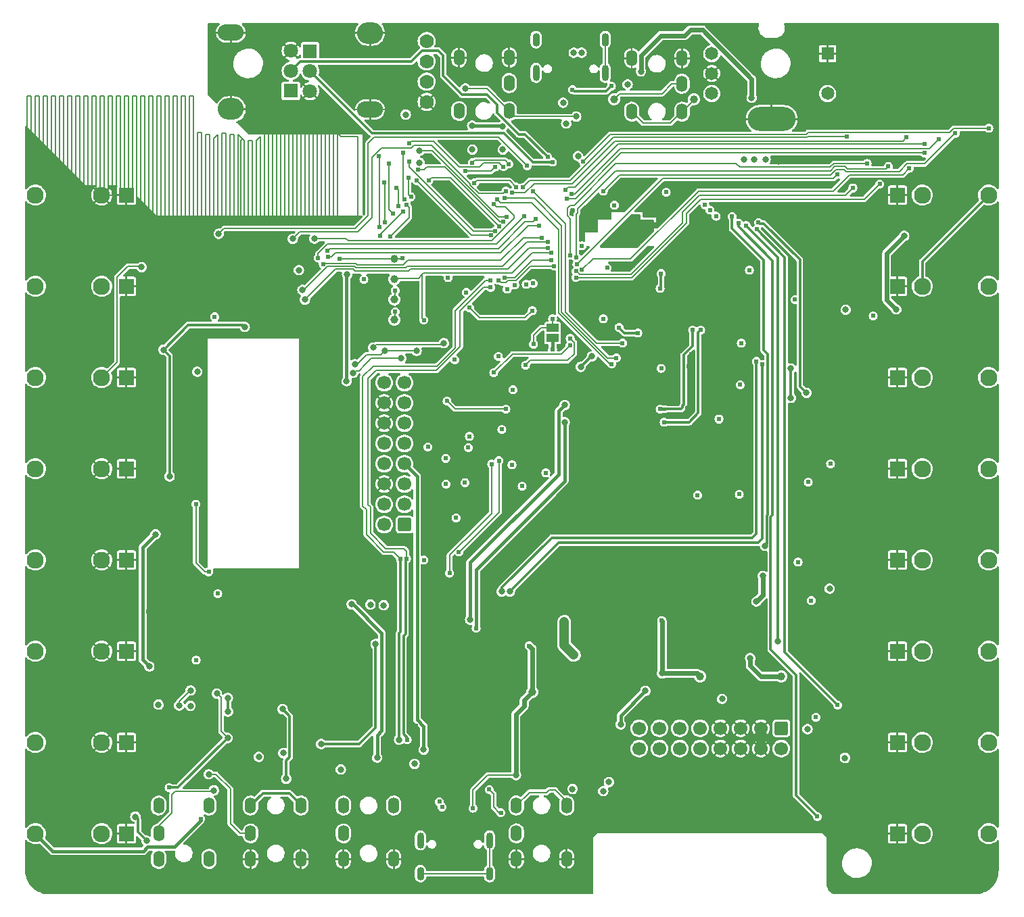
<source format=gbr>
G04 #@! TF.GenerationSoftware,KiCad,Pcbnew,7.0.11*
G04 #@! TF.CreationDate,2024-07-12T12:59:49+02:00*
G04 #@! TF.ProjectId,plinkyblack_hwmidi_jacks,706c696e-6b79-4626-9c61-636b5f68776d,rev?*
G04 #@! TF.SameCoordinates,Original*
G04 #@! TF.FileFunction,Copper,L4,Bot*
G04 #@! TF.FilePolarity,Positive*
%FSLAX46Y46*%
G04 Gerber Fmt 4.6, Leading zero omitted, Abs format (unit mm)*
G04 Created by KiCad (PCBNEW 7.0.11) date 2024-07-12 12:59:49*
%MOMM*%
%LPD*%
G01*
G04 APERTURE LIST*
G04 Aperture macros list*
%AMRoundRect*
0 Rectangle with rounded corners*
0 $1 Rounding radius*
0 $2 $3 $4 $5 $6 $7 $8 $9 X,Y pos of 4 corners*
0 Add a 4 corners polygon primitive as box body*
4,1,4,$2,$3,$4,$5,$6,$7,$8,$9,$2,$3,0*
0 Add four circle primitives for the rounded corners*
1,1,$1+$1,$2,$3*
1,1,$1+$1,$4,$5*
1,1,$1+$1,$6,$7*
1,1,$1+$1,$8,$9*
0 Add four rect primitives between the rounded corners*
20,1,$1+$1,$2,$3,$4,$5,0*
20,1,$1+$1,$4,$5,$6,$7,0*
20,1,$1+$1,$6,$7,$8,$9,0*
20,1,$1+$1,$8,$9,$2,$3,0*%
G04 Aperture macros list end*
G04 #@! TA.AperFunction,ComponentPad*
%ADD10R,1.830000X1.930000*%
G04 #@! TD*
G04 #@! TA.AperFunction,ComponentPad*
%ADD11C,2.130000*%
G04 #@! TD*
G04 #@! TA.AperFunction,ComponentPad*
%ADD12RoundRect,0.250000X-0.600000X0.600000X-0.600000X-0.600000X0.600000X-0.600000X0.600000X0.600000X0*%
G04 #@! TD*
G04 #@! TA.AperFunction,ComponentPad*
%ADD13C,1.700000*%
G04 #@! TD*
G04 #@! TA.AperFunction,ComponentPad*
%ADD14O,3.240000X2.720000*%
G04 #@! TD*
G04 #@! TA.AperFunction,ComponentPad*
%ADD15O,3.240001X2.032000*%
G04 #@! TD*
G04 #@! TA.AperFunction,ComponentPad*
%ADD16R,1.800000X1.800000*%
G04 #@! TD*
G04 #@! TA.AperFunction,ComponentPad*
%ADD17C,1.800000*%
G04 #@! TD*
G04 #@! TA.AperFunction,ComponentPad*
%ADD18RoundRect,0.250000X0.600000X0.600000X-0.600000X0.600000X-0.600000X-0.600000X0.600000X-0.600000X0*%
G04 #@! TD*
G04 #@! TA.AperFunction,ComponentPad*
%ADD19C,1.778000*%
G04 #@! TD*
G04 #@! TA.AperFunction,ComponentPad*
%ADD20R,1.650000X1.650000*%
G04 #@! TD*
G04 #@! TA.AperFunction,ComponentPad*
%ADD21C,1.650000*%
G04 #@! TD*
G04 #@! TA.AperFunction,ComponentPad*
%ADD22O,6.000000X3.000000*%
G04 #@! TD*
G04 #@! TA.AperFunction,ComponentPad*
%ADD23O,1.400000X2.000000*%
G04 #@! TD*
G04 #@! TA.AperFunction,ComponentPad*
%ADD24O,0.900000X2.000000*%
G04 #@! TD*
G04 #@! TA.AperFunction,ComponentPad*
%ADD25O,0.900000X1.700000*%
G04 #@! TD*
G04 #@! TA.AperFunction,SMDPad,CuDef*
%ADD26C,1.000000*%
G04 #@! TD*
G04 #@! TA.AperFunction,SMDPad,CuDef*
%ADD27R,1.500000X1.000000*%
G04 #@! TD*
G04 #@! TA.AperFunction,ViaPad*
%ADD28C,0.609600*%
G04 #@! TD*
G04 #@! TA.AperFunction,ViaPad*
%ADD29C,0.800000*%
G04 #@! TD*
G04 #@! TA.AperFunction,ViaPad*
%ADD30C,0.600000*%
G04 #@! TD*
G04 #@! TA.AperFunction,Conductor*
%ADD31C,0.203200*%
G04 #@! TD*
G04 #@! TA.AperFunction,Conductor*
%ADD32C,0.304800*%
G04 #@! TD*
G04 #@! TA.AperFunction,Conductor*
%ADD33C,0.457200*%
G04 #@! TD*
G04 #@! TA.AperFunction,Conductor*
%ADD34C,0.152400*%
G04 #@! TD*
G04 #@! TA.AperFunction,Conductor*
%ADD35C,0.609600*%
G04 #@! TD*
G04 #@! TA.AperFunction,Conductor*
%ADD36C,1.219200*%
G04 #@! TD*
G04 #@! TA.AperFunction,Conductor*
%ADD37C,0.130000*%
G04 #@! TD*
G04 APERTURE END LIST*
D10*
X27940000Y-115570000D03*
D11*
X16540000Y-115570000D03*
X24840000Y-115570000D03*
D10*
X124460000Y-46990000D03*
D11*
X135860000Y-46990000D03*
X127560000Y-46990000D03*
D10*
X124460000Y-58420000D03*
D11*
X135860000Y-58420000D03*
X127560000Y-58420000D03*
D10*
X27940000Y-81280000D03*
D11*
X16540000Y-81280000D03*
X24840000Y-81280000D03*
D10*
X27940000Y-92710000D03*
D11*
X16540000Y-92710000D03*
X24840000Y-92710000D03*
D10*
X124460000Y-104140000D03*
D11*
X135860000Y-104140000D03*
X127560000Y-104140000D03*
D10*
X124460000Y-92710000D03*
D11*
X135860000Y-92710000D03*
X127560000Y-92710000D03*
D12*
X109918500Y-113792000D03*
D13*
X109918500Y-116332000D03*
X107378500Y-113792000D03*
X107378500Y-116332000D03*
X104838500Y-113792000D03*
X104838500Y-116332000D03*
X102298500Y-113792000D03*
X102298500Y-116332000D03*
X99758500Y-113792000D03*
X99758500Y-116332000D03*
X97218500Y-113792000D03*
X97218500Y-116332000D03*
X94678500Y-113792000D03*
X94678500Y-116332000D03*
X92138500Y-113792000D03*
X92138500Y-116332000D03*
D10*
X27940000Y-104140000D03*
D11*
X16540000Y-104140000D03*
X24840000Y-104140000D03*
D10*
X124460000Y-127000000D03*
D11*
X135860000Y-127000000D03*
X127560000Y-127000000D03*
D14*
X41014000Y-36209000D03*
D15*
X41014000Y-26609000D03*
D16*
X48514000Y-33909000D03*
D17*
X48514000Y-31409000D03*
X48514000Y-28909000D03*
D10*
X27940000Y-127000000D03*
D11*
X16540000Y-127000000D03*
X24840000Y-127000000D03*
D10*
X27940000Y-46990000D03*
D11*
X16540000Y-46990000D03*
X24840000Y-46990000D03*
D10*
X124460000Y-69850000D03*
D11*
X135860000Y-69850000D03*
X127560000Y-69850000D03*
D10*
X124460000Y-81280000D03*
D11*
X135860000Y-81280000D03*
X127560000Y-81280000D03*
D10*
X124460000Y-115570000D03*
D11*
X135860000Y-115570000D03*
X127560000Y-115570000D03*
D18*
X62738000Y-88265000D03*
D13*
X60198000Y-88265000D03*
X62738000Y-85725000D03*
X60198000Y-85725000D03*
X62738000Y-83185000D03*
X60198000Y-83185000D03*
X62738000Y-80645000D03*
X60198000Y-80645000D03*
X62738000Y-78105000D03*
X60198000Y-78105000D03*
X62738000Y-75565000D03*
X60198000Y-75565000D03*
X62738000Y-73025000D03*
X60198000Y-73025000D03*
X62738000Y-70485000D03*
X60198000Y-70485000D03*
D19*
X65524000Y-27686000D03*
X65524000Y-30226000D03*
X65524000Y-32766000D03*
X65524000Y-35306000D03*
D14*
X58427000Y-26656000D03*
D15*
X58427000Y-36256000D03*
D16*
X50927000Y-28956000D03*
D17*
X50927000Y-31456000D03*
X50927000Y-33956000D03*
D10*
X27940000Y-58420000D03*
D11*
X16540000Y-58420000D03*
X24840000Y-58420000D03*
D10*
X27940000Y-69850000D03*
D11*
X16540000Y-69850000D03*
X24840000Y-69850000D03*
D20*
X115712000Y-29250000D03*
D21*
X115712000Y-34250000D03*
X101212000Y-29250000D03*
X101212000Y-34250000D03*
X101212000Y-31750000D03*
D22*
X108712000Y-37450000D03*
D23*
X76747715Y-126953484D03*
X76747715Y-130153484D03*
X83047715Y-130153484D03*
X76747715Y-123453484D03*
X83047715Y-123453484D03*
X55096046Y-126961092D03*
X55096046Y-130161092D03*
X61396046Y-130161092D03*
X55096046Y-123461092D03*
X61396046Y-123461092D03*
X31967206Y-126960030D03*
X31967206Y-130160030D03*
X38267206Y-130160030D03*
X31967206Y-123460030D03*
X38267206Y-123460030D03*
D24*
X87870928Y-31662273D03*
X79220928Y-31662273D03*
D25*
X87870928Y-27492273D03*
X79220928Y-27492273D03*
D23*
X75862306Y-32948056D03*
X75862306Y-29748056D03*
X69562306Y-29748056D03*
X75862306Y-36448056D03*
X69562306Y-36448056D03*
X97489677Y-33030444D03*
X97489677Y-29830444D03*
X91189677Y-29830444D03*
X97489677Y-36530444D03*
X91189677Y-36530444D03*
X43476898Y-126960030D03*
X43476898Y-130160030D03*
X49776898Y-130160030D03*
X43476898Y-123460030D03*
X49776898Y-123460030D03*
D26*
X109918500Y-107292000D03*
D24*
X64746311Y-127834022D03*
X73396311Y-127834022D03*
D25*
X64746311Y-132004022D03*
X73396311Y-132004022D03*
D26*
X99758500Y-107292000D03*
D27*
X81280000Y-64912000D03*
X81280000Y-63612000D03*
D26*
X61468000Y-54991000D03*
X61468000Y-62611000D03*
X61468000Y-60071000D03*
X61468000Y-57531000D03*
X78732890Y-109247267D03*
X88980000Y-34972000D03*
X98980000Y-34972000D03*
D28*
X38248683Y-94183200D03*
X36623083Y-85699600D03*
X65172683Y-92710000D03*
X69033483Y-67614800D03*
X70303483Y-83007200D03*
X73656283Y-80670400D03*
X68373083Y-94335600D03*
X74570683Y-80264000D03*
X69541483Y-91694000D03*
X62991828Y-92552797D03*
X62243006Y-92586999D03*
X63089883Y-115214400D03*
X87270683Y-33121600D03*
X88642283Y-33324800D03*
X83765483Y-33782000D03*
X64156683Y-67462400D03*
X67915883Y-122377200D03*
X71319483Y-123799600D03*
X73351483Y-121462800D03*
X74824683Y-124370800D03*
X72792683Y-126390400D03*
X73351483Y-123799600D03*
X66747483Y-125120400D03*
X37220898Y-125132185D03*
X33270283Y-121208800D03*
D29*
X130810000Y-29870400D03*
D28*
X89027000Y-48260000D03*
X39370000Y-96901000D03*
X104648000Y-84455000D03*
X104902004Y-65532000D03*
X36658877Y-105249845D03*
D29*
X36802742Y-69115259D03*
D28*
X104775000Y-70739000D03*
X102116475Y-75042128D03*
X99441000Y-84582000D03*
X98679000Y-66929000D03*
X98171000Y-73660000D03*
X84432904Y-43193846D03*
X84836000Y-54102000D03*
X38246586Y-102284710D03*
X90424000Y-60579000D03*
D29*
X112268000Y-78994000D03*
D28*
X67564000Y-45593006D03*
X88816000Y-52662000D03*
X112903000Y-103378000D03*
X90551000Y-71628000D03*
X120015000Y-62230000D03*
X104013000Y-75311000D03*
X103680422Y-94773400D03*
X91371443Y-55839720D03*
X72771000Y-74930000D03*
X78054190Y-72602185D03*
X73025000Y-45974000D03*
D29*
X97917000Y-45974000D03*
X114681000Y-50292000D03*
D28*
X73199083Y-101193600D03*
X103251000Y-63119000D03*
D29*
X32385000Y-76073000D03*
D28*
X80075000Y-99186500D03*
X96139000Y-61341000D03*
X87503000Y-113284000D03*
X123309709Y-50521089D03*
X111760000Y-52070000D03*
X84052845Y-58851810D03*
D29*
X36623083Y-66649600D03*
D28*
X57785000Y-62230000D03*
X102362000Y-53848000D03*
X86487000Y-71755000D03*
X94005500Y-50774500D03*
X38100000Y-60706000D03*
D29*
X112014000Y-45720000D03*
D28*
X40597393Y-104901344D03*
X105791000Y-91821000D03*
X93345000Y-68719690D03*
D29*
X109601000Y-42799000D03*
D28*
X106045000Y-63246000D03*
X132969000Y-51689000D03*
X90678000Y-76962000D03*
D29*
X96647000Y-48006000D03*
D28*
X64156683Y-113487200D03*
D29*
X78908448Y-33731125D03*
D28*
X67437000Y-102489000D03*
D29*
X101092000Y-60960000D03*
X66600000Y-64400000D03*
D28*
X77851000Y-40385990D03*
X80772000Y-68326000D03*
X57150000Y-87884000D03*
X37610793Y-92698981D03*
X98298000Y-68453000D03*
X45974000Y-61722000D03*
X107253000Y-105727000D03*
X106172000Y-68966014D03*
X80264000Y-80645000D03*
D29*
X90664493Y-35084355D03*
D28*
X91313000Y-58547000D03*
X116967000Y-105791000D03*
X92710000Y-82423000D03*
X100457000Y-66929000D03*
X65913000Y-42799000D03*
X90678000Y-51562000D03*
X91300993Y-47193190D03*
D29*
X98425000Y-55118000D03*
D28*
X96585000Y-99250000D03*
X119126000Y-125730000D03*
X83693000Y-49276000D03*
X71501000Y-68961000D03*
X74422000Y-64008000D03*
X114173000Y-64135000D03*
X70104000Y-42545000D03*
X57658000Y-60071000D03*
X111379000Y-57531000D03*
X42094735Y-130283859D03*
X78800000Y-63600006D03*
X65913000Y-49149000D03*
X116586000Y-73914000D03*
X66040000Y-51435000D03*
X97155000Y-85217000D03*
X71882000Y-109855000D03*
X69088000Y-75819000D03*
D29*
X32258000Y-59436000D03*
D28*
X101792000Y-105854000D03*
X100203000Y-68453000D03*
X106548452Y-94991452D03*
D29*
X38100000Y-58420000D03*
D28*
X30640913Y-99174396D03*
D29*
X79700000Y-65000000D03*
D28*
X111125000Y-87630000D03*
X65659000Y-58293000D03*
X101219000Y-123698000D03*
X51381631Y-108933066D03*
D29*
X111633000Y-75184000D03*
D28*
X110490000Y-123698000D03*
X96901000Y-123825000D03*
X105918000Y-123571000D03*
D29*
X51913883Y-130454400D03*
D28*
X88838000Y-96075000D03*
X68961000Y-59309000D03*
X91186000Y-123952000D03*
X48260000Y-62357000D03*
X65709810Y-83312010D03*
X117729000Y-108839000D03*
X114617490Y-123565182D03*
X72945083Y-99110800D03*
X83600000Y-41309600D03*
X48641000Y-58039000D03*
X30816239Y-96041306D03*
X91870481Y-97360519D03*
X56536683Y-70358000D03*
X42390615Y-98293070D03*
D29*
X33469567Y-113557236D03*
D28*
X96773950Y-73025050D03*
X45750000Y-63249982D03*
D29*
X43554549Y-110805195D03*
D28*
X82550000Y-91821000D03*
X102427000Y-100139000D03*
D29*
X63088658Y-131076975D03*
X116967000Y-56261000D03*
X31735549Y-84215587D03*
D28*
X66040000Y-88519000D03*
D29*
X30099000Y-64516000D03*
D28*
X126238000Y-75438000D03*
X91059000Y-45720000D03*
X88265000Y-49657000D03*
X87630000Y-64008000D03*
X86283810Y-76969498D03*
X84774000Y-95313000D03*
D29*
X52490160Y-111407614D03*
D28*
X66929000Y-112522000D03*
X71882000Y-40284410D03*
X111379000Y-55499000D03*
X114935000Y-87884000D03*
X74930000Y-87426810D03*
X93599000Y-80391000D03*
D29*
X50292000Y-60071000D03*
D28*
X80672758Y-53626103D03*
D29*
X49974500Y-58864500D03*
D28*
X80674916Y-52859248D03*
X52578000Y-55650806D03*
X79893536Y-52300438D03*
X79597332Y-50776427D03*
X53206084Y-54736981D03*
D29*
X62900000Y-36900000D03*
X55558173Y-56928374D03*
X92900000Y-109100000D03*
D28*
X94934000Y-100266000D03*
D29*
X55500000Y-70300000D03*
X89800000Y-113300000D03*
X75000000Y-38400000D03*
X56134000Y-98262818D03*
X44507127Y-117361768D03*
D28*
X113665002Y-97790000D03*
D29*
X59319989Y-117462400D03*
D28*
X113284000Y-82931000D03*
D29*
X117983000Y-61341000D03*
X95000000Y-106900000D03*
X71219250Y-38300542D03*
X117881500Y-117500500D03*
X106200000Y-34800000D03*
X92334477Y-31474633D03*
X65151000Y-116459000D03*
X47579163Y-116890680D03*
D28*
X116078000Y-80645000D03*
D29*
X102500000Y-110100000D03*
X113200000Y-113900000D03*
X106800000Y-97900000D03*
D28*
X121412000Y-62103000D03*
D29*
X106015000Y-104985000D03*
X124300000Y-61299998D03*
X115965211Y-96287928D03*
X107600000Y-94700000D03*
X125300000Y-52100000D03*
D28*
X78105000Y-43307000D03*
D29*
X39490600Y-51822398D03*
X58480830Y-98291642D03*
X31946808Y-110823626D03*
X29053883Y-124866400D03*
X64643000Y-42926000D03*
D28*
X57658000Y-57531000D03*
D29*
X30445131Y-127857955D03*
D28*
X94880455Y-68675593D03*
X76327000Y-71374000D03*
X84962242Y-53340000D03*
X80432687Y-81787990D03*
X70485000Y-59182000D03*
X74498190Y-67182998D03*
X68199000Y-57327810D03*
D29*
X75057000Y-41275000D03*
X60144508Y-98376798D03*
X49530000Y-56388000D03*
X71247000Y-41275000D03*
D28*
X70866000Y-77216000D03*
X76200000Y-80772000D03*
X88100000Y-56099992D03*
X81280000Y-66294000D03*
X74930000Y-76327000D03*
X70739000Y-78613000D03*
X67945000Y-83185000D03*
X77470000Y-83439000D03*
X67915883Y-79959200D03*
X69193550Y-87426810D03*
X87630000Y-62484000D03*
X65680683Y-78536800D03*
D29*
X35953362Y-110983205D03*
X84460510Y-42103842D03*
D28*
X81153000Y-54229000D03*
X65176500Y-62636500D03*
D29*
X56333483Y-69240400D03*
X40612920Y-114996549D03*
D28*
X60975089Y-52146190D03*
D29*
X39264160Y-109436498D03*
X62327883Y-67409600D03*
D28*
X62999857Y-48212182D03*
D29*
X64258283Y-66497200D03*
X34546594Y-110922955D03*
X56536683Y-68173600D03*
X60245083Y-66497200D03*
X35976726Y-109046868D03*
D28*
X59690000Y-52070000D03*
X62611000Y-49022000D03*
X61594999Y-61595000D03*
X61594999Y-58928000D03*
D29*
X47940297Y-120098684D03*
X47489331Y-111396510D03*
D28*
X80659100Y-42190400D03*
X81268700Y-42846484D03*
D29*
X59124224Y-103217949D03*
X52319279Y-115758195D03*
D28*
X71725883Y-101244400D03*
D29*
X82804000Y-75438000D03*
D28*
X88675207Y-68141515D03*
X74382078Y-47523410D03*
X89281000Y-67386177D03*
X70348556Y-43992811D03*
X75296605Y-47377463D03*
X74108300Y-43442500D03*
D29*
X84800000Y-68500000D03*
X86200000Y-67200000D03*
D28*
X78850599Y-46493876D03*
X90043000Y-65532000D03*
X91948000Y-64262000D03*
X89598500Y-63563500D03*
X98806000Y-63881000D03*
X94742000Y-73786994D03*
X99822000Y-63881000D03*
X95250000Y-75438000D03*
X76567927Y-58242231D03*
X84328000Y-55626000D03*
X116940411Y-44389715D03*
X77978000Y-58166000D03*
X118870341Y-46088520D03*
X84215132Y-56529132D03*
X122220581Y-45589770D03*
X78867000Y-58039000D03*
X84223002Y-57311525D03*
X84958547Y-56361864D03*
X75598129Y-58760214D03*
X125930667Y-43621977D03*
X77549498Y-46021502D03*
X118110000Y-39674810D03*
X120650000Y-43027579D03*
X81153001Y-55118000D03*
X83525257Y-54511818D03*
X75239973Y-57327810D03*
X74549000Y-57658004D03*
X123317000Y-43383190D03*
X81483200Y-55880000D03*
X84264498Y-54800502D03*
X76238524Y-46685200D03*
X125603000Y-39751000D03*
X83643960Y-46813960D03*
X129607322Y-39945322D03*
X87630000Y-46482000D03*
X131702822Y-39246822D03*
X85075861Y-42784861D03*
X135890000Y-38607996D03*
X107569000Y-68199000D03*
D29*
X75946000Y-96647000D03*
D28*
X106807000Y-67818000D03*
D29*
X74930000Y-96647000D03*
X40662288Y-111682862D03*
X70957283Y-100177600D03*
X82804000Y-73279000D03*
X40629170Y-109982831D03*
D28*
X79130883Y-50012636D03*
X53086000Y-53975000D03*
X51943000Y-54863998D03*
X77724000Y-49657016D03*
X114427000Y-124841000D03*
X104585267Y-50510147D03*
D29*
X109474000Y-102870000D03*
D28*
X105511601Y-50800000D03*
X116966990Y-110871000D03*
X106844353Y-51270647D03*
X103745560Y-49670440D03*
D29*
X107880200Y-90932000D03*
D28*
X73533000Y-58547000D03*
X73516100Y-57658000D03*
D29*
X62073883Y-115214400D03*
D28*
X75132555Y-43410979D03*
X63316521Y-40512991D03*
D29*
X64643000Y-41395610D03*
D28*
X75550945Y-49727375D03*
X59613795Y-51003205D03*
X59563012Y-42138590D03*
X62728986Y-47499939D03*
X62611000Y-41656000D03*
X61341000Y-49276000D03*
X60833004Y-43027590D03*
X63372996Y-42799000D03*
X74082117Y-51471196D03*
X75817070Y-43076164D03*
X71247000Y-42926000D03*
X64420944Y-43783056D03*
X75073146Y-50320983D03*
X60325000Y-50419000D03*
X60198000Y-45364410D03*
X63554248Y-47193221D03*
X63249829Y-44827167D03*
X61722000Y-46101000D03*
X61976000Y-48387000D03*
X64301595Y-45172405D03*
X73554104Y-52020618D03*
X71501000Y-45466000D03*
X76720375Y-45971169D03*
X74627771Y-50939290D03*
X65786000Y-45113030D03*
D29*
X83948500Y-104584000D03*
D28*
X82742000Y-100456500D03*
D29*
X113061800Y-71755000D03*
D28*
X107061000Y-50419000D03*
X94869000Y-56816000D03*
D29*
X111125000Y-68707000D03*
X111125000Y-72390000D03*
D28*
X94742000Y-58674000D03*
D30*
X68068283Y-72781200D03*
D28*
X75438000Y-73787000D03*
X83453600Y-65800000D03*
X73914000Y-69215000D03*
X83042357Y-47415562D03*
X127853488Y-41699156D03*
X82926901Y-46297950D03*
X127885945Y-40581544D03*
X100360816Y-48229184D03*
D29*
X105283000Y-42545000D03*
D28*
X100995816Y-48864184D03*
D29*
X106553000Y-42545000D03*
X30798747Y-106038329D03*
X42750000Y-63500000D03*
X31578949Y-89480270D03*
X32568308Y-66359953D03*
X33338148Y-82227238D03*
D28*
X95504000Y-46609000D03*
X38989000Y-62230000D03*
X105918000Y-56388000D03*
X70880132Y-61101132D03*
X78740000Y-61468000D03*
X73948633Y-48150137D03*
D29*
X51469450Y-52422588D03*
D28*
X83484641Y-64942632D03*
X77899998Y-68300000D03*
D29*
X107950000Y-42545000D03*
D28*
X101757816Y-49626184D03*
D29*
X67661883Y-65532000D03*
D28*
X54624139Y-54976861D03*
X62484000Y-54914800D03*
D29*
X58822683Y-66090800D03*
D28*
X75438000Y-46482000D03*
D29*
X48768000Y-52451000D03*
X29845000Y-56007000D03*
D28*
X78359004Y-103443028D03*
D29*
X76704283Y-119640611D03*
X90674283Y-33121600D03*
D28*
X111633000Y-60071000D03*
X114236500Y-112395000D03*
X112014000Y-92964000D03*
X81279994Y-62500000D03*
X78897200Y-65663254D03*
D29*
X82994310Y-38007564D03*
X64008000Y-118243401D03*
X82600000Y-35400000D03*
X54779966Y-118948211D03*
X38238254Y-119548706D03*
X88334810Y-120523000D03*
X83774982Y-121388492D03*
X87630000Y-121666000D03*
X84227620Y-37143820D03*
X70376497Y-33627621D03*
X38885431Y-121563837D03*
D28*
X67458683Y-123647200D03*
D29*
X83932539Y-29151058D03*
X84909261Y-29151058D03*
D28*
X67103083Y-122986800D03*
D31*
X73396311Y-132004022D02*
X64746311Y-132004022D01*
X73396311Y-127834022D02*
X73396311Y-132004022D01*
X87870928Y-31662273D02*
X87870928Y-27492273D01*
D32*
X87981883Y-33985200D02*
X88642283Y-33324800D01*
X83765483Y-33782000D02*
X83968683Y-33985200D01*
X83968683Y-33985200D02*
X87981883Y-33985200D01*
D31*
X37740683Y-94183200D02*
X38248683Y-94183200D01*
X36623083Y-93065600D02*
X37740683Y-94183200D01*
X36623083Y-85699600D02*
X36623083Y-93065600D01*
D33*
X65151000Y-113529185D02*
X65151000Y-116459000D01*
X62738000Y-80645000D02*
X64309083Y-82216083D01*
X64309083Y-82216083D02*
X64309083Y-112687268D01*
X64309083Y-112687268D02*
X65151000Y-113529185D01*
D31*
X72644000Y-58547000D02*
X73533000Y-58547000D01*
X69723000Y-61468000D02*
X72644000Y-58547000D01*
X69723000Y-65988241D02*
X69723000Y-61468000D01*
X59169564Y-68950185D02*
X66761056Y-68950185D01*
X58166000Y-69953749D02*
X59169564Y-68950185D01*
X58467083Y-89357200D02*
X58467083Y-86055200D01*
X58467083Y-86055200D02*
X58166000Y-85754117D01*
X60397483Y-91287600D02*
X58467083Y-89357200D01*
X66761056Y-68950185D02*
X69723000Y-65988241D01*
X62683483Y-91287600D02*
X60397483Y-91287600D01*
X58166000Y-85754117D02*
X58166000Y-69953749D01*
X62991828Y-92552797D02*
X62991828Y-91595945D01*
X62991828Y-91595945D02*
X62683483Y-91287600D01*
X61350007Y-91694000D02*
X62243006Y-92586999D01*
X60143483Y-91694000D02*
X61350007Y-91694000D01*
X57959083Y-89509600D02*
X60143483Y-91694000D01*
X57959083Y-86410800D02*
X57959083Y-89509600D01*
X57531000Y-69701852D02*
X57531000Y-85982717D01*
X58832544Y-68400308D02*
X57531000Y-69701852D01*
X57531000Y-85982717D02*
X57959083Y-86410800D01*
X66825575Y-68400308D02*
X58832544Y-68400308D01*
X72898000Y-57658000D02*
X69088000Y-61468000D01*
X69088000Y-66137883D02*
X66825575Y-68400308D01*
X73516100Y-57658000D02*
X72898000Y-57658000D01*
X69088000Y-61468000D02*
X69088000Y-66137883D01*
X73656283Y-86868000D02*
X73656283Y-80670400D01*
X70252683Y-90271600D02*
X73656283Y-86868000D01*
X68373083Y-92089673D02*
X70191156Y-90271600D01*
X68373083Y-94335600D02*
X68373083Y-92089673D01*
X70191156Y-90271600D02*
X70252683Y-90271600D01*
X74570683Y-86715600D02*
X74570683Y-80264000D01*
X69592283Y-91694000D02*
X74570683Y-86715600D01*
X69541483Y-91694000D02*
X69592283Y-91694000D01*
X69074083Y-73787000D02*
X75438000Y-73787000D01*
X68068283Y-72781200D02*
X69074083Y-73787000D01*
D33*
X82035400Y-74047600D02*
X82804000Y-73279000D01*
X82035400Y-81943283D02*
X82035400Y-74047600D01*
X70957283Y-93021400D02*
X82035400Y-81943283D01*
X70957283Y-100177600D02*
X70957283Y-93021400D01*
D32*
X63089883Y-114960400D02*
X63089883Y-115214400D01*
X62632683Y-114503200D02*
X63089883Y-114960400D01*
X62632683Y-102209600D02*
X62632683Y-114503200D01*
X62886683Y-101955600D02*
X62632683Y-102209600D01*
X62886683Y-92657942D02*
X62886683Y-101955600D01*
X62991828Y-92552797D02*
X62886683Y-92657942D01*
X62243006Y-92586999D02*
X62243006Y-101713995D01*
X62243006Y-101713995D02*
X62073883Y-101883118D01*
X62073883Y-101883118D02*
X62073883Y-115214400D01*
D33*
X82804000Y-82804000D02*
X82804000Y-75438000D01*
X71725883Y-93882117D02*
X82804000Y-82804000D01*
X71725883Y-101244400D02*
X71725883Y-93882117D01*
D31*
X96056110Y-37964011D02*
X92623244Y-37964011D01*
X98980000Y-35040121D02*
X96056110Y-37964011D01*
X92623244Y-37964011D02*
X91189677Y-36530444D01*
X98980000Y-34972000D02*
X98980000Y-35040121D01*
X96201039Y-33030444D02*
X97489677Y-33030444D01*
X94961483Y-34270000D02*
X96201039Y-33030444D01*
X89682000Y-34270000D02*
X94961483Y-34270000D01*
X88980000Y-34972000D02*
X89682000Y-34270000D01*
D34*
X76558070Y-37143820D02*
X84227620Y-37143820D01*
X75862306Y-36448056D02*
X76558070Y-37143820D01*
X73041871Y-33627621D02*
X75862306Y-36448056D01*
X70376497Y-33627621D02*
X73041871Y-33627621D01*
D31*
X81581083Y-121513600D02*
X83047715Y-122980232D01*
X80514283Y-121818400D02*
X80819083Y-121513600D01*
X78382799Y-121818400D02*
X80514283Y-121818400D01*
X80819083Y-121513600D02*
X81581083Y-121513600D01*
X83047715Y-122980232D02*
X83047715Y-123453484D01*
X76747715Y-123453484D02*
X78382799Y-121818400D01*
X73192472Y-119640611D02*
X76704283Y-119640611D01*
X71319483Y-121513600D02*
X73192472Y-119640611D01*
X71319483Y-123799600D02*
X71319483Y-121513600D01*
D35*
X77732606Y-110247551D02*
X78732890Y-109247267D01*
X77732606Y-111008840D02*
X77732606Y-110247551D01*
X76704283Y-112037163D02*
X77732606Y-111008840D01*
X76704283Y-119640611D02*
X76704283Y-112037163D01*
D31*
X73910283Y-122021600D02*
X73351483Y-121462800D01*
X74824683Y-124370800D02*
X74633883Y-124370800D01*
X73910283Y-123647200D02*
X73910283Y-122021600D01*
X74633883Y-124370800D02*
X73910283Y-123647200D01*
D32*
X48307083Y-121920000D02*
X45016928Y-121920000D01*
X49776898Y-123389815D02*
X48307083Y-121920000D01*
X49776898Y-123460030D02*
X49776898Y-123389815D01*
X45016928Y-121920000D02*
X43476898Y-123460030D01*
D31*
X40941083Y-125730000D02*
X42171113Y-126960030D01*
X40941083Y-121361200D02*
X40941083Y-125730000D01*
X42171113Y-126960030D02*
X43476898Y-126960030D01*
X38238254Y-119548706D02*
X39128589Y-119548706D01*
X39128589Y-119548706D02*
X40941083Y-121361200D01*
D33*
X18724400Y-129184400D02*
X16540000Y-127000000D01*
X30019083Y-129184400D02*
X18724400Y-129184400D01*
X30577883Y-128625600D02*
X30019083Y-129184400D01*
X33930683Y-128625600D02*
X30577883Y-128625600D01*
X37220898Y-125335385D02*
X33930683Y-128625600D01*
X37220898Y-125132185D02*
X37220898Y-125335385D01*
D32*
X29366087Y-126778911D02*
X29366087Y-125178604D01*
X30445131Y-127857955D02*
X29366087Y-126778911D01*
X29366087Y-125178604D02*
X29053883Y-124866400D01*
D34*
X34032283Y-121716800D02*
X38732468Y-121716800D01*
X33625883Y-122123200D02*
X34032283Y-121716800D01*
X38732468Y-121716800D02*
X38885431Y-121563837D01*
X33625883Y-124358400D02*
X33625883Y-122123200D01*
X31967206Y-126960030D02*
X31967206Y-126017077D01*
X31967206Y-126017077D02*
X33625883Y-124358400D01*
D32*
X34400669Y-121208800D02*
X40612920Y-114996549D01*
X33270283Y-121208800D02*
X34400669Y-121208800D01*
D36*
X107378500Y-113792000D02*
X107378500Y-116332000D01*
D34*
X43688000Y-40132000D02*
X43688000Y-49784000D01*
X15494000Y-34544000D02*
X16002000Y-34544000D01*
X20574000Y-34544000D02*
X21082000Y-34544000D01*
X28194000Y-34544000D02*
X27686000Y-34544000D01*
X36830000Y-49784000D02*
X36830000Y-39116000D01*
X46228000Y-49784000D02*
X46228000Y-39116000D01*
X16510000Y-40513000D02*
X16510000Y-34544000D01*
X16510000Y-34544000D02*
X17018000Y-34544000D01*
X24840000Y-46990000D02*
X26162000Y-46990000D01*
X34290000Y-49784000D02*
X34798000Y-49784000D01*
X49784000Y-49784000D02*
X50292000Y-49784000D01*
X44196000Y-40132000D02*
X44704000Y-39624000D01*
X42418000Y-39878000D02*
X42672000Y-40132000D01*
X39878000Y-39228601D02*
X40386000Y-39228601D01*
X35814000Y-34544000D02*
X36322000Y-34544000D01*
X34798000Y-34544000D02*
X35306000Y-34544000D01*
X16002000Y-34544000D02*
X16002000Y-40005000D01*
X18034000Y-34544000D02*
X18034000Y-42291000D01*
X28702000Y-34544000D02*
X29210000Y-34544000D01*
X51308000Y-39116000D02*
X51816000Y-39116000D01*
X33782000Y-49784000D02*
X33782000Y-34544000D01*
X17018000Y-34544000D02*
X17018000Y-41148000D01*
X29718000Y-34544000D02*
X30226000Y-34544000D01*
X46736000Y-39116000D02*
X46736000Y-49784000D01*
X40894000Y-49784000D02*
X40894000Y-39370000D01*
X29718000Y-48768000D02*
X29718000Y-34544000D01*
X53340000Y-39116000D02*
X53848000Y-39116000D01*
X30226000Y-34544000D02*
X30226000Y-49276000D01*
X15494000Y-39624000D02*
X15494000Y-34544000D01*
X22606000Y-34544000D02*
X23114000Y-34544000D01*
X51308000Y-49784000D02*
X51308000Y-39116000D01*
X26162000Y-46990000D02*
X26162000Y-46482000D01*
X33274000Y-34544000D02*
X33274000Y-49784000D01*
X24638000Y-34544000D02*
X25146000Y-34544000D01*
X26670000Y-34544000D02*
X27178000Y-34544000D01*
X40386000Y-49784000D02*
X40894000Y-49784000D01*
X35306000Y-34544000D02*
X35306000Y-49784000D01*
X38354000Y-49784000D02*
X38862000Y-49784000D01*
X34290000Y-34544000D02*
X34290000Y-49784000D01*
X42672000Y-49784000D02*
X43180000Y-49784000D01*
X52324000Y-49784000D02*
X52324000Y-39116000D01*
X27686000Y-34544000D02*
X27686000Y-46736000D01*
X19558000Y-43688000D02*
X19558000Y-34544000D01*
X24130000Y-34544000D02*
X24130000Y-46482000D01*
X44196000Y-49784000D02*
X44196000Y-40132000D01*
X28702000Y-47752000D02*
X28702000Y-34544000D01*
X42418000Y-39878000D02*
X42418000Y-40005000D01*
X19050000Y-43180000D02*
X19558000Y-43688000D01*
X28194000Y-47244000D02*
X28194000Y-34544000D01*
X31242000Y-34544000D02*
X31242000Y-49784000D01*
X41910000Y-39370000D02*
X42418000Y-39878000D01*
X16002000Y-40005000D02*
X16510000Y-40513000D01*
X56896000Y-39624000D02*
X56896000Y-49657000D01*
X50292000Y-39116000D02*
X50800000Y-39116000D01*
X21082000Y-45212000D02*
X21590000Y-45720000D01*
X49784000Y-39116000D02*
X49784000Y-49784000D01*
X39370000Y-39370000D02*
X39370000Y-49784000D01*
X48260000Y-49784000D02*
X48260000Y-39116000D01*
X36322000Y-49784000D02*
X36830000Y-49784000D01*
X24130000Y-80772000D02*
X24638000Y-80772000D01*
X18034000Y-42291000D02*
X18415000Y-42672000D01*
X44704000Y-39624000D02*
X44704000Y-49784000D01*
X30734000Y-34544000D02*
X31242000Y-34544000D01*
X17526000Y-34544000D02*
X18034000Y-34544000D01*
X21082000Y-34544000D02*
X21082000Y-45212000D01*
X21590000Y-45720000D02*
X21590000Y-34544000D01*
X25400000Y-80899000D02*
X25654000Y-80645000D01*
X20066000Y-44196000D02*
X20574000Y-44704000D01*
X53848000Y-39116000D02*
X53848000Y-49784000D01*
X37846000Y-49784000D02*
X37846000Y-39370000D01*
X20066000Y-34544000D02*
X20066000Y-44196000D01*
X48260000Y-39116000D02*
X48768000Y-39116000D01*
X52832000Y-39116000D02*
X52832000Y-49784000D01*
X42672000Y-40132000D02*
X42672000Y-49784000D01*
X29210000Y-34544000D02*
X29210000Y-48260000D01*
X47244000Y-39116000D02*
X47752000Y-39116000D01*
X48768000Y-49784000D02*
X49276000Y-49784000D01*
X51816000Y-39116000D02*
X51816000Y-49784000D01*
X22606000Y-46228000D02*
X22606000Y-34544000D01*
X22098000Y-34544000D02*
X22098000Y-45974000D01*
X42291000Y-40132000D02*
X42291000Y-49784000D01*
X37338000Y-39116000D02*
X37338000Y-49784000D01*
X27686000Y-46736000D02*
X27940000Y-46990000D01*
X38354000Y-39370000D02*
X38354000Y-49784000D01*
X18415000Y-42672000D02*
X18542000Y-42672000D01*
X40386000Y-39228601D02*
X40386000Y-49784000D01*
X46736000Y-49784000D02*
X47244000Y-49784000D01*
X31750000Y-49784000D02*
X31750000Y-34544000D01*
X24638000Y-46482000D02*
X24638000Y-34544000D01*
X32258000Y-49784000D02*
X32766000Y-49784000D01*
X39878000Y-49784000D02*
X39878000Y-39228601D01*
X42418000Y-40005000D02*
X42291000Y-40132000D01*
X51816000Y-49784000D02*
X52324000Y-49784000D01*
X37846000Y-39370000D02*
X38354000Y-39370000D01*
X52832000Y-49784000D02*
X53340000Y-49784000D01*
X22352000Y-46228000D02*
X23622000Y-46228000D01*
X36322000Y-34544000D02*
X36322000Y-49784000D01*
X47244000Y-49784000D02*
X47244000Y-39116000D01*
X43180000Y-40132000D02*
X43688000Y-40132000D01*
X18542000Y-34544000D02*
X19050000Y-34544000D01*
X45212000Y-49784000D02*
X45212000Y-39116000D01*
X50292000Y-49784000D02*
X50292000Y-39116000D01*
X26162000Y-46990000D02*
X27940000Y-46990000D01*
X15494000Y-39624000D02*
X15748000Y-39624000D01*
X36830000Y-39116000D02*
X37338000Y-39116000D01*
X33274000Y-49784000D02*
X33782000Y-49784000D01*
X41910000Y-49784000D02*
X41910000Y-39370000D01*
X21590000Y-34544000D02*
X22098000Y-34544000D01*
X43180000Y-49784000D02*
X43180000Y-40132000D01*
X47752000Y-39116000D02*
X47752000Y-49784000D01*
X50800000Y-49784000D02*
X51308000Y-49784000D01*
X34798000Y-49784000D02*
X34798000Y-34544000D01*
X17526000Y-41656000D02*
X17526000Y-34544000D01*
X32766000Y-34544000D02*
X33274000Y-34544000D01*
X48768000Y-39116000D02*
X48768000Y-49784000D01*
X30734000Y-49784000D02*
X30734000Y-34544000D01*
X23114000Y-34544000D02*
X23114000Y-46228000D01*
X15748000Y-39624000D02*
X22352000Y-46228000D01*
X33782000Y-34544000D02*
X34290000Y-34544000D01*
X17018000Y-41148000D02*
X17526000Y-41656000D01*
X25654000Y-46355000D02*
X25654000Y-34544000D01*
X41402000Y-39370000D02*
X41402000Y-49784000D01*
X50800000Y-39116000D02*
X50800000Y-49784000D01*
X49276000Y-39116000D02*
X49784000Y-39116000D01*
X23622000Y-46228000D02*
X23622000Y-34544000D01*
X38862000Y-49784000D02*
X38862000Y-39878000D01*
X40894000Y-39370000D02*
X41402000Y-39370000D01*
X30226000Y-49276000D02*
X30734000Y-49784000D01*
X47752000Y-49784000D02*
X48260000Y-49784000D01*
X54774259Y-39624000D02*
X56896000Y-39624000D01*
X35306000Y-49784000D02*
X35814000Y-49784000D01*
X39370000Y-49784000D02*
X39878000Y-49784000D01*
X27178000Y-34544000D02*
X27178000Y-46228000D01*
X32258000Y-34544000D02*
X32258000Y-49784000D01*
X38862000Y-39878000D02*
X39370000Y-39370000D01*
X49276000Y-49784000D02*
X49276000Y-39116000D01*
X31750000Y-34544000D02*
X32258000Y-34544000D01*
X52324000Y-39116000D02*
X52832000Y-39116000D01*
X41402000Y-49784000D02*
X41910000Y-49784000D01*
X19558000Y-34544000D02*
X20066000Y-34544000D01*
X54356000Y-39205741D02*
X54774259Y-39624000D01*
X53340000Y-49784000D02*
X53340000Y-39116000D01*
X37338000Y-49784000D02*
X37846000Y-49784000D01*
X25654000Y-34544000D02*
X26162000Y-34544000D01*
X45720000Y-39116000D02*
X45720000Y-49784000D01*
X23622000Y-34544000D02*
X24130000Y-34544000D01*
X19050000Y-34544000D02*
X19050000Y-43180000D01*
X35814000Y-49784000D02*
X35814000Y-34544000D01*
X54356000Y-49784000D02*
X54356000Y-39205741D01*
X20574000Y-44704000D02*
X20574000Y-34544000D01*
X27178000Y-46228000D02*
X27940000Y-46990000D01*
X44704000Y-49784000D02*
X45212000Y-49784000D01*
X18542000Y-42672000D02*
X18542000Y-34544000D01*
X46228000Y-39116000D02*
X46736000Y-39116000D01*
X53848000Y-49784000D02*
X54356000Y-49784000D01*
X31242000Y-49784000D02*
X31750000Y-49784000D01*
X43688000Y-49784000D02*
X44196000Y-49784000D01*
X26670000Y-46990000D02*
X26670000Y-34544000D01*
X45720000Y-49784000D02*
X46228000Y-49784000D01*
X25146000Y-34544000D02*
X25146000Y-46355000D01*
X32766000Y-49784000D02*
X32766000Y-34544000D01*
X45212000Y-39116000D02*
X45720000Y-39116000D01*
X26162000Y-34544000D02*
X26162000Y-46482000D01*
D31*
X80672758Y-53626103D02*
X78326897Y-53626103D01*
X75692000Y-56261000D02*
X63481370Y-56261000D01*
X56592640Y-56515000D02*
X56325440Y-56247800D01*
X78326897Y-53626103D02*
X75692000Y-56261000D01*
X63227370Y-56515000D02*
X56592640Y-56515000D01*
X56325440Y-56247800D02*
X54115200Y-56247800D01*
X54115200Y-56247800D02*
X50292000Y-60071000D01*
X63481370Y-56261000D02*
X63227370Y-56515000D01*
X53126428Y-55904600D02*
X50166528Y-58864500D01*
X62898388Y-56100612D02*
X56663610Y-56100612D01*
X56467598Y-55904600D02*
X53126428Y-55904600D01*
X78077752Y-52859248D02*
X75057000Y-55880000D01*
X80674916Y-52859248D02*
X78077752Y-52859248D01*
X56663610Y-56100612D02*
X56467598Y-55904600D01*
X50166528Y-58864500D02*
X49974500Y-58864500D01*
X63119000Y-55880000D02*
X62898388Y-56100612D01*
X75057000Y-55880000D02*
X63119000Y-55880000D01*
X77620562Y-52300438D02*
X74803000Y-55118000D01*
X79893536Y-52300438D02*
X77620562Y-52300438D01*
X56793357Y-55745001D02*
X56609756Y-55561400D01*
X62541960Y-55745001D02*
X56793357Y-55745001D01*
X63168961Y-55118000D02*
X62541960Y-55745001D01*
X74803000Y-55118000D02*
X63168961Y-55118000D01*
X52667406Y-55561400D02*
X52578000Y-55650806D01*
X56609756Y-55561400D02*
X52667406Y-55561400D01*
X54137118Y-54236999D02*
X53637136Y-54736981D01*
X79597332Y-50776427D02*
X78265755Y-50776427D01*
X53637136Y-54736981D02*
X53206084Y-54736981D01*
X78265755Y-50776427D02*
X74805183Y-54236999D01*
X74805183Y-54236999D02*
X54137118Y-54236999D01*
D33*
X56291507Y-98262818D02*
X59896342Y-101867653D01*
X56134000Y-98262818D02*
X56291507Y-98262818D01*
X89800000Y-113300000D02*
X89800000Y-112200000D01*
D35*
X95000000Y-100332000D02*
X95000000Y-106900000D01*
D33*
X71219250Y-38300542D02*
X74900542Y-38300542D01*
D35*
X99366500Y-106900000D02*
X99758500Y-107292000D01*
X94934000Y-100266000D02*
X95000000Y-100332000D01*
D33*
X89800000Y-112200000D02*
X92900000Y-109100000D01*
X59896342Y-101867653D02*
X59896342Y-114093656D01*
X55500000Y-70300000D02*
X55500000Y-56986547D01*
X74900542Y-38300542D02*
X75000000Y-38400000D01*
X59896342Y-114093656D02*
X59319989Y-114670009D01*
X55500000Y-56986547D02*
X55558173Y-56928374D01*
D35*
X95000000Y-106900000D02*
X99366500Y-106900000D01*
D33*
X59319989Y-114670009D02*
X59319989Y-117462400D01*
D35*
X100057769Y-26300000D02*
X98518866Y-26300000D01*
X106200000Y-32442231D02*
X100057769Y-26300000D01*
X94821017Y-26993666D02*
X92334477Y-29480206D01*
X106014283Y-105960000D02*
X107346283Y-107292000D01*
X106014283Y-104985717D02*
X106014283Y-105960000D01*
X106015000Y-104985000D02*
X106014283Y-104985717D01*
X123100200Y-54299800D02*
X123100200Y-60100198D01*
X106800000Y-97900000D02*
X107600000Y-97100000D01*
X123100200Y-60100198D02*
X124300000Y-61299998D01*
X98518866Y-26300000D02*
X97825200Y-26993666D01*
X92334477Y-29480206D02*
X92334477Y-31410767D01*
X107346283Y-107292000D02*
X109918500Y-107292000D01*
X97825200Y-26993666D02*
X94821017Y-26993666D01*
X107600000Y-97100000D02*
X107600000Y-94700000D01*
X125300000Y-52100000D02*
X123100200Y-54299800D01*
X106200000Y-34800000D02*
X106200000Y-32442231D01*
D34*
X56533999Y-51162001D02*
X40150997Y-51162001D01*
X58928000Y-39751000D02*
X58166000Y-40513000D01*
X78105000Y-43307000D02*
X74549000Y-39751000D01*
X58166000Y-40513000D02*
X58166000Y-49530000D01*
X40150997Y-51162001D02*
X39490600Y-51822398D01*
X58166000Y-49530000D02*
X56533999Y-51162001D01*
X74549000Y-39751000D02*
X58928000Y-39751000D01*
D32*
X127560000Y-58420000D02*
X127560000Y-55290000D01*
X127560000Y-55290000D02*
X135860000Y-46990000D01*
D33*
X81280000Y-66294000D02*
X81280000Y-65024000D01*
D31*
X61468000Y-57404000D02*
X64516000Y-57404000D01*
X64516000Y-57404000D02*
X64973199Y-56946801D01*
X65151000Y-56769000D02*
X64973199Y-56946801D01*
X81153000Y-54229000D02*
X78740000Y-54229000D01*
X78740000Y-54229000D02*
X76200000Y-56769000D01*
X64973199Y-56946801D02*
X64973199Y-62433199D01*
X64973199Y-62433199D02*
X65176500Y-62636500D01*
X76200000Y-56769000D02*
X65151000Y-56769000D01*
X63304656Y-48516981D02*
X63304656Y-49816623D01*
D34*
X56384283Y-69240400D02*
X56333483Y-69240400D01*
D31*
X62999857Y-48212182D02*
X63304656Y-48516981D01*
D34*
X58621483Y-67409600D02*
X57857483Y-68173600D01*
D31*
X39264160Y-109436498D02*
X39782906Y-109955244D01*
X39782906Y-109955244D02*
X39782906Y-114166535D01*
X39782906Y-114166535D02*
X40612920Y-114996549D01*
D34*
X62327883Y-67409600D02*
X58621483Y-67409600D01*
X56638283Y-68986400D02*
X56384283Y-69240400D01*
D31*
X63304656Y-49816623D02*
X60975089Y-52146190D01*
D34*
X57044683Y-68986400D02*
X56638283Y-68986400D01*
X57857483Y-68173600D02*
X57044683Y-68986400D01*
D31*
X35932615Y-109046868D02*
X35976726Y-109046868D01*
X34546594Y-110922955D02*
X34546594Y-110432889D01*
X56790683Y-68173600D02*
X57959083Y-67005200D01*
X59690000Y-51943000D02*
X59690000Y-52070000D01*
X35302283Y-109677200D02*
X35932615Y-109046868D01*
X57959083Y-67005200D02*
X59737083Y-67005200D01*
X34546594Y-110432889D02*
X35302283Y-109677200D01*
D37*
X60245083Y-66497200D02*
X64258283Y-66497200D01*
D31*
X59737083Y-67005200D02*
X60245083Y-66497200D01*
X56536683Y-68173600D02*
X56790683Y-68173600D01*
X62611000Y-49022000D02*
X59690000Y-51943000D01*
X61594999Y-61595000D02*
X61594999Y-62484001D01*
X61594999Y-62484001D02*
X61468000Y-62611000D01*
X61594999Y-59944001D02*
X61468000Y-60071000D01*
X61594999Y-58928000D02*
X61594999Y-59944001D01*
D32*
X47489331Y-111396510D02*
X48371928Y-112279106D01*
X48371928Y-117405429D02*
X47940297Y-117837060D01*
X47940297Y-117837060D02*
X47940297Y-120098684D01*
X48371928Y-112279106D02*
X48371928Y-117405429D01*
X73091114Y-34398529D02*
X74367483Y-35674898D01*
X64950975Y-28879801D02*
X66976084Y-28879801D01*
X77059883Y-39370000D02*
X77838700Y-39370000D01*
X77838700Y-39370000D02*
X80659100Y-42190400D01*
X74367483Y-36677600D02*
X77059883Y-39370000D01*
X63579577Y-30251199D02*
X64950975Y-28879801D01*
X74367483Y-35674898D02*
X74367483Y-36677600D01*
X49671801Y-30251199D02*
X63579577Y-30251199D01*
X67604013Y-29507730D02*
X67604013Y-32035895D01*
X69966647Y-34398529D02*
X73091114Y-34398529D01*
X67604013Y-32035895D02*
X69966647Y-34398529D01*
X66976084Y-28879801D02*
X67604013Y-29507730D01*
X48514000Y-31409000D02*
X49671801Y-30251199D01*
X50927000Y-31456000D02*
X58714000Y-39243000D01*
X78787484Y-42846484D02*
X81268700Y-42846484D01*
X58714000Y-39243000D02*
X75184000Y-39243000D01*
X75184000Y-39243000D02*
X78787484Y-42846484D01*
X52319279Y-115758195D02*
X57075322Y-115758195D01*
X59124224Y-113709293D02*
X59124224Y-103217949D01*
X57075322Y-115758195D02*
X59124224Y-113709293D01*
D31*
X78640613Y-47901521D02*
X75599575Y-47901521D01*
X88441515Y-68141515D02*
X82042000Y-61742000D01*
X88675207Y-68141515D02*
X88441515Y-68141515D01*
X74794933Y-47936265D02*
X74382078Y-47523410D01*
X75599575Y-47901521D02*
X75564831Y-47936265D01*
X75564831Y-47936265D02*
X74794933Y-47936265D01*
X82042000Y-61742000D02*
X82042000Y-51302908D01*
X82042000Y-51302908D02*
X78640613Y-47901521D01*
X82415896Y-61630538D02*
X82415896Y-50792896D01*
X89281000Y-67386177D02*
X88171535Y-67386177D01*
X79000463Y-47377463D02*
X75296605Y-47377463D01*
X74108300Y-43442500D02*
X73557989Y-43992811D01*
X73557989Y-43992811D02*
X70348556Y-43992811D01*
X82415896Y-50792896D02*
X79000463Y-47377463D01*
X88171535Y-67386177D02*
X82415896Y-61630538D01*
D32*
X86200000Y-67200000D02*
X86100000Y-67200000D01*
X86100000Y-67200000D02*
X84800000Y-68500000D01*
D31*
X78850599Y-46493876D02*
X82931000Y-50574277D01*
X86802716Y-65532000D02*
X90043000Y-65532000D01*
X82931000Y-61660284D02*
X86802716Y-65532000D01*
X82931000Y-50574277D02*
X82931000Y-61660284D01*
D32*
X89598500Y-63563500D02*
X90297000Y-64262000D01*
X90297000Y-64262000D02*
X91948000Y-64262000D01*
X98806000Y-63881000D02*
X98806000Y-65899790D01*
X97561399Y-73367391D02*
X97561399Y-73634601D01*
X97409000Y-73787000D02*
X95377000Y-73787000D01*
D33*
X94742006Y-73787000D02*
X94742000Y-73786994D01*
D32*
X97688399Y-67017391D02*
X97688399Y-73240391D01*
X98806000Y-65899790D02*
X97688399Y-67017391D01*
D33*
X95377000Y-73787000D02*
X94742006Y-73787000D01*
D32*
X97561399Y-73634601D02*
X97409000Y-73787000D01*
X97688399Y-73240391D02*
X97561399Y-73367391D01*
X99517201Y-74282299D02*
X98361500Y-75438000D01*
X99517201Y-64185799D02*
X99517201Y-74282299D01*
X99822000Y-63881000D02*
X99517201Y-64185799D01*
X95250000Y-75438000D02*
X98361500Y-75438000D01*
D31*
X95045321Y-44908679D02*
X116421447Y-44908679D01*
X116421447Y-44908679D02*
X116940411Y-44389715D01*
X84328000Y-55626000D02*
X95045321Y-44908679D01*
X97536000Y-50486065D02*
X97536000Y-49149000D01*
X117968861Y-46990000D02*
X118870341Y-46088520D01*
X84215132Y-56529132D02*
X84298789Y-56529132D01*
X91101400Y-56920665D02*
X97536000Y-50486065D01*
X84690322Y-56920665D02*
X91101400Y-56920665D01*
X99695000Y-46990000D02*
X117968861Y-46990000D01*
X84298789Y-56529132D02*
X84690322Y-56920665D01*
X97536000Y-49149000D02*
X99695000Y-46990000D01*
X98044000Y-49276000D02*
X99822000Y-47498000D01*
X91213449Y-57311525D02*
X98044000Y-50480974D01*
X98044000Y-50480974D02*
X98044000Y-49276000D01*
X99822000Y-47498000D02*
X120312351Y-47498000D01*
X84223002Y-57311525D02*
X91213449Y-57311525D01*
X120312351Y-47498000D02*
X122220581Y-45589770D01*
X125117868Y-44434776D02*
X125930667Y-43621977D01*
X118444250Y-44434776D02*
X125117868Y-44434776D01*
X86329411Y-54991000D02*
X91059000Y-54991000D01*
X116397026Y-46482000D02*
X118444250Y-44434776D01*
X84958547Y-56361864D02*
X86329411Y-54991000D01*
X91059000Y-54991000D02*
X99568000Y-46482000D01*
X99568000Y-46482000D02*
X116397026Y-46482000D01*
X113210548Y-39674810D02*
X118110000Y-39674810D01*
X77549498Y-46021502D02*
X78384411Y-45186589D01*
X113142158Y-39743200D02*
X113210548Y-39674810D01*
X88907800Y-39743200D02*
X113142158Y-39743200D01*
X83464411Y-45186589D02*
X88907800Y-39743200D01*
X78384411Y-45186589D02*
X83464411Y-45186589D01*
X83500965Y-48250143D02*
X83956857Y-48250143D01*
X83525257Y-54511818D02*
X83525257Y-49935283D01*
X89179421Y-43027579D02*
X104241579Y-43027579D01*
X83956857Y-48250143D02*
X89179421Y-43027579D01*
X81153001Y-55118000D02*
X78740000Y-55118000D01*
X83134199Y-48616909D02*
X83500965Y-48250143D01*
X83525257Y-49935283D02*
X83134199Y-49544225D01*
X78740000Y-55118000D02*
X76530190Y-57327810D01*
X104704830Y-43490830D02*
X116008025Y-43490830D01*
X116008025Y-43490830D02*
X116471276Y-43027579D01*
X104241579Y-43027579D02*
X104704830Y-43490830D01*
X83134199Y-49544225D02*
X83134199Y-48616909D01*
X76530190Y-57327810D02*
X75239973Y-57327810D01*
X116471276Y-43027579D02*
X120650000Y-43027579D01*
X118186271Y-43687989D02*
X123012201Y-43687989D01*
X84396424Y-48699576D02*
X89154000Y-43942000D01*
X116602584Y-43399179D02*
X117897461Y-43399179D01*
X116059763Y-43942000D02*
X116602584Y-43399179D01*
X84396424Y-49221792D02*
X84396424Y-48699576D01*
X75711390Y-57683421D02*
X75432008Y-57962803D01*
X84264498Y-54800502D02*
X84264498Y-49353718D01*
X84264498Y-49353718D02*
X84396424Y-49221792D01*
X74853799Y-57962803D02*
X74549000Y-57658004D01*
X117897461Y-43399179D02*
X118186271Y-43687989D01*
X89154000Y-43942000D02*
X116059763Y-43942000D01*
X75432008Y-57962803D02*
X74853799Y-57962803D01*
X78480909Y-55880000D02*
X76677488Y-57683421D01*
X76677488Y-57683421D02*
X75711390Y-57683421D01*
X123012201Y-43687989D02*
X123317000Y-43383190D01*
X81483200Y-55880000D02*
X78480909Y-55880000D01*
X89052388Y-40233612D02*
X125120388Y-40233612D01*
X76238524Y-46685200D02*
X77836774Y-46685200D01*
X77836774Y-46685200D02*
X78979774Y-45542200D01*
X78979774Y-45542200D02*
X83743800Y-45542200D01*
X125120388Y-40233612D02*
X125603000Y-39751000D01*
X83743800Y-45542200D02*
X89052388Y-40233612D01*
X129607322Y-39945322D02*
X128412290Y-41140354D01*
X128412290Y-41140354D02*
X89748618Y-41140354D01*
X89748618Y-41140354D02*
X84075012Y-46813960D01*
X84075012Y-46813960D02*
X83643960Y-46813960D01*
X127886469Y-43063175D02*
X131702822Y-39246822D01*
X89662000Y-44450000D02*
X116054672Y-44450000D01*
X116749882Y-43754790D02*
X117750163Y-43754790D01*
X117750163Y-43754790D02*
X118040452Y-44045079D01*
X118040452Y-44045079D02*
X124680537Y-44045079D01*
X116054672Y-44450000D02*
X116749882Y-43754790D01*
X125662441Y-43063175D02*
X127886469Y-43063175D01*
X124680537Y-44045079D02*
X125662441Y-43063175D01*
X87630000Y-46482000D02*
X89662000Y-44450000D01*
X85075861Y-42784861D02*
X88460722Y-39400000D01*
X131514620Y-38607996D02*
X135890000Y-38607996D01*
X113000000Y-39400000D02*
X113284000Y-39116000D01*
X131006616Y-39116000D02*
X131514620Y-38607996D01*
X113284000Y-39116000D02*
X131006616Y-39116000D01*
X88460722Y-39400000D02*
X113000000Y-39400000D01*
D32*
X107061000Y-90551000D02*
X107569000Y-90043000D01*
X75946000Y-96647000D02*
X82042000Y-90551000D01*
X82042000Y-90551000D02*
X107061000Y-90551000D01*
X107569000Y-90043000D02*
X107569000Y-68199000D01*
X74930000Y-96154808D02*
X74930000Y-96647000D01*
X106807000Y-67818000D02*
X106807000Y-89408000D01*
X106299000Y-89916000D02*
X81168808Y-89916000D01*
X81168808Y-89916000D02*
X74930000Y-96154808D01*
X106807000Y-89408000D02*
X106299000Y-89916000D01*
X40629170Y-109982831D02*
X40629170Y-111649744D01*
X40629170Y-111649744D02*
X40662288Y-111682862D01*
D31*
X78826084Y-50317435D02*
X77825565Y-50317435D01*
X74472799Y-53670201D02*
X53390799Y-53670201D01*
X79130883Y-50012636D02*
X78826084Y-50317435D01*
X77825565Y-50317435D02*
X74472799Y-53670201D01*
X53390799Y-53670201D02*
X53086000Y-53975000D01*
X51943000Y-54290972D02*
X51943000Y-54863998D01*
X53114584Y-53119388D02*
X51943000Y-54290972D01*
X77724000Y-49657016D02*
X74261628Y-53119388D01*
X74261628Y-53119388D02*
X53114584Y-53119388D01*
D32*
X108839000Y-87057992D02*
X108839000Y-55194932D01*
X111760000Y-122174000D02*
X111760000Y-107105000D01*
X108559602Y-87337390D02*
X108839000Y-87057992D01*
X114427000Y-124841000D02*
X111760000Y-122174000D01*
X108585000Y-103930000D02*
X108585000Y-87362788D01*
X104585267Y-50941199D02*
X104585267Y-50510147D01*
X111760000Y-107105000D02*
X108585000Y-103930000D01*
X108839000Y-55194932D02*
X104585267Y-50941199D01*
X109474000Y-102870000D02*
X109474000Y-54762399D01*
X105511601Y-50800000D02*
X109474000Y-54762399D01*
X110363000Y-104267010D02*
X110363000Y-54789294D01*
X116966990Y-110871000D02*
X110363000Y-104267010D01*
X110363000Y-54789294D02*
X106844353Y-51270647D01*
X107880200Y-90932000D02*
X108102393Y-90709807D01*
X108102393Y-87148007D02*
X108102393Y-90709807D01*
X107696000Y-66421000D02*
X107696000Y-55118000D01*
X107696000Y-55118000D02*
X103745560Y-51167560D01*
X108204000Y-87046400D02*
X108102393Y-87148007D01*
X108204000Y-66929000D02*
X108204000Y-87046400D01*
X103745560Y-51167560D02*
X103745560Y-49670440D01*
X107696000Y-66421000D02*
X108204000Y-66929000D01*
D34*
X63316521Y-40512991D02*
X63621320Y-40208192D01*
X72660901Y-42909099D02*
X74630675Y-42909099D01*
X74630675Y-42909099D02*
X75132555Y-43410979D01*
X69621401Y-43459401D02*
X72110599Y-43459401D01*
X63621320Y-40208192D02*
X66370192Y-40208192D01*
X66370192Y-40208192D02*
X69621401Y-43459401D01*
X72110599Y-43459401D02*
X72660901Y-42909099D01*
X66210109Y-41395610D02*
X64643000Y-41395610D01*
X75550945Y-49727375D02*
X74541874Y-49727375D01*
X74541874Y-49727375D02*
X66210109Y-41395610D01*
X59613795Y-42189373D02*
X59563012Y-42138590D01*
X59613795Y-51003205D02*
X59613795Y-42189373D01*
X62611000Y-41656000D02*
X62611000Y-47381953D01*
X62611000Y-47381953D02*
X62728986Y-47499939D01*
X60833004Y-48768004D02*
X60833004Y-43027590D01*
X61341000Y-49276000D02*
X60833004Y-48768004D01*
X71354742Y-51471196D02*
X74082117Y-51471196D01*
X63373000Y-43489454D02*
X71354742Y-51471196D01*
X63373000Y-42799004D02*
X63373000Y-43489454D01*
X63372996Y-42799000D02*
X63373000Y-42799004D01*
X75817070Y-43076164D02*
X75340162Y-42599256D01*
X71573744Y-42599256D02*
X71247000Y-42926000D01*
X75340162Y-42599256D02*
X71573744Y-42599256D01*
X67780521Y-43459410D02*
X65532006Y-43459410D01*
X74642094Y-50320983D02*
X67780521Y-43459410D01*
X64420944Y-43783056D02*
X65208360Y-43783056D01*
X75073146Y-50320983D02*
X74642094Y-50320983D01*
X65208360Y-43783056D02*
X65532006Y-43459410D01*
X60325000Y-50419000D02*
X60325000Y-45491410D01*
X60325000Y-45491410D02*
X60198000Y-45364410D01*
X63249829Y-44827167D02*
X63249829Y-46888802D01*
X63249829Y-46888802D02*
X63554248Y-47193221D01*
X61976000Y-48387000D02*
X61976000Y-46355000D01*
X61976000Y-46355000D02*
X61722000Y-46101000D01*
X73554104Y-52020618D02*
X71149808Y-52020618D01*
X71149808Y-52020618D02*
X64301595Y-45172405D01*
X76720375Y-45971169D02*
X75910407Y-45161201D01*
X75910407Y-45161201D02*
X71805799Y-45161201D01*
X71805799Y-45161201D02*
X71501000Y-45466000D01*
X68496712Y-44808231D02*
X66090799Y-44808231D01*
X74627771Y-50939290D02*
X68496712Y-44808231D01*
X66090799Y-44808231D02*
X65786000Y-45113030D01*
D36*
X82742000Y-103377500D02*
X82742000Y-100456500D01*
X83948500Y-104584000D02*
X82742000Y-103377500D01*
D32*
X112242601Y-70935801D02*
X113061800Y-71755000D01*
X107188000Y-50546000D02*
X107696000Y-50546000D01*
X107061000Y-50419000D02*
X107188000Y-50546000D01*
X107696000Y-50546000D02*
X112242601Y-55092601D01*
X112242601Y-55092601D02*
X112242601Y-70935801D01*
X94869000Y-58547000D02*
X94742000Y-58674000D01*
X94869000Y-56816000D02*
X94869000Y-58547000D01*
X111125000Y-72390000D02*
X111125000Y-68707000D01*
D31*
X82375401Y-66878199D02*
X83453600Y-65800000D01*
X73914000Y-69215000D02*
X76250801Y-66878199D01*
X76250801Y-66878199D02*
X82375401Y-66878199D01*
X89872844Y-41699156D02*
X84156438Y-47415562D01*
X84156438Y-47415562D02*
X83042357Y-47415562D01*
X127853488Y-41699156D02*
X89872844Y-41699156D01*
X127885945Y-40581544D02*
X127454893Y-40581544D01*
X84054849Y-45993151D02*
X83231700Y-45993151D01*
X89458777Y-40589223D02*
X84054849Y-45993151D01*
X127454893Y-40581544D02*
X127447214Y-40589223D01*
X127447214Y-40589223D02*
X89458777Y-40589223D01*
X83231700Y-45993151D02*
X82926901Y-46297950D01*
D33*
X29968013Y-91091206D02*
X31578949Y-89480270D01*
D32*
X32568308Y-66359953D02*
X35678261Y-63250000D01*
D33*
X29968013Y-105207595D02*
X29968013Y-91091206D01*
D32*
X35678261Y-63250000D02*
X42500000Y-63250000D01*
X42500000Y-63250000D02*
X42750000Y-63500000D01*
D33*
X30798747Y-106038329D02*
X29968013Y-105207595D01*
D32*
X33338148Y-67129793D02*
X32568308Y-66359953D01*
X33338148Y-82227238D02*
X33338148Y-67129793D01*
D31*
X78740000Y-61468000D02*
X77851000Y-62357000D01*
X77851000Y-62357000D02*
X72136000Y-62357000D01*
X72136000Y-62357000D02*
X70880132Y-61101132D01*
X76454000Y-49911000D02*
X76454000Y-49530000D01*
X55686849Y-52705912D02*
X73659088Y-52705912D01*
X55403525Y-52422588D02*
X55686849Y-52705912D01*
X75378936Y-48454936D02*
X74253432Y-48454936D01*
X76454000Y-49530000D02*
X75378936Y-48454936D01*
X73659088Y-52705912D02*
X76454000Y-49911000D01*
X74253432Y-48454936D02*
X73948633Y-48150137D01*
X51469450Y-52422588D02*
X55403525Y-52422588D01*
X84000000Y-65457991D02*
X83484641Y-64942632D01*
X84000000Y-66876000D02*
X84000000Y-65457991D01*
X77899998Y-68300000D02*
X78499998Y-67700000D01*
X83176000Y-67700000D02*
X84000000Y-66876000D01*
X78499998Y-67700000D02*
X83176000Y-67700000D01*
X67458683Y-65735200D02*
X67661883Y-65532000D01*
X54638278Y-54991000D02*
X61468000Y-54991000D01*
X59178283Y-65735200D02*
X67458683Y-65735200D01*
X61468000Y-54991000D02*
X62407800Y-54991000D01*
X62407800Y-54991000D02*
X62484000Y-54914800D01*
X54638278Y-54991000D02*
X54624139Y-54976861D01*
X58822683Y-66090800D02*
X59178283Y-65735200D01*
D34*
X58674000Y-49784000D02*
X56896000Y-51562000D01*
X70967599Y-45722033D02*
X70967599Y-45567599D01*
X56896000Y-51562000D02*
X49657000Y-51562000D01*
X49657000Y-51562000D02*
X48768000Y-52451000D01*
X63908434Y-40767000D02*
X63629033Y-41046401D01*
X63629033Y-41046401D02*
X59865767Y-41046401D01*
X75438000Y-46482000D02*
X75133201Y-46786799D01*
X58674000Y-42238168D02*
X58674000Y-49784000D01*
X66167000Y-40767000D02*
X63908434Y-40767000D01*
X72032365Y-46786799D02*
X70967599Y-45722033D01*
X59865767Y-41046401D02*
X58674000Y-42238168D01*
X70967599Y-45567599D02*
X66167000Y-40767000D01*
X75133201Y-46786799D02*
X72032365Y-46786799D01*
D31*
X26770999Y-57251799D02*
X28142798Y-55880000D01*
X26770999Y-67919001D02*
X26770999Y-57251799D01*
X28142798Y-55880000D02*
X29718000Y-55880000D01*
X24840000Y-69850000D02*
X26770999Y-67919001D01*
X29718000Y-55880000D02*
X29845000Y-56007000D01*
D35*
X78732890Y-109247267D02*
X78732890Y-103816914D01*
X78732890Y-103816914D02*
X78359004Y-103443028D01*
D31*
X81280000Y-63612000D02*
X79834500Y-63612000D01*
X79834500Y-63612000D02*
X78897200Y-64549300D01*
X78897200Y-64549300D02*
X78897200Y-65663254D01*
X81280000Y-63612000D02*
X81280000Y-62230000D01*
G04 #@! TA.AperFunction,Conductor*
G36*
X107575657Y-50999019D02*
G01*
X107595062Y-51014848D01*
X111803382Y-55223168D01*
X111836867Y-55284491D01*
X111839701Y-55310849D01*
X111839701Y-59396726D01*
X111820016Y-59463765D01*
X111767212Y-59509520D01*
X111699515Y-59519665D01*
X111633001Y-59510908D01*
X111632999Y-59510908D01*
X111488038Y-59529993D01*
X111488034Y-59529994D01*
X111352956Y-59585944D01*
X111236955Y-59674955D01*
X111147944Y-59790956D01*
X111091994Y-59926034D01*
X111091993Y-59926038D01*
X111072908Y-60070999D01*
X111072908Y-60071000D01*
X111091993Y-60215961D01*
X111091994Y-60215965D01*
X111147944Y-60351043D01*
X111147945Y-60351045D01*
X111147946Y-60351046D01*
X111236955Y-60467045D01*
X111352954Y-60556054D01*
X111488038Y-60612007D01*
X111633000Y-60631092D01*
X111699517Y-60622334D01*
X111768549Y-60633099D01*
X111820806Y-60679478D01*
X111839701Y-60745273D01*
X111839701Y-68199376D01*
X111820016Y-68266415D01*
X111767212Y-68312170D01*
X111698054Y-68322114D01*
X111634498Y-68293089D01*
X111620791Y-68277787D01*
X111620457Y-68278084D01*
X111615487Y-68272474D01*
X111615483Y-68272471D01*
X111615483Y-68272470D01*
X111497240Y-68167717D01*
X111497238Y-68167716D01*
X111497237Y-68167715D01*
X111357365Y-68094303D01*
X111203986Y-68056500D01*
X111203985Y-68056500D01*
X111046015Y-68056500D01*
X111046014Y-68056500D01*
X110919574Y-68087664D01*
X110849772Y-68084595D01*
X110792710Y-68044275D01*
X110766505Y-67979505D01*
X110765900Y-67967267D01*
X110765900Y-54725482D01*
X110765899Y-54725478D01*
X110763806Y-54719036D01*
X110758993Y-54704224D01*
X110754452Y-54685311D01*
X110750957Y-54663239D01*
X110740806Y-54643317D01*
X110733368Y-54625359D01*
X110726461Y-54604101D01*
X110713326Y-54586022D01*
X110703159Y-54569431D01*
X110693016Y-54549523D01*
X110602771Y-54459278D01*
X110602770Y-54459277D01*
X107432737Y-51289245D01*
X107399253Y-51227923D01*
X107397482Y-51217766D01*
X107385360Y-51125685D01*
X107385359Y-51125684D01*
X107384442Y-51118714D01*
X107395208Y-51049679D01*
X107441588Y-50997423D01*
X107508857Y-50978538D01*
X107575657Y-50999019D01*
G37*
G04 #@! TD.AperFunction*
G04 #@! TA.AperFunction,Conductor*
G36*
X39570506Y-25445185D02*
G01*
X39616261Y-25497989D01*
X39626205Y-25567147D01*
X39597180Y-25630703D01*
X39576353Y-25649818D01*
X39573685Y-25651755D01*
X39416202Y-25816471D01*
X39290660Y-26006656D01*
X39201096Y-26216204D01*
X39201093Y-26216213D01*
X39150389Y-26438366D01*
X39150387Y-26438376D01*
X39148337Y-26484000D01*
X40124723Y-26484000D01*
X40120441Y-26496047D01*
X40110123Y-26646886D01*
X40128226Y-26734000D01*
X39149371Y-26734000D01*
X39170754Y-26891854D01*
X39241173Y-27108582D01*
X39349158Y-27309252D01*
X39349160Y-27309255D01*
X39491240Y-27487418D01*
X39662855Y-27637354D01*
X39662857Y-27637355D01*
X39858475Y-27754233D01*
X39858481Y-27754235D01*
X40071836Y-27834310D01*
X40296054Y-27875000D01*
X40889000Y-27875000D01*
X40889000Y-27159000D01*
X41139000Y-27159000D01*
X41139000Y-27875000D01*
X41674849Y-27875000D01*
X41674852Y-27874999D01*
X41844965Y-27859690D01*
X41844971Y-27859689D01*
X42064629Y-27799067D01*
X42064642Y-27799062D01*
X42269948Y-27700192D01*
X42269956Y-27700188D01*
X42454311Y-27566246D01*
X42454313Y-27566245D01*
X42611797Y-27401528D01*
X42737339Y-27211343D01*
X42826903Y-27001795D01*
X42826906Y-27001786D01*
X42877612Y-26779629D01*
X42877612Y-26779623D01*
X42879662Y-26734000D01*
X41903277Y-26734000D01*
X41907559Y-26721953D01*
X41917877Y-26571114D01*
X41899774Y-26484000D01*
X42878628Y-26484000D01*
X42878628Y-26483999D01*
X42857245Y-26326145D01*
X42786826Y-26109417D01*
X42678841Y-25908747D01*
X42678839Y-25908744D01*
X42536759Y-25730581D01*
X42436378Y-25642881D01*
X42398844Y-25583949D01*
X42399129Y-25514080D01*
X42437143Y-25455456D01*
X42500817Y-25426691D01*
X42517963Y-25425500D01*
X56831680Y-25425500D01*
X56898719Y-25445185D01*
X56944474Y-25497989D01*
X56954418Y-25567147D01*
X56925970Y-25630031D01*
X56860457Y-25706736D01*
X56860451Y-25706745D01*
X56728043Y-25922814D01*
X56631064Y-26156943D01*
X56571904Y-26403365D01*
X56561860Y-26531000D01*
X57537723Y-26531000D01*
X57533441Y-26543047D01*
X57523123Y-26693886D01*
X57541226Y-26781000D01*
X56561860Y-26781000D01*
X56571904Y-26908634D01*
X56631064Y-27155056D01*
X56728043Y-27389185D01*
X56860451Y-27605254D01*
X56860452Y-27605257D01*
X57025038Y-27797961D01*
X57217742Y-27962547D01*
X57217745Y-27962548D01*
X57433814Y-28094956D01*
X57667943Y-28191935D01*
X57914358Y-28251094D01*
X58103742Y-28265999D01*
X58103756Y-28266000D01*
X58302000Y-28266000D01*
X58302000Y-27206000D01*
X58552000Y-27206000D01*
X58552000Y-28266000D01*
X58750244Y-28266000D01*
X58750257Y-28265999D01*
X58939641Y-28251094D01*
X59186056Y-28191935D01*
X59420185Y-28094956D01*
X59636254Y-27962548D01*
X59636257Y-27962547D01*
X59828961Y-27797961D01*
X59993547Y-27605257D01*
X59993548Y-27605254D01*
X60125956Y-27389185D01*
X60222935Y-27155056D01*
X60282095Y-26908634D01*
X60292140Y-26781000D01*
X59316277Y-26781000D01*
X59320559Y-26768953D01*
X59330877Y-26618114D01*
X59312774Y-26531000D01*
X60292139Y-26531000D01*
X60282095Y-26403365D01*
X60222935Y-26156943D01*
X60125956Y-25922814D01*
X59993548Y-25706745D01*
X59993542Y-25706736D01*
X59928030Y-25630031D01*
X59899459Y-25566270D01*
X59909896Y-25497184D01*
X59956027Y-25444708D01*
X60022320Y-25425500D01*
X69590928Y-25425500D01*
X76194928Y-25425500D01*
X90641635Y-25425500D01*
X90665742Y-25427866D01*
X90676548Y-25430007D01*
X90676553Y-25430009D01*
X97282695Y-25425500D01*
X107031135Y-25425500D01*
X107098174Y-25445185D01*
X107143929Y-25497989D01*
X107153873Y-25567147D01*
X107145156Y-25598235D01*
X107117899Y-25662004D01*
X107117895Y-25662017D01*
X107067810Y-25881457D01*
X107067808Y-25881468D01*
X107057725Y-26106000D01*
X107057710Y-26106330D01*
X107087925Y-26329387D01*
X107087926Y-26329390D01*
X107157483Y-26543465D01*
X107264146Y-26741678D01*
X107264148Y-26741681D01*
X107404489Y-26917663D01*
X107404491Y-26917664D01*
X107404492Y-26917666D01*
X107574004Y-27065765D01*
X107767236Y-27181215D01*
X107977976Y-27260307D01*
X108199450Y-27300500D01*
X108199453Y-27300500D01*
X109168148Y-27300500D01*
X109168155Y-27300500D01*
X109336188Y-27285377D01*
X109382477Y-27272602D01*
X109553160Y-27225496D01*
X109553162Y-27225495D01*
X109553170Y-27225493D01*
X109755973Y-27127829D01*
X109938078Y-26995522D01*
X110093632Y-26832825D01*
X110217635Y-26644968D01*
X110259723Y-26546500D01*
X110306100Y-26437995D01*
X110306099Y-26437995D01*
X110306103Y-26437988D01*
X110356191Y-26218537D01*
X110366290Y-25993670D01*
X110336075Y-25770613D01*
X110276680Y-25587817D01*
X110274686Y-25517977D01*
X110310766Y-25458144D01*
X110373467Y-25427316D01*
X110394612Y-25425500D01*
X137010500Y-25425500D01*
X137077539Y-25445185D01*
X137123294Y-25497989D01*
X137134500Y-25549500D01*
X137134500Y-46123392D01*
X137114815Y-46190431D01*
X137062011Y-46236186D01*
X136992853Y-46246130D01*
X136929297Y-46217105D01*
X136908925Y-46194516D01*
X136900702Y-46182773D01*
X136871581Y-46141183D01*
X136871579Y-46141181D01*
X136871577Y-46141178D01*
X136708818Y-45978420D01*
X136708811Y-45978415D01*
X136701310Y-45973163D01*
X136655367Y-45940993D01*
X136520267Y-45846394D01*
X136520263Y-45846392D01*
X136438952Y-45808476D01*
X136311646Y-45749112D01*
X136311642Y-45749111D01*
X136311638Y-45749109D01*
X136089312Y-45689538D01*
X136089302Y-45689536D01*
X135860001Y-45669475D01*
X135859999Y-45669475D01*
X135630697Y-45689536D01*
X135630687Y-45689538D01*
X135408361Y-45749109D01*
X135408352Y-45749113D01*
X135199738Y-45846391D01*
X135199736Y-45846392D01*
X135011181Y-45978419D01*
X134848419Y-46141181D01*
X134716392Y-46329736D01*
X134716391Y-46329738D01*
X134638744Y-46496253D01*
X134622677Y-46530710D01*
X134619113Y-46538352D01*
X134619109Y-46538361D01*
X134559538Y-46760687D01*
X134559536Y-46760697D01*
X134539475Y-46989999D01*
X134539475Y-46990000D01*
X134559536Y-47219302D01*
X134559538Y-47219312D01*
X134619109Y-47441638D01*
X134619114Y-47441652D01*
X134652207Y-47512620D01*
X134662699Y-47581697D01*
X134634179Y-47645481D01*
X134627506Y-47652705D01*
X127320231Y-54959982D01*
X127229984Y-55050228D01*
X127219835Y-55070145D01*
X127209675Y-55086724D01*
X127196540Y-55104804D01*
X127196538Y-55104808D01*
X127189632Y-55126061D01*
X127182189Y-55144029D01*
X127172044Y-55163941D01*
X127172042Y-55163947D01*
X127168545Y-55186021D01*
X127164006Y-55204930D01*
X127157100Y-55226184D01*
X127157100Y-57077384D01*
X127137415Y-57144423D01*
X127085505Y-57189766D01*
X126899738Y-57276391D01*
X126899736Y-57276392D01*
X126711181Y-57408419D01*
X126548419Y-57571181D01*
X126416392Y-57759736D01*
X126416391Y-57759738D01*
X126319113Y-57968352D01*
X126319109Y-57968361D01*
X126259538Y-58190687D01*
X126259536Y-58190697D01*
X126239475Y-58419999D01*
X126239475Y-58420000D01*
X126259536Y-58649302D01*
X126259538Y-58649312D01*
X126319109Y-58871638D01*
X126319111Y-58871642D01*
X126319112Y-58871646D01*
X126393912Y-59032054D01*
X126416392Y-59080263D01*
X126416394Y-59080267D01*
X126505867Y-59208046D01*
X126548419Y-59268817D01*
X126711183Y-59431581D01*
X126783960Y-59482540D01*
X126899732Y-59563605D01*
X126899734Y-59563606D01*
X126899737Y-59563608D01*
X127108354Y-59660888D01*
X127330693Y-59720463D01*
X127514138Y-59736512D01*
X127559999Y-59740525D01*
X127560000Y-59740525D01*
X127560001Y-59740525D01*
X127598217Y-59737181D01*
X127789307Y-59720463D01*
X128011646Y-59660888D01*
X128220263Y-59563608D01*
X128408817Y-59431581D01*
X128571581Y-59268817D01*
X128703608Y-59080263D01*
X128800888Y-58871646D01*
X128860463Y-58649307D01*
X128880525Y-58420000D01*
X128860463Y-58190693D01*
X128800888Y-57968354D01*
X128703608Y-57759738D01*
X128703061Y-57758956D01*
X128571580Y-57571181D01*
X128408818Y-57408420D01*
X128408811Y-57408415D01*
X128220267Y-57276394D01*
X128220264Y-57276392D01*
X128220263Y-57276392D01*
X128098265Y-57219503D01*
X128034495Y-57189766D01*
X127982056Y-57143593D01*
X127962900Y-57077384D01*
X127962900Y-55508248D01*
X127982585Y-55441209D01*
X127999219Y-55420567D01*
X131597636Y-51822150D01*
X135197295Y-48222490D01*
X135258616Y-48189007D01*
X135328308Y-48193991D01*
X135337372Y-48197788D01*
X135408354Y-48230888D01*
X135408359Y-48230889D01*
X135408361Y-48230890D01*
X135416419Y-48233049D01*
X135630693Y-48290463D01*
X135788689Y-48304286D01*
X135859999Y-48310525D01*
X135860000Y-48310525D01*
X135860001Y-48310525D01*
X135898217Y-48307181D01*
X136089307Y-48290463D01*
X136311646Y-48230888D01*
X136520263Y-48133608D01*
X136708817Y-48001581D01*
X136871581Y-47838817D01*
X136908925Y-47785483D01*
X136963501Y-47741859D01*
X137033000Y-47734665D01*
X137095355Y-47766187D01*
X137130769Y-47826417D01*
X137134500Y-47856607D01*
X137134500Y-57553392D01*
X137114815Y-57620431D01*
X137062011Y-57666186D01*
X136992853Y-57676130D01*
X136929297Y-57647105D01*
X136908925Y-57624516D01*
X136906065Y-57620431D01*
X136871581Y-57571183D01*
X136871579Y-57571181D01*
X136871577Y-57571178D01*
X136708818Y-57408420D01*
X136708811Y-57408415D01*
X136520267Y-57276394D01*
X136520263Y-57276392D01*
X136489303Y-57261955D01*
X136311646Y-57179112D01*
X136311642Y-57179111D01*
X136311638Y-57179109D01*
X136089312Y-57119538D01*
X136089302Y-57119536D01*
X135860001Y-57099475D01*
X135859999Y-57099475D01*
X135630697Y-57119536D01*
X135630687Y-57119538D01*
X135408361Y-57179109D01*
X135408352Y-57179113D01*
X135199738Y-57276391D01*
X135199736Y-57276392D01*
X135011181Y-57408419D01*
X134848419Y-57571181D01*
X134716392Y-57759736D01*
X134716391Y-57759738D01*
X134619113Y-57968352D01*
X134619109Y-57968361D01*
X134559538Y-58190687D01*
X134559536Y-58190697D01*
X134539475Y-58419999D01*
X134539475Y-58420000D01*
X134559536Y-58649302D01*
X134559538Y-58649312D01*
X134619109Y-58871638D01*
X134619111Y-58871642D01*
X134619112Y-58871646D01*
X134693912Y-59032054D01*
X134716392Y-59080263D01*
X134716394Y-59080267D01*
X134805867Y-59208046D01*
X134848419Y-59268817D01*
X135011183Y-59431581D01*
X135083960Y-59482540D01*
X135199732Y-59563605D01*
X135199734Y-59563606D01*
X135199737Y-59563608D01*
X135408354Y-59660888D01*
X135630693Y-59720463D01*
X135814138Y-59736512D01*
X135859999Y-59740525D01*
X135860000Y-59740525D01*
X135860001Y-59740525D01*
X135898217Y-59737181D01*
X136089307Y-59720463D01*
X136311646Y-59660888D01*
X136520263Y-59563608D01*
X136708817Y-59431581D01*
X136871581Y-59268817D01*
X136908925Y-59215483D01*
X136963501Y-59171859D01*
X137033000Y-59164665D01*
X137095355Y-59196187D01*
X137130769Y-59256417D01*
X137134500Y-59286607D01*
X137134500Y-68983392D01*
X137114815Y-69050431D01*
X137062011Y-69096186D01*
X136992853Y-69106130D01*
X136929297Y-69077105D01*
X136908925Y-69054516D01*
X136871577Y-69001178D01*
X136708818Y-68838420D01*
X136708811Y-68838415D01*
X136683304Y-68820555D01*
X136636033Y-68787455D01*
X136520267Y-68706394D01*
X136520263Y-68706392D01*
X136488850Y-68691744D01*
X136311646Y-68609112D01*
X136311642Y-68609111D01*
X136311638Y-68609109D01*
X136089312Y-68549538D01*
X136089302Y-68549536D01*
X135860001Y-68529475D01*
X135859999Y-68529475D01*
X135630697Y-68549536D01*
X135630687Y-68549538D01*
X135408361Y-68609109D01*
X135408352Y-68609113D01*
X135199738Y-68706391D01*
X135199736Y-68706392D01*
X135011181Y-68838419D01*
X134848419Y-69001181D01*
X134716392Y-69189736D01*
X134716391Y-69189738D01*
X134619113Y-69398352D01*
X134619109Y-69398361D01*
X134559538Y-69620687D01*
X134559536Y-69620697D01*
X134539475Y-69849999D01*
X134539475Y-69850000D01*
X134559536Y-70079302D01*
X134559538Y-70079312D01*
X134619109Y-70301638D01*
X134619111Y-70301642D01*
X134619112Y-70301646D01*
X134691470Y-70456818D01*
X134716392Y-70510263D01*
X134716394Y-70510267D01*
X134782394Y-70604524D01*
X134848419Y-70698817D01*
X135011183Y-70861581D01*
X135083960Y-70912540D01*
X135199732Y-70993605D01*
X135199734Y-70993606D01*
X135199737Y-70993608D01*
X135408354Y-71090888D01*
X135408360Y-71090889D01*
X135408361Y-71090890D01*
X135459155Y-71104500D01*
X135630693Y-71150463D01*
X135814138Y-71166512D01*
X135859999Y-71170525D01*
X135860000Y-71170525D01*
X135860001Y-71170525D01*
X135898217Y-71167181D01*
X136089307Y-71150463D01*
X136311646Y-71090888D01*
X136520263Y-70993608D01*
X136708817Y-70861581D01*
X136871581Y-70698817D01*
X136908925Y-70645483D01*
X136963501Y-70601859D01*
X137033000Y-70594665D01*
X137095355Y-70626187D01*
X137130769Y-70686417D01*
X137134500Y-70716607D01*
X137134500Y-80413392D01*
X137114815Y-80480431D01*
X137062011Y-80526186D01*
X136992853Y-80536130D01*
X136929297Y-80507105D01*
X136908925Y-80484516D01*
X136879097Y-80441917D01*
X136871581Y-80431183D01*
X136871579Y-80431181D01*
X136871577Y-80431178D01*
X136708818Y-80268420D01*
X136708811Y-80268415D01*
X136702504Y-80263999D01*
X136590174Y-80185344D01*
X136520267Y-80136394D01*
X136520263Y-80136392D01*
X136451152Y-80104165D01*
X136311646Y-80039112D01*
X136311642Y-80039111D01*
X136311638Y-80039109D01*
X136089312Y-79979538D01*
X136089302Y-79979536D01*
X135860001Y-79959475D01*
X135859999Y-79959475D01*
X135630697Y-79979536D01*
X135630687Y-79979538D01*
X135408361Y-80039109D01*
X135408352Y-80039113D01*
X135199738Y-80136391D01*
X135199736Y-80136392D01*
X135011181Y-80268419D01*
X134848419Y-80431181D01*
X134716392Y-80619736D01*
X134716391Y-80619738D01*
X134619113Y-80828352D01*
X134619109Y-80828361D01*
X134559538Y-81050687D01*
X134559536Y-81050697D01*
X134539475Y-81279999D01*
X134539475Y-81280000D01*
X134559536Y-81509302D01*
X134559538Y-81509312D01*
X134619109Y-81731638D01*
X134619111Y-81731642D01*
X134619112Y-81731646D01*
X134708208Y-81922713D01*
X134716392Y-81940263D01*
X134716394Y-81940267D01*
X134817388Y-82084500D01*
X134848419Y-82128817D01*
X135011183Y-82291581D01*
X135083960Y-82342540D01*
X135199732Y-82423605D01*
X135199734Y-82423606D01*
X135199737Y-82423608D01*
X135408354Y-82520888D01*
X135630693Y-82580463D01*
X135814138Y-82596512D01*
X135859999Y-82600525D01*
X135860000Y-82600525D01*
X135860001Y-82600525D01*
X135898217Y-82597181D01*
X136089307Y-82580463D01*
X136311646Y-82520888D01*
X136520263Y-82423608D01*
X136708817Y-82291581D01*
X136871581Y-82128817D01*
X136908925Y-82075483D01*
X136963501Y-82031859D01*
X137033000Y-82024665D01*
X137095355Y-82056187D01*
X137130769Y-82116417D01*
X137134500Y-82146607D01*
X137134500Y-91843392D01*
X137114815Y-91910431D01*
X137062011Y-91956186D01*
X136992853Y-91966130D01*
X136929297Y-91937105D01*
X136908925Y-91914516D01*
X136880262Y-91873581D01*
X136871581Y-91861183D01*
X136871579Y-91861181D01*
X136871577Y-91861178D01*
X136708818Y-91698420D01*
X136708811Y-91698415D01*
X136688184Y-91683972D01*
X136636033Y-91647455D01*
X136520267Y-91566394D01*
X136520263Y-91566392D01*
X136469316Y-91542635D01*
X136311646Y-91469112D01*
X136311642Y-91469111D01*
X136311638Y-91469109D01*
X136089312Y-91409538D01*
X136089302Y-91409536D01*
X135860001Y-91389475D01*
X135859999Y-91389475D01*
X135630697Y-91409536D01*
X135630687Y-91409538D01*
X135408361Y-91469109D01*
X135408352Y-91469113D01*
X135199738Y-91566391D01*
X135199736Y-91566392D01*
X135011181Y-91698419D01*
X134848419Y-91861181D01*
X134716392Y-92049736D01*
X134716391Y-92049738D01*
X134619113Y-92258352D01*
X134619109Y-92258361D01*
X134559538Y-92480687D01*
X134559536Y-92480697D01*
X134539475Y-92709999D01*
X134539475Y-92710000D01*
X134559536Y-92939302D01*
X134559538Y-92939312D01*
X134619109Y-93161638D01*
X134619111Y-93161642D01*
X134619112Y-93161646D01*
X134692025Y-93318008D01*
X134716392Y-93370263D01*
X134716394Y-93370267D01*
X134810739Y-93505005D01*
X134848419Y-93558817D01*
X135011183Y-93721581D01*
X135104832Y-93787155D01*
X135199732Y-93853605D01*
X135199734Y-93853606D01*
X135199737Y-93853608D01*
X135408354Y-93950888D01*
X135630693Y-94010463D01*
X135814138Y-94026512D01*
X135859999Y-94030525D01*
X135860000Y-94030525D01*
X135860001Y-94030525D01*
X135898217Y-94027181D01*
X136089307Y-94010463D01*
X136311646Y-93950888D01*
X136520263Y-93853608D01*
X136708817Y-93721581D01*
X136871581Y-93558817D01*
X136908925Y-93505483D01*
X136963501Y-93461859D01*
X137033000Y-93454665D01*
X137095355Y-93486187D01*
X137130769Y-93546417D01*
X137134500Y-93576607D01*
X137134500Y-103273392D01*
X137114815Y-103340431D01*
X137062011Y-103386186D01*
X136992853Y-103396130D01*
X136929297Y-103367105D01*
X136908925Y-103344516D01*
X136885445Y-103310983D01*
X136871581Y-103291183D01*
X136871579Y-103291181D01*
X136871577Y-103291178D01*
X136708818Y-103128420D01*
X136708811Y-103128415D01*
X136520267Y-102996394D01*
X136520263Y-102996392D01*
X136472953Y-102974331D01*
X136311646Y-102899112D01*
X136311642Y-102899111D01*
X136311638Y-102899109D01*
X136089312Y-102839538D01*
X136089302Y-102839536D01*
X135860001Y-102819475D01*
X135859999Y-102819475D01*
X135630697Y-102839536D01*
X135630687Y-102839538D01*
X135408361Y-102899109D01*
X135408352Y-102899113D01*
X135199738Y-102996391D01*
X135199736Y-102996392D01*
X135011181Y-103128419D01*
X134848419Y-103291181D01*
X134716392Y-103479736D01*
X134716391Y-103479738D01*
X134619113Y-103688352D01*
X134619109Y-103688361D01*
X134559538Y-103910687D01*
X134559536Y-103910697D01*
X134539475Y-104139999D01*
X134539475Y-104140000D01*
X134559536Y-104369302D01*
X134559538Y-104369312D01*
X134619109Y-104591638D01*
X134619111Y-104591642D01*
X134619112Y-104591646D01*
X134660535Y-104680477D01*
X134716392Y-104800263D01*
X134716394Y-104800267D01*
X134775491Y-104884665D01*
X134848419Y-104988817D01*
X135011183Y-105151581D01*
X135083960Y-105202540D01*
X135199732Y-105283605D01*
X135199734Y-105283606D01*
X135199737Y-105283608D01*
X135408354Y-105380888D01*
X135408360Y-105380889D01*
X135408361Y-105380890D01*
X135434258Y-105387829D01*
X135630693Y-105440463D01*
X135814138Y-105456512D01*
X135859999Y-105460525D01*
X135860000Y-105460525D01*
X135860001Y-105460525D01*
X135898217Y-105457181D01*
X136089307Y-105440463D01*
X136311646Y-105380888D01*
X136520263Y-105283608D01*
X136708817Y-105151581D01*
X136871581Y-104988817D01*
X136908925Y-104935483D01*
X136963501Y-104891859D01*
X137033000Y-104884665D01*
X137095355Y-104916187D01*
X137130769Y-104976417D01*
X137134500Y-105006607D01*
X137134500Y-114703392D01*
X137114815Y-114770431D01*
X137062011Y-114816186D01*
X136992853Y-114826130D01*
X136929297Y-114797105D01*
X136908925Y-114774516D01*
X136896751Y-114757130D01*
X136871581Y-114721183D01*
X136871579Y-114721181D01*
X136871577Y-114721178D01*
X136708818Y-114558420D01*
X136708811Y-114558415D01*
X136697507Y-114550500D01*
X136624648Y-114499483D01*
X136520267Y-114426394D01*
X136520263Y-114426392D01*
X136451789Y-114394462D01*
X136311646Y-114329112D01*
X136311642Y-114329111D01*
X136311638Y-114329109D01*
X136089312Y-114269538D01*
X136089302Y-114269536D01*
X135860001Y-114249475D01*
X135859999Y-114249475D01*
X135630697Y-114269536D01*
X135630687Y-114269538D01*
X135408361Y-114329109D01*
X135408354Y-114329111D01*
X135408354Y-114329112D01*
X135396739Y-114334528D01*
X135199738Y-114426391D01*
X135199736Y-114426392D01*
X135011181Y-114558419D01*
X134848419Y-114721181D01*
X134716392Y-114909736D01*
X134716391Y-114909738D01*
X134619113Y-115118352D01*
X134619109Y-115118361D01*
X134559538Y-115340687D01*
X134559536Y-115340697D01*
X134539475Y-115569999D01*
X134539475Y-115570000D01*
X134559536Y-115799302D01*
X134559538Y-115799312D01*
X134619109Y-116021638D01*
X134619111Y-116021642D01*
X134619112Y-116021646D01*
X134684821Y-116162558D01*
X134716392Y-116230263D01*
X134716394Y-116230267D01*
X134801211Y-116351397D01*
X134848419Y-116418817D01*
X135011183Y-116581581D01*
X135083960Y-116632540D01*
X135199732Y-116713605D01*
X135199734Y-116713606D01*
X135199737Y-116713608D01*
X135408354Y-116810888D01*
X135408360Y-116810889D01*
X135408361Y-116810890D01*
X135451635Y-116822485D01*
X135630693Y-116870463D01*
X135814138Y-116886512D01*
X135859999Y-116890525D01*
X135860000Y-116890525D01*
X135860001Y-116890525D01*
X135898217Y-116887181D01*
X136089307Y-116870463D01*
X136311646Y-116810888D01*
X136520263Y-116713608D01*
X136708817Y-116581581D01*
X136871581Y-116418817D01*
X136908925Y-116365483D01*
X136963501Y-116321859D01*
X137033000Y-116314665D01*
X137095355Y-116346187D01*
X137130769Y-116406417D01*
X137134500Y-116436607D01*
X137134500Y-126133392D01*
X137114815Y-126200431D01*
X137062011Y-126246186D01*
X136992853Y-126256130D01*
X136929297Y-126227105D01*
X136908925Y-126204516D01*
X136903966Y-126197434D01*
X136871581Y-126151183D01*
X136871579Y-126151181D01*
X136871577Y-126151178D01*
X136708818Y-125988420D01*
X136708811Y-125988415D01*
X136679031Y-125967563D01*
X136652884Y-125949254D01*
X136520267Y-125856394D01*
X136520263Y-125856392D01*
X136504913Y-125849234D01*
X136311646Y-125759112D01*
X136311642Y-125759111D01*
X136311638Y-125759109D01*
X136089312Y-125699538D01*
X136089302Y-125699536D01*
X135860001Y-125679475D01*
X135859999Y-125679475D01*
X135630697Y-125699536D01*
X135630687Y-125699538D01*
X135408361Y-125759109D01*
X135408354Y-125759111D01*
X135408354Y-125759112D01*
X135397662Y-125764098D01*
X135199738Y-125856391D01*
X135199736Y-125856392D01*
X135011181Y-125988419D01*
X134848419Y-126151181D01*
X134716392Y-126339736D01*
X134716391Y-126339738D01*
X134619113Y-126548352D01*
X134619109Y-126548361D01*
X134559538Y-126770687D01*
X134559536Y-126770697D01*
X134539475Y-126999999D01*
X134539475Y-127000000D01*
X134559536Y-127229302D01*
X134559538Y-127229312D01*
X134619109Y-127451638D01*
X134619111Y-127451642D01*
X134619112Y-127451646D01*
X134663130Y-127546042D01*
X134716392Y-127660263D01*
X134716394Y-127660267D01*
X134775491Y-127744665D01*
X134848419Y-127848817D01*
X135011183Y-128011581D01*
X135034125Y-128027645D01*
X135199732Y-128143605D01*
X135199734Y-128143606D01*
X135199737Y-128143608D01*
X135408354Y-128240888D01*
X135630693Y-128300463D01*
X135814138Y-128316512D01*
X135859999Y-128320525D01*
X135860000Y-128320525D01*
X135860001Y-128320525D01*
X135898217Y-128317181D01*
X136089307Y-128300463D01*
X136311646Y-128240888D01*
X136520263Y-128143608D01*
X136708817Y-128011581D01*
X136871581Y-127848817D01*
X136908925Y-127795483D01*
X136963501Y-127751859D01*
X137033000Y-127744665D01*
X137095355Y-127776187D01*
X137130769Y-127836417D01*
X137134500Y-127866607D01*
X137134500Y-131568753D01*
X137134330Y-131575243D01*
X137118281Y-131881450D01*
X137116924Y-131894358D01*
X137069468Y-132193988D01*
X137066770Y-132206684D01*
X136988249Y-132499728D01*
X136984238Y-132512071D01*
X136875520Y-132795293D01*
X136870241Y-132807151D01*
X136732510Y-133077464D01*
X136726020Y-133088704D01*
X136560795Y-133343127D01*
X136553166Y-133353628D01*
X136362241Y-133589400D01*
X136353556Y-133599045D01*
X136139045Y-133813556D01*
X136129400Y-133822241D01*
X135893628Y-134013166D01*
X135883127Y-134020795D01*
X135628704Y-134186020D01*
X135617464Y-134192510D01*
X135347151Y-134330241D01*
X135335293Y-134335520D01*
X135052071Y-134444238D01*
X135039728Y-134448249D01*
X134746684Y-134526770D01*
X134733988Y-134529468D01*
X134434358Y-134576924D01*
X134421450Y-134578281D01*
X134115244Y-134594330D01*
X134108754Y-134594500D01*
X116844875Y-134594500D01*
X116835146Y-134594118D01*
X116655044Y-134579943D01*
X116635826Y-134576899D01*
X116464917Y-134535868D01*
X116446411Y-134529855D01*
X116284023Y-134462591D01*
X116266686Y-134453757D01*
X116116823Y-134361921D01*
X116101081Y-134350484D01*
X115967426Y-134236331D01*
X115953668Y-134222573D01*
X115839515Y-134088918D01*
X115828078Y-134073176D01*
X115736242Y-133923313D01*
X115727408Y-133905976D01*
X115703103Y-133847299D01*
X115660141Y-133743581D01*
X115654133Y-133725089D01*
X115613099Y-133554168D01*
X115610056Y-133534955D01*
X115608003Y-133508871D01*
X115595882Y-133354853D01*
X115595500Y-133345124D01*
X115595500Y-130750763D01*
X117525787Y-130750763D01*
X117555413Y-131020013D01*
X117555415Y-131020024D01*
X117622360Y-131276092D01*
X117623928Y-131282088D01*
X117729870Y-131531390D01*
X117799879Y-131646103D01*
X117870979Y-131762605D01*
X117870986Y-131762615D01*
X118044253Y-131970819D01*
X118044259Y-131970824D01*
X118245998Y-132151582D01*
X118471910Y-132301044D01*
X118717176Y-132416020D01*
X118717183Y-132416022D01*
X118717185Y-132416023D01*
X118976557Y-132494057D01*
X118976564Y-132494058D01*
X118976569Y-132494060D01*
X119244561Y-132533500D01*
X119244566Y-132533500D01*
X119447629Y-132533500D01*
X119447631Y-132533500D01*
X119447636Y-132533499D01*
X119447648Y-132533499D01*
X119485191Y-132530750D01*
X119650156Y-132518677D01*
X119762758Y-132493593D01*
X119914546Y-132459782D01*
X119914548Y-132459781D01*
X119914553Y-132459780D01*
X120167558Y-132363014D01*
X120403777Y-132230441D01*
X120618177Y-132064888D01*
X120806186Y-131869881D01*
X120963799Y-131649579D01*
X121074043Y-131435153D01*
X121087649Y-131408690D01*
X121087651Y-131408684D01*
X121087656Y-131408675D01*
X121175118Y-131152305D01*
X121224319Y-130885933D01*
X121234212Y-130615235D01*
X121204586Y-130345982D01*
X121136072Y-130083912D01*
X121030130Y-129834610D01*
X120889018Y-129603390D01*
X120859251Y-129567621D01*
X120715746Y-129395180D01*
X120715740Y-129395175D01*
X120514002Y-129214418D01*
X120288092Y-129064957D01*
X120255463Y-129049661D01*
X120042824Y-128949980D01*
X120042819Y-128949978D01*
X120042814Y-128949976D01*
X119783442Y-128871942D01*
X119783428Y-128871939D01*
X119647607Y-128851951D01*
X119515439Y-128832500D01*
X119312369Y-128832500D01*
X119312351Y-128832500D01*
X119109844Y-128847323D01*
X119109831Y-128847325D01*
X118845453Y-128906217D01*
X118845446Y-128906220D01*
X118592439Y-129002987D01*
X118356226Y-129135557D01*
X118356224Y-129135558D01*
X118356223Y-129135559D01*
X118314776Y-129167563D01*
X118141822Y-129301112D01*
X117953822Y-129496109D01*
X117953816Y-129496116D01*
X117796202Y-129716419D01*
X117796199Y-129716424D01*
X117672350Y-129957309D01*
X117672343Y-129957327D01*
X117584884Y-130213685D01*
X117584881Y-130213699D01*
X117576306Y-130260124D01*
X117535731Y-130479800D01*
X117535681Y-130480068D01*
X117535680Y-130480075D01*
X117525787Y-130750763D01*
X115595500Y-130750763D01*
X115595500Y-127989628D01*
X123295000Y-127989628D01*
X123309503Y-128062540D01*
X123309505Y-128062544D01*
X123364760Y-128145239D01*
X123447455Y-128200494D01*
X123447459Y-128200496D01*
X123520371Y-128214999D01*
X123520374Y-128215000D01*
X124335000Y-128215000D01*
X124335000Y-127495251D01*
X124423666Y-127508000D01*
X124496334Y-127508000D01*
X124585000Y-127495251D01*
X124585000Y-128215000D01*
X125399626Y-128215000D01*
X125399628Y-128214999D01*
X125472540Y-128200496D01*
X125472544Y-128200494D01*
X125555239Y-128145239D01*
X125610494Y-128062544D01*
X125610496Y-128062540D01*
X125624999Y-127989628D01*
X125625000Y-127989626D01*
X125625000Y-127125000D01*
X124952743Y-127125000D01*
X124968000Y-127073039D01*
X124968000Y-127000000D01*
X126239475Y-127000000D01*
X126259536Y-127229302D01*
X126259538Y-127229312D01*
X126319109Y-127451638D01*
X126319111Y-127451642D01*
X126319112Y-127451646D01*
X126363130Y-127546042D01*
X126416392Y-127660263D01*
X126416394Y-127660267D01*
X126475491Y-127744665D01*
X126548419Y-127848817D01*
X126711183Y-128011581D01*
X126734125Y-128027645D01*
X126899732Y-128143605D01*
X126899734Y-128143606D01*
X126899737Y-128143608D01*
X127108354Y-128240888D01*
X127330693Y-128300463D01*
X127514138Y-128316512D01*
X127559999Y-128320525D01*
X127560000Y-128320525D01*
X127560001Y-128320525D01*
X127598217Y-128317181D01*
X127789307Y-128300463D01*
X128011646Y-128240888D01*
X128220263Y-128143608D01*
X128408817Y-128011581D01*
X128571581Y-127848817D01*
X128703608Y-127660263D01*
X128800888Y-127451646D01*
X128860463Y-127229307D01*
X128880525Y-127000000D01*
X128878817Y-126980483D01*
X128874135Y-126926961D01*
X128860463Y-126770693D01*
X128800888Y-126548354D01*
X128703608Y-126339738D01*
X128664813Y-126284332D01*
X128571580Y-126151181D01*
X128408818Y-125988420D01*
X128408811Y-125988415D01*
X128379031Y-125967563D01*
X128352884Y-125949254D01*
X128220267Y-125856394D01*
X128220263Y-125856392D01*
X128204913Y-125849234D01*
X128011646Y-125759112D01*
X128011642Y-125759111D01*
X128011638Y-125759109D01*
X127789312Y-125699538D01*
X127789302Y-125699536D01*
X127560001Y-125679475D01*
X127559999Y-125679475D01*
X127330697Y-125699536D01*
X127330687Y-125699538D01*
X127108361Y-125759109D01*
X127108354Y-125759111D01*
X127108354Y-125759112D01*
X127097662Y-125764098D01*
X126899738Y-125856391D01*
X126899736Y-125856392D01*
X126711181Y-125988419D01*
X126548419Y-126151181D01*
X126416392Y-126339736D01*
X126416391Y-126339738D01*
X126319113Y-126548352D01*
X126319109Y-126548361D01*
X126259538Y-126770687D01*
X126259536Y-126770697D01*
X126239475Y-126999999D01*
X126239475Y-127000000D01*
X124968000Y-127000000D01*
X124968000Y-126926961D01*
X124952743Y-126875000D01*
X125625000Y-126875000D01*
X125625000Y-126010373D01*
X125624999Y-126010371D01*
X125610496Y-125937459D01*
X125610494Y-125937455D01*
X125555239Y-125854760D01*
X125472544Y-125799505D01*
X125472540Y-125799503D01*
X125399627Y-125785000D01*
X124585000Y-125785000D01*
X124585000Y-126504748D01*
X124496334Y-126492000D01*
X124423666Y-126492000D01*
X124335000Y-126504748D01*
X124335000Y-125785000D01*
X123520373Y-125785000D01*
X123447459Y-125799503D01*
X123447455Y-125799505D01*
X123364760Y-125854760D01*
X123309505Y-125937455D01*
X123309503Y-125937459D01*
X123295000Y-126010371D01*
X123295000Y-126875000D01*
X123967257Y-126875000D01*
X123952000Y-126926961D01*
X123952000Y-127073039D01*
X123967257Y-127125000D01*
X123295000Y-127125000D01*
X123295000Y-127989628D01*
X115595500Y-127989628D01*
X115595500Y-127537737D01*
X115597601Y-127527175D01*
X115597601Y-127508000D01*
X115594866Y-127501399D01*
X115594862Y-127501389D01*
X115591617Y-127493555D01*
X115589517Y-127488483D01*
X115589516Y-127488482D01*
X115589516Y-127488481D01*
X115575967Y-127474931D01*
X115567003Y-127468941D01*
X115101062Y-127002999D01*
X115095082Y-126994049D01*
X115081517Y-126980483D01*
X115076443Y-126978381D01*
X115076443Y-126978380D01*
X115062001Y-126972399D01*
X115042823Y-126972399D01*
X115032261Y-126974500D01*
X86897738Y-126974500D01*
X86887176Y-126972399D01*
X86868001Y-126972399D01*
X86868000Y-126972399D01*
X86862928Y-126974500D01*
X86848483Y-126980482D01*
X86834933Y-126994031D01*
X86828944Y-127002992D01*
X86362991Y-127468944D01*
X86354038Y-127474927D01*
X86340482Y-127488483D01*
X86333716Y-127504812D01*
X86333710Y-127504834D01*
X86332399Y-127507999D01*
X86332399Y-127527177D01*
X86334500Y-127537738D01*
X86334500Y-134470500D01*
X86314815Y-134537539D01*
X86262011Y-134583294D01*
X86210500Y-134594500D01*
X18291246Y-134594500D01*
X18284756Y-134594330D01*
X17978549Y-134578281D01*
X17965641Y-134576924D01*
X17666011Y-134529468D01*
X17653315Y-134526770D01*
X17360271Y-134448249D01*
X17347928Y-134444238D01*
X17064706Y-134335520D01*
X17052848Y-134330241D01*
X16782529Y-134192506D01*
X16771302Y-134186024D01*
X16516872Y-134020795D01*
X16506371Y-134013166D01*
X16270599Y-133822241D01*
X16260954Y-133813556D01*
X16046443Y-133599045D01*
X16037758Y-133589400D01*
X15846833Y-133353628D01*
X15839204Y-133343127D01*
X15777587Y-133248245D01*
X15673972Y-133088691D01*
X15667496Y-133077477D01*
X15529753Y-132807141D01*
X15524479Y-132795293D01*
X15415761Y-132512071D01*
X15411750Y-132499728D01*
X15410231Y-132494060D01*
X15397459Y-132446396D01*
X64045811Y-132446396D01*
X64061170Y-132572890D01*
X64061171Y-132572896D01*
X64121493Y-132731953D01*
X64173399Y-132807151D01*
X64218128Y-132871951D01*
X64323816Y-132965582D01*
X64345461Y-132984758D01*
X64496084Y-133063811D01*
X64496086Y-133063812D01*
X64661255Y-133104522D01*
X64831367Y-133104522D01*
X64996536Y-133063812D01*
X65076003Y-133022103D01*
X65147160Y-132984758D01*
X65147161Y-132984756D01*
X65147163Y-132984756D01*
X65274494Y-132871951D01*
X65371129Y-132731952D01*
X65431451Y-132572894D01*
X65444531Y-132465175D01*
X65472153Y-132400997D01*
X65530088Y-132361941D01*
X65567627Y-132356122D01*
X72574995Y-132356122D01*
X72642034Y-132375807D01*
X72687789Y-132428611D01*
X72698091Y-132465175D01*
X72711170Y-132572890D01*
X72711171Y-132572896D01*
X72771493Y-132731953D01*
X72823399Y-132807151D01*
X72868128Y-132871951D01*
X72973816Y-132965582D01*
X72995461Y-132984758D01*
X73146084Y-133063811D01*
X73146086Y-133063812D01*
X73311255Y-133104522D01*
X73481367Y-133104522D01*
X73646536Y-133063812D01*
X73726003Y-133022103D01*
X73797160Y-132984758D01*
X73797161Y-132984756D01*
X73797163Y-132984756D01*
X73924494Y-132871951D01*
X74021129Y-132731952D01*
X74081451Y-132572894D01*
X74094531Y-132465175D01*
X74096811Y-132446396D01*
X74096811Y-131561647D01*
X74081451Y-131435153D01*
X74081450Y-131435147D01*
X74037176Y-131318406D01*
X74021129Y-131276092D01*
X74012680Y-131263852D01*
X73986787Y-131226340D01*
X73924494Y-131136093D01*
X73797163Y-131023288D01*
X73797161Y-131023287D01*
X73791549Y-131018315D01*
X73793477Y-131016138D01*
X73757962Y-130972277D01*
X73748411Y-130924556D01*
X73748411Y-130501660D01*
X75797715Y-130501660D01*
X75812362Y-130645705D01*
X75870199Y-130830045D01*
X75870204Y-130830055D01*
X75963966Y-130998982D01*
X75963971Y-130998989D01*
X76089822Y-131145589D01*
X76242605Y-131263852D01*
X76242609Y-131263854D01*
X76416072Y-131348941D01*
X76416071Y-131348941D01*
X76603122Y-131397371D01*
X76622715Y-131398364D01*
X76622715Y-130838672D01*
X76747715Y-130858470D01*
X76872715Y-130838672D01*
X76872715Y-131395416D01*
X76987054Y-131377901D01*
X76987067Y-131377898D01*
X77168242Y-131310798D01*
X77168246Y-131310796D01*
X77332218Y-131208591D01*
X77472249Y-131075481D01*
X77472250Y-131075480D01*
X77582628Y-130916897D01*
X77658821Y-130739346D01*
X77697715Y-130550090D01*
X77697715Y-130278484D01*
X77147715Y-130278484D01*
X77147715Y-130028484D01*
X77697715Y-130028484D01*
X77697715Y-129805307D01*
X77683067Y-129661262D01*
X77625230Y-129476922D01*
X77625225Y-129476912D01*
X77583027Y-129400885D01*
X78793461Y-129400885D01*
X78803460Y-129610811D01*
X78853011Y-129815062D01*
X78853013Y-129815066D01*
X78940313Y-130006227D01*
X78940316Y-130006232D01*
X78940317Y-130006234D01*
X78940319Y-130006237D01*
X79062229Y-130177436D01*
X79062230Y-130177437D01*
X79062235Y-130177443D01*
X79214335Y-130322469D01*
X79309293Y-130383495D01*
X79391143Y-130436097D01*
X79586258Y-130514209D01*
X79689444Y-130534096D01*
X79792629Y-130553984D01*
X79792630Y-130553984D01*
X79950134Y-130553984D01*
X79950140Y-130553984D01*
X80106933Y-130539012D01*
X80234142Y-130501660D01*
X82097715Y-130501660D01*
X82112362Y-130645705D01*
X82170199Y-130830045D01*
X82170204Y-130830055D01*
X82263966Y-130998982D01*
X82263971Y-130998989D01*
X82389822Y-131145589D01*
X82542605Y-131263852D01*
X82542609Y-131263854D01*
X82716072Y-131348941D01*
X82716071Y-131348941D01*
X82903122Y-131397371D01*
X82922715Y-131398364D01*
X82922715Y-130838672D01*
X83047715Y-130858470D01*
X83172715Y-130838672D01*
X83172715Y-131395416D01*
X83287054Y-131377901D01*
X83287067Y-131377898D01*
X83468242Y-131310798D01*
X83468246Y-131310796D01*
X83632218Y-131208591D01*
X83772249Y-131075481D01*
X83772250Y-131075480D01*
X83882628Y-130916897D01*
X83958821Y-130739346D01*
X83997715Y-130550090D01*
X83997715Y-130278484D01*
X83447715Y-130278484D01*
X83447715Y-130028484D01*
X83997715Y-130028484D01*
X83997715Y-129805307D01*
X83983067Y-129661262D01*
X83925230Y-129476922D01*
X83925225Y-129476912D01*
X83831463Y-129307985D01*
X83831458Y-129307978D01*
X83705607Y-129161378D01*
X83552824Y-129043115D01*
X83552820Y-129043113D01*
X83379357Y-128958026D01*
X83379358Y-128958026D01*
X83192312Y-128909597D01*
X83192315Y-128909597D01*
X83172715Y-128908603D01*
X83172715Y-129468295D01*
X83047715Y-129448498D01*
X82922715Y-129468295D01*
X82922715Y-128911549D01*
X82808373Y-128929066D01*
X82808362Y-128929069D01*
X82627187Y-128996169D01*
X82627183Y-128996171D01*
X82463211Y-129098376D01*
X82323180Y-129231486D01*
X82323179Y-129231487D01*
X82212801Y-129390070D01*
X82136608Y-129567621D01*
X82097715Y-129756877D01*
X82097715Y-130028484D01*
X82647715Y-130028484D01*
X82647715Y-130278484D01*
X82097715Y-130278484D01*
X82097715Y-130501660D01*
X80234142Y-130501660D01*
X80308590Y-130479800D01*
X80495397Y-130383495D01*
X80660601Y-130253576D01*
X80798234Y-130094740D01*
X80903319Y-129912728D01*
X80972059Y-129714117D01*
X81001969Y-129506086D01*
X80991969Y-129296154D01*
X80942419Y-129091908D01*
X80930111Y-129064957D01*
X80855116Y-128900740D01*
X80855113Y-128900735D01*
X80855112Y-128900734D01*
X80855111Y-128900731D01*
X80733201Y-128729532D01*
X80733199Y-128729530D01*
X80733194Y-128729524D01*
X80581094Y-128584498D01*
X80404289Y-128470872D01*
X80390006Y-128465154D01*
X80295119Y-128427167D01*
X80209170Y-128392758D01*
X80002801Y-128352984D01*
X80002800Y-128352984D01*
X79845290Y-128352984D01*
X79688497Y-128367956D01*
X79688493Y-128367957D01*
X79486842Y-128427167D01*
X79300028Y-128523475D01*
X79134831Y-128653389D01*
X79134827Y-128653393D01*
X78997193Y-128812230D01*
X78892113Y-128994234D01*
X78823371Y-129192849D01*
X78823371Y-129192851D01*
X78794075Y-129396616D01*
X78793461Y-129400885D01*
X77583027Y-129400885D01*
X77531463Y-129307985D01*
X77531458Y-129307978D01*
X77405607Y-129161378D01*
X77252824Y-129043115D01*
X77252820Y-129043113D01*
X77079357Y-128958026D01*
X77079358Y-128958026D01*
X76892312Y-128909597D01*
X76892315Y-128909597D01*
X76872715Y-128908603D01*
X76872715Y-129468295D01*
X76747715Y-129448498D01*
X76622715Y-129468295D01*
X76622715Y-128911549D01*
X76508373Y-128929066D01*
X76508362Y-128929069D01*
X76327187Y-128996169D01*
X76327183Y-128996171D01*
X76163211Y-129098376D01*
X76023180Y-129231486D01*
X76023179Y-129231487D01*
X75912801Y-129390070D01*
X75836608Y-129567621D01*
X75797715Y-129756877D01*
X75797715Y-130028484D01*
X76347715Y-130028484D01*
X76347715Y-130278484D01*
X75797715Y-130278484D01*
X75797715Y-130501660D01*
X73748411Y-130501660D01*
X73748411Y-129063487D01*
X73768096Y-128996448D01*
X73792696Y-128971024D01*
X73791549Y-128969729D01*
X73797161Y-128964756D01*
X73797163Y-128964756D01*
X73924494Y-128851951D01*
X74021129Y-128711952D01*
X74081451Y-128552894D01*
X74095793Y-128434776D01*
X74096811Y-128426396D01*
X74096811Y-127301691D01*
X75797215Y-127301691D01*
X75811869Y-127445806D01*
X75869737Y-127630243D01*
X75869744Y-127630258D01*
X75963554Y-127799272D01*
X75963557Y-127799277D01*
X76089473Y-127945950D01*
X76089474Y-127945952D01*
X76240094Y-128062540D01*
X76242342Y-128064280D01*
X76415899Y-128149414D01*
X76415903Y-128149415D01*
X76415901Y-128149415D01*
X76603032Y-128197867D01*
X76603035Y-128197867D01*
X76603041Y-128197869D01*
X76796105Y-128207660D01*
X76987189Y-128178387D01*
X77168468Y-128111248D01*
X77332522Y-128008993D01*
X77472634Y-127875807D01*
X77583068Y-127717142D01*
X77659302Y-127539496D01*
X77698215Y-127350140D01*
X77698215Y-126605278D01*
X77696359Y-126587020D01*
X77683560Y-126461161D01*
X77625692Y-126276724D01*
X77625690Y-126276720D01*
X77625689Y-126276716D01*
X77531874Y-126107693D01*
X77531873Y-126107692D01*
X77531872Y-126107690D01*
X77405956Y-125961017D01*
X77405955Y-125961015D01*
X77253090Y-125842689D01*
X77253086Y-125842687D01*
X77244664Y-125838556D01*
X77079531Y-125757554D01*
X77079529Y-125757553D01*
X77079526Y-125757552D01*
X77079528Y-125757552D01*
X76892397Y-125709100D01*
X76892391Y-125709099D01*
X76763679Y-125702571D01*
X76699325Y-125699308D01*
X76699324Y-125699308D01*
X76699322Y-125699308D01*
X76508248Y-125728579D01*
X76508236Y-125728582D01*
X76326966Y-125795718D01*
X76326957Y-125795722D01*
X76162911Y-125897972D01*
X76022795Y-126031161D01*
X75912361Y-126189826D01*
X75836128Y-126367471D01*
X75797215Y-126556827D01*
X75797215Y-127301691D01*
X74096811Y-127301691D01*
X74096811Y-127241647D01*
X74081451Y-127115153D01*
X74081450Y-127115147D01*
X74038918Y-127002999D01*
X74021129Y-126956092D01*
X74005584Y-126933572D01*
X73942876Y-126842724D01*
X73924494Y-126816093D01*
X73797163Y-126703288D01*
X73797160Y-126703285D01*
X73646537Y-126624232D01*
X73481367Y-126583522D01*
X73311255Y-126583522D01*
X73146084Y-126624232D01*
X72995461Y-126703285D01*
X72868127Y-126816094D01*
X72771493Y-126956090D01*
X72711171Y-127115147D01*
X72711170Y-127115153D01*
X72695811Y-127241647D01*
X72695811Y-128036135D01*
X72676126Y-128103174D01*
X72623322Y-128148929D01*
X72554164Y-128158873D01*
X72490608Y-128129848D01*
X72461714Y-128093184D01*
X72427754Y-128027645D01*
X72415282Y-128003575D01*
X72415279Y-128003572D01*
X72415278Y-128003570D01*
X72311992Y-127892978D01*
X72227592Y-127841654D01*
X72182693Y-127814350D01*
X72036976Y-127773522D01*
X71923653Y-127773522D01*
X71923652Y-127773522D01*
X71811393Y-127788951D01*
X71811390Y-127788952D01*
X71672594Y-127849239D01*
X71555200Y-127944746D01*
X71467934Y-128068374D01*
X71467932Y-128068377D01*
X71417257Y-128210961D01*
X71417257Y-128210964D01*
X71406930Y-128361940D01*
X71406930Y-128361943D01*
X71437716Y-128510100D01*
X71437718Y-128510105D01*
X71437719Y-128510107D01*
X71507340Y-128644469D01*
X71507341Y-128644470D01*
X71507343Y-128644473D01*
X71610629Y-128755065D01*
X71610631Y-128755066D01*
X71739929Y-128833694D01*
X71885646Y-128874522D01*
X71885647Y-128874522D01*
X71998970Y-128874522D01*
X72027034Y-128870664D01*
X72111231Y-128859092D01*
X72221165Y-128811340D01*
X72250027Y-128798804D01*
X72250027Y-128798803D01*
X72250031Y-128798802D01*
X72367419Y-128703300D01*
X72454688Y-128579669D01*
X72471850Y-128531381D01*
X72512848Y-128474804D01*
X72577925Y-128449374D01*
X72646421Y-128463165D01*
X72696587Y-128511797D01*
X72707844Y-128545987D01*
X72709376Y-128545610D01*
X72711171Y-128552896D01*
X72771493Y-128711953D01*
X72831442Y-128798802D01*
X72868128Y-128851951D01*
X72995459Y-128964756D01*
X72995460Y-128964756D01*
X73001073Y-128969729D01*
X72999138Y-128971913D01*
X73034637Y-129015709D01*
X73044211Y-129063487D01*
X73044211Y-130924556D01*
X73024526Y-130991595D01*
X72999930Y-131017025D01*
X73001073Y-131018315D01*
X72995460Y-131023287D01*
X72995459Y-131023288D01*
X72868128Y-131136093D01*
X72868127Y-131136094D01*
X72771493Y-131276090D01*
X72711171Y-131435147D01*
X72711170Y-131435153D01*
X72698091Y-131542869D01*
X72670469Y-131607047D01*
X72612534Y-131646103D01*
X72574995Y-131651922D01*
X65567627Y-131651922D01*
X65500588Y-131632237D01*
X65454833Y-131579433D01*
X65444531Y-131542869D01*
X65431451Y-131435153D01*
X65431450Y-131435147D01*
X65387176Y-131318406D01*
X65371129Y-131276092D01*
X65362680Y-131263852D01*
X65336787Y-131226340D01*
X65274494Y-131136093D01*
X65147163Y-131023288D01*
X65147160Y-131023285D01*
X64996537Y-130944232D01*
X64831367Y-130903522D01*
X64661255Y-130903522D01*
X64496084Y-130944232D01*
X64345461Y-131023285D01*
X64218127Y-131136094D01*
X64121493Y-131276090D01*
X64061171Y-131435147D01*
X64061170Y-131435153D01*
X64045811Y-131561647D01*
X64045811Y-132446396D01*
X15397459Y-132446396D01*
X15333227Y-132206678D01*
X15330531Y-132193988D01*
X15323814Y-132151581D01*
X15283075Y-131894358D01*
X15281718Y-131881450D01*
X15265670Y-131575243D01*
X15265500Y-131568753D01*
X15265500Y-127866607D01*
X15285185Y-127799568D01*
X15337989Y-127753813D01*
X15407147Y-127743869D01*
X15470703Y-127772894D01*
X15491074Y-127795483D01*
X15499058Y-127806885D01*
X15528414Y-127848811D01*
X15528419Y-127848817D01*
X15691183Y-128011581D01*
X15714125Y-128027645D01*
X15879732Y-128143605D01*
X15879734Y-128143606D01*
X15879737Y-128143608D01*
X16088354Y-128240888D01*
X16310693Y-128300463D01*
X16494138Y-128316512D01*
X16539999Y-128320525D01*
X16540000Y-128320525D01*
X16540001Y-128320525D01*
X16578217Y-128317181D01*
X16769307Y-128300463D01*
X16991646Y-128240888D01*
X16991654Y-128240883D01*
X16996727Y-128239038D01*
X16997373Y-128240813D01*
X17058185Y-128231567D01*
X17121974Y-128260077D01*
X17129213Y-128266763D01*
X18339775Y-129477325D01*
X18356407Y-129497963D01*
X18358594Y-129501367D01*
X18358599Y-129501372D01*
X18394380Y-129532377D01*
X18400858Y-129538408D01*
X18409857Y-129547407D01*
X18415756Y-129551823D01*
X18420054Y-129555041D01*
X18426930Y-129560581D01*
X18462715Y-129591589D01*
X18466379Y-129593262D01*
X18466394Y-129593269D01*
X18489190Y-129606795D01*
X18491350Y-129608411D01*
X18492430Y-129609220D01*
X18536795Y-129625766D01*
X18544953Y-129629145D01*
X18588034Y-129648821D01*
X18592034Y-129649396D01*
X18617729Y-129655953D01*
X18621513Y-129657365D01*
X18621514Y-129657365D01*
X18621518Y-129657366D01*
X18668723Y-129660741D01*
X18677521Y-129661686D01*
X18690131Y-129663500D01*
X18702866Y-129663500D01*
X18711711Y-129663815D01*
X18758930Y-129667193D01*
X18762879Y-129666333D01*
X18789236Y-129663500D01*
X29954247Y-129663500D01*
X29980603Y-129666333D01*
X29984553Y-129667193D01*
X30031771Y-129663815D01*
X30040617Y-129663500D01*
X30053351Y-129663500D01*
X30053352Y-129663500D01*
X30065970Y-129661685D01*
X30074747Y-129660741D01*
X30121970Y-129657365D01*
X30125750Y-129655954D01*
X30151446Y-129649396D01*
X30155449Y-129648821D01*
X30198518Y-129629150D01*
X30206681Y-129625769D01*
X30251053Y-129609221D01*
X30254296Y-129606793D01*
X30277098Y-129593264D01*
X30280768Y-129591589D01*
X30301045Y-129574018D01*
X30316541Y-129560591D01*
X30323427Y-129555041D01*
X30333626Y-129547407D01*
X30342626Y-129538405D01*
X30349110Y-129532369D01*
X30384886Y-129501370D01*
X30387069Y-129497972D01*
X30403700Y-129477331D01*
X30740015Y-129141016D01*
X30801337Y-129107534D01*
X30827695Y-129104700D01*
X31097477Y-129104700D01*
X31164516Y-129124385D01*
X31210271Y-129177189D01*
X31220215Y-129246347D01*
X31199252Y-129299537D01*
X31131852Y-129396372D01*
X31055619Y-129574017D01*
X31016706Y-129763373D01*
X31016706Y-130508237D01*
X31031360Y-130652352D01*
X31089228Y-130836789D01*
X31089235Y-130836804D01*
X31183045Y-131005818D01*
X31183048Y-131005823D01*
X31308964Y-131152496D01*
X31308965Y-131152498D01*
X31461830Y-131270824D01*
X31461833Y-131270826D01*
X31635390Y-131355960D01*
X31635394Y-131355961D01*
X31635392Y-131355961D01*
X31822523Y-131404413D01*
X31822526Y-131404413D01*
X31822532Y-131404415D01*
X32015596Y-131414206D01*
X32206680Y-131384933D01*
X32387959Y-131317794D01*
X32552013Y-131215539D01*
X32692125Y-131082353D01*
X32802559Y-130923688D01*
X32878793Y-130746042D01*
X32917706Y-130556686D01*
X32917706Y-129811824D01*
X32912119Y-129756877D01*
X32903051Y-129667707D01*
X32845183Y-129483270D01*
X32845181Y-129483266D01*
X32845180Y-129483262D01*
X32751365Y-129314239D01*
X32747272Y-129309471D01*
X32718539Y-129245783D01*
X32728801Y-129176671D01*
X32774798Y-129124078D01*
X32841357Y-129104700D01*
X33865847Y-129104700D01*
X33892203Y-129107533D01*
X33896153Y-129108393D01*
X33904122Y-129107823D01*
X33972395Y-129122674D01*
X34021801Y-129172079D01*
X34036654Y-129240351D01*
X34035708Y-129249153D01*
X34012952Y-129407428D01*
X34022951Y-129617357D01*
X34072502Y-129821608D01*
X34072504Y-129821612D01*
X34159804Y-130012773D01*
X34159807Y-130012778D01*
X34159808Y-130012780D01*
X34159810Y-130012783D01*
X34277064Y-130177443D01*
X34281721Y-130183983D01*
X34281726Y-130183989D01*
X34433826Y-130329015D01*
X34528784Y-130390041D01*
X34610634Y-130442643D01*
X34805749Y-130520755D01*
X34900465Y-130539010D01*
X35012120Y-130560530D01*
X35012121Y-130560530D01*
X35169625Y-130560530D01*
X35169631Y-130560530D01*
X35326424Y-130545558D01*
X35453527Y-130508237D01*
X37316706Y-130508237D01*
X37331360Y-130652352D01*
X37389228Y-130836789D01*
X37389235Y-130836804D01*
X37483045Y-131005818D01*
X37483048Y-131005823D01*
X37608964Y-131152496D01*
X37608965Y-131152498D01*
X37761830Y-131270824D01*
X37761833Y-131270826D01*
X37935390Y-131355960D01*
X37935394Y-131355961D01*
X37935392Y-131355961D01*
X38122523Y-131404413D01*
X38122526Y-131404413D01*
X38122532Y-131404415D01*
X38315596Y-131414206D01*
X38506680Y-131384933D01*
X38687959Y-131317794D01*
X38852013Y-131215539D01*
X38992125Y-131082353D01*
X39102559Y-130923688D01*
X39178793Y-130746042D01*
X39217706Y-130556686D01*
X39217706Y-130508206D01*
X42526898Y-130508206D01*
X42541545Y-130652251D01*
X42599382Y-130836591D01*
X42599387Y-130836601D01*
X42693149Y-131005528D01*
X42693154Y-131005535D01*
X42819005Y-131152135D01*
X42971788Y-131270398D01*
X42971792Y-131270400D01*
X43145255Y-131355487D01*
X43145254Y-131355487D01*
X43332305Y-131403917D01*
X43351898Y-131404910D01*
X43351898Y-130845218D01*
X43476898Y-130865016D01*
X43601898Y-130845218D01*
X43601898Y-131401962D01*
X43716237Y-131384447D01*
X43716250Y-131384444D01*
X43897425Y-131317344D01*
X43897429Y-131317342D01*
X44061401Y-131215137D01*
X44201432Y-131082027D01*
X44201433Y-131082026D01*
X44311811Y-130923443D01*
X44388004Y-130745892D01*
X44426898Y-130556636D01*
X44426898Y-130285030D01*
X43876898Y-130285030D01*
X43876898Y-130035030D01*
X44426898Y-130035030D01*
X44426898Y-129811853D01*
X44412250Y-129667808D01*
X44354413Y-129483468D01*
X44354408Y-129483458D01*
X44312210Y-129407431D01*
X45522644Y-129407431D01*
X45532643Y-129617357D01*
X45582194Y-129821608D01*
X45582196Y-129821612D01*
X45669496Y-130012773D01*
X45669499Y-130012778D01*
X45669500Y-130012780D01*
X45669502Y-130012783D01*
X45786756Y-130177443D01*
X45791413Y-130183983D01*
X45791418Y-130183989D01*
X45943518Y-130329015D01*
X46038476Y-130390041D01*
X46120326Y-130442643D01*
X46315441Y-130520755D01*
X46410157Y-130539010D01*
X46521812Y-130560530D01*
X46521813Y-130560530D01*
X46679317Y-130560530D01*
X46679323Y-130560530D01*
X46836116Y-130545558D01*
X46963325Y-130508206D01*
X48826898Y-130508206D01*
X48841545Y-130652251D01*
X48899382Y-130836591D01*
X48899387Y-130836601D01*
X48993149Y-131005528D01*
X48993154Y-131005535D01*
X49119005Y-131152135D01*
X49271788Y-131270398D01*
X49271792Y-131270400D01*
X49445255Y-131355487D01*
X49445254Y-131355487D01*
X49632305Y-131403917D01*
X49651898Y-131404910D01*
X49651898Y-130845218D01*
X49776898Y-130865016D01*
X49901898Y-130845218D01*
X49901898Y-131401962D01*
X50016237Y-131384447D01*
X50016250Y-131384444D01*
X50197425Y-131317344D01*
X50197429Y-131317342D01*
X50361401Y-131215137D01*
X50501432Y-131082027D01*
X50501433Y-131082026D01*
X50611811Y-130923443D01*
X50688004Y-130745892D01*
X50726898Y-130556636D01*
X50726898Y-130509268D01*
X54146046Y-130509268D01*
X54160693Y-130653313D01*
X54218530Y-130837653D01*
X54218535Y-130837663D01*
X54312297Y-131006590D01*
X54312302Y-131006597D01*
X54438153Y-131153197D01*
X54590936Y-131271460D01*
X54590940Y-131271462D01*
X54764403Y-131356549D01*
X54764402Y-131356549D01*
X54951453Y-131404979D01*
X54971046Y-131405972D01*
X54971046Y-130846280D01*
X55096046Y-130866078D01*
X55221046Y-130846280D01*
X55221046Y-131403024D01*
X55335385Y-131385509D01*
X55335398Y-131385506D01*
X55516573Y-131318406D01*
X55516577Y-131318404D01*
X55680549Y-131216199D01*
X55820580Y-131083089D01*
X55820581Y-131083088D01*
X55930959Y-130924505D01*
X56007152Y-130746954D01*
X56046046Y-130557698D01*
X56046046Y-130286092D01*
X55496046Y-130286092D01*
X55496046Y-130036092D01*
X56046046Y-130036092D01*
X56046046Y-129812915D01*
X56031398Y-129668870D01*
X55973561Y-129484530D01*
X55973556Y-129484520D01*
X55931358Y-129408493D01*
X57141792Y-129408493D01*
X57151791Y-129618419D01*
X57201342Y-129822670D01*
X57201344Y-129822674D01*
X57288644Y-130013835D01*
X57288647Y-130013840D01*
X57288648Y-130013842D01*
X57288650Y-130013845D01*
X57409809Y-130183989D01*
X57410561Y-130185045D01*
X57410566Y-130185051D01*
X57562666Y-130330077D01*
X57657624Y-130391103D01*
X57739474Y-130443705D01*
X57934589Y-130521817D01*
X58023795Y-130539010D01*
X58140960Y-130561592D01*
X58140961Y-130561592D01*
X58298465Y-130561592D01*
X58298471Y-130561592D01*
X58455264Y-130546620D01*
X58582473Y-130509268D01*
X60446046Y-130509268D01*
X60460693Y-130653313D01*
X60518530Y-130837653D01*
X60518535Y-130837663D01*
X60612297Y-131006590D01*
X60612302Y-131006597D01*
X60738153Y-131153197D01*
X60890936Y-131271460D01*
X60890940Y-131271462D01*
X61064403Y-131356549D01*
X61064402Y-131356549D01*
X61251453Y-131404979D01*
X61271046Y-131405972D01*
X61271046Y-130846280D01*
X61396046Y-130866078D01*
X61521046Y-130846280D01*
X61521046Y-131403024D01*
X61635385Y-131385509D01*
X61635398Y-131385506D01*
X61816573Y-131318406D01*
X61816577Y-131318404D01*
X61980549Y-131216199D01*
X62120580Y-131083089D01*
X62120581Y-131083088D01*
X62230959Y-130924505D01*
X62307152Y-130746954D01*
X62346046Y-130557698D01*
X62346046Y-130286092D01*
X61796046Y-130286092D01*
X61796046Y-130036092D01*
X62346046Y-130036092D01*
X62346046Y-129812915D01*
X62331398Y-129668870D01*
X62273561Y-129484530D01*
X62273556Y-129484520D01*
X62179794Y-129315593D01*
X62179789Y-129315586D01*
X62053938Y-129168986D01*
X61901155Y-129050723D01*
X61901151Y-129050721D01*
X61727688Y-128965634D01*
X61727689Y-128965634D01*
X61540643Y-128917205D01*
X61540646Y-128917205D01*
X61521046Y-128916211D01*
X61521046Y-129475903D01*
X61396046Y-129456106D01*
X61271046Y-129475903D01*
X61271046Y-128919157D01*
X61156704Y-128936674D01*
X61156693Y-128936677D01*
X60975518Y-129003777D01*
X60975514Y-129003779D01*
X60811542Y-129105984D01*
X60671511Y-129239094D01*
X60671510Y-129239095D01*
X60561132Y-129397678D01*
X60484939Y-129575229D01*
X60446046Y-129764485D01*
X60446046Y-130036092D01*
X60996046Y-130036092D01*
X60996046Y-130286092D01*
X60446046Y-130286092D01*
X60446046Y-130509268D01*
X58582473Y-130509268D01*
X58656921Y-130487408D01*
X58843728Y-130391103D01*
X58845079Y-130390041D01*
X58901098Y-130345986D01*
X59008932Y-130261184D01*
X59146565Y-130102348D01*
X59150958Y-130094740D01*
X59251647Y-129920341D01*
X59251646Y-129920341D01*
X59251650Y-129920336D01*
X59320390Y-129721725D01*
X59350300Y-129513694D01*
X59340300Y-129303762D01*
X59290750Y-129099516D01*
X59290262Y-129098447D01*
X59203447Y-128908348D01*
X59203444Y-128908343D01*
X59203443Y-128908342D01*
X59203442Y-128908339D01*
X59081532Y-128737140D01*
X59081530Y-128737138D01*
X59081525Y-128737132D01*
X58929425Y-128592106D01*
X58752620Y-128478480D01*
X58749967Y-128477418D01*
X58624449Y-128427168D01*
X58622521Y-128426396D01*
X64045811Y-128426396D01*
X64061170Y-128552890D01*
X64061171Y-128552896D01*
X64121493Y-128711953D01*
X64181442Y-128798802D01*
X64218128Y-128851951D01*
X64313761Y-128936674D01*
X64345461Y-128964758D01*
X64494754Y-129043113D01*
X64496086Y-129043812D01*
X64661255Y-129084522D01*
X64831367Y-129084522D01*
X64996536Y-129043812D01*
X65133527Y-128971913D01*
X65147160Y-128964758D01*
X65147161Y-128964756D01*
X65147163Y-128964756D01*
X65274494Y-128851951D01*
X65371129Y-128711952D01*
X65431451Y-128552894D01*
X65431451Y-128552886D01*
X65432663Y-128547976D01*
X65467819Y-128487595D01*
X65530039Y-128455807D01*
X65599567Y-128462703D01*
X65654330Y-128506094D01*
X65663155Y-128520598D01*
X65699657Y-128591044D01*
X65727341Y-128644470D01*
X65727343Y-128644473D01*
X65830629Y-128755065D01*
X65830631Y-128755066D01*
X65959929Y-128833694D01*
X66105646Y-128874522D01*
X66105647Y-128874522D01*
X66218970Y-128874522D01*
X66247034Y-128870664D01*
X66331231Y-128859092D01*
X66441165Y-128811340D01*
X66470027Y-128798804D01*
X66470027Y-128798803D01*
X66470031Y-128798802D01*
X66587419Y-128703300D01*
X66674688Y-128579669D01*
X66692334Y-128530019D01*
X66725364Y-128437082D01*
X66725364Y-128437080D01*
X66725365Y-128437078D01*
X66735692Y-128286101D01*
X66735691Y-128286096D01*
X66704905Y-128137943D01*
X66704903Y-128137940D01*
X66704903Y-128137937D01*
X66635282Y-128003575D01*
X66635278Y-128003571D01*
X66635278Y-128003570D01*
X66531992Y-127892978D01*
X66447592Y-127841654D01*
X66402693Y-127814350D01*
X66256976Y-127773522D01*
X66143653Y-127773522D01*
X66143652Y-127773522D01*
X66031393Y-127788951D01*
X66031390Y-127788952D01*
X65892594Y-127849239D01*
X65775200Y-127944746D01*
X65687934Y-128068374D01*
X65687933Y-128068375D01*
X65687651Y-128069171D01*
X65687196Y-128069797D01*
X65684030Y-128075909D01*
X65683112Y-128075433D01*
X65646652Y-128125748D01*
X65581574Y-128151177D01*
X65513079Y-128137386D01*
X65462914Y-128088753D01*
X65446811Y-128027645D01*
X65446811Y-127241647D01*
X65431451Y-127115153D01*
X65431450Y-127115147D01*
X65388918Y-127002999D01*
X65371129Y-126956092D01*
X65355584Y-126933572D01*
X65292876Y-126842724D01*
X65274494Y-126816093D01*
X65147163Y-126703288D01*
X65147160Y-126703285D01*
X64996537Y-126624232D01*
X64831367Y-126583522D01*
X64661255Y-126583522D01*
X64496084Y-126624232D01*
X64345461Y-126703285D01*
X64218127Y-126816094D01*
X64121493Y-126956090D01*
X64061171Y-127115147D01*
X64061170Y-127115153D01*
X64045811Y-127241647D01*
X64045811Y-128426396D01*
X58622521Y-128426396D01*
X58557501Y-128400366D01*
X58351132Y-128360592D01*
X58351131Y-128360592D01*
X58193621Y-128360592D01*
X58036828Y-128375564D01*
X58036824Y-128375565D01*
X57835173Y-128434775D01*
X57648359Y-128531083D01*
X57483162Y-128660997D01*
X57483158Y-128661001D01*
X57345524Y-128819838D01*
X57240444Y-129001842D01*
X57171702Y-129200457D01*
X57171702Y-129200459D01*
X57141945Y-129407431D01*
X57141792Y-129408493D01*
X55931358Y-129408493D01*
X55879794Y-129315593D01*
X55879789Y-129315586D01*
X55753938Y-129168986D01*
X55601155Y-129050723D01*
X55601151Y-129050721D01*
X55427688Y-128965634D01*
X55427689Y-128965634D01*
X55240643Y-128917205D01*
X55240646Y-128917205D01*
X55221046Y-128916211D01*
X55221046Y-129475903D01*
X55096046Y-129456106D01*
X54971046Y-129475903D01*
X54971046Y-128919157D01*
X54856704Y-128936674D01*
X54856693Y-128936677D01*
X54675518Y-129003777D01*
X54675514Y-129003779D01*
X54511542Y-129105984D01*
X54371511Y-129239094D01*
X54371510Y-129239095D01*
X54261132Y-129397678D01*
X54184939Y-129575229D01*
X54146046Y-129764485D01*
X54146046Y-130036092D01*
X54696046Y-130036092D01*
X54696046Y-130286092D01*
X54146046Y-130286092D01*
X54146046Y-130509268D01*
X50726898Y-130509268D01*
X50726898Y-130285030D01*
X50176898Y-130285030D01*
X50176898Y-130035030D01*
X50726898Y-130035030D01*
X50726898Y-129811853D01*
X50712250Y-129667808D01*
X50654413Y-129483468D01*
X50654408Y-129483458D01*
X50560646Y-129314531D01*
X50560641Y-129314524D01*
X50434790Y-129167924D01*
X50282007Y-129049661D01*
X50282003Y-129049659D01*
X50108540Y-128964572D01*
X50108541Y-128964572D01*
X49921495Y-128916143D01*
X49921498Y-128916143D01*
X49901898Y-128915149D01*
X49901898Y-129474841D01*
X49776898Y-129455044D01*
X49651898Y-129474841D01*
X49651898Y-128918095D01*
X49537556Y-128935612D01*
X49537545Y-128935615D01*
X49356370Y-129002715D01*
X49356366Y-129002717D01*
X49192394Y-129104922D01*
X49052363Y-129238032D01*
X49052362Y-129238033D01*
X48941984Y-129396616D01*
X48865791Y-129574167D01*
X48826898Y-129763423D01*
X48826898Y-130035030D01*
X49376898Y-130035030D01*
X49376898Y-130285030D01*
X48826898Y-130285030D01*
X48826898Y-130508206D01*
X46963325Y-130508206D01*
X47037773Y-130486346D01*
X47224580Y-130390041D01*
X47389784Y-130260122D01*
X47527417Y-130101286D01*
X47531197Y-130094740D01*
X47632499Y-129919279D01*
X47632498Y-129919279D01*
X47632502Y-129919274D01*
X47701242Y-129720663D01*
X47731152Y-129512632D01*
X47721152Y-129302700D01*
X47671602Y-129098454D01*
X47671599Y-129098447D01*
X47584299Y-128907286D01*
X47584296Y-128907281D01*
X47584295Y-128907280D01*
X47584294Y-128907277D01*
X47462384Y-128736078D01*
X47462382Y-128736076D01*
X47462377Y-128736070D01*
X47310277Y-128591044D01*
X47133472Y-128477418D01*
X47117118Y-128470871D01*
X46941008Y-128400367D01*
X46938353Y-128399304D01*
X46731984Y-128359530D01*
X46731983Y-128359530D01*
X46574473Y-128359530D01*
X46417680Y-128374502D01*
X46417676Y-128374503D01*
X46216025Y-128433713D01*
X46029211Y-128530021D01*
X45864014Y-128659935D01*
X45864010Y-128659939D01*
X45726376Y-128818776D01*
X45621296Y-129000780D01*
X45552554Y-129199395D01*
X45552554Y-129199397D01*
X45523586Y-129400882D01*
X45522644Y-129407431D01*
X44312210Y-129407431D01*
X44260646Y-129314531D01*
X44260641Y-129314524D01*
X44134790Y-129167924D01*
X43982007Y-129049661D01*
X43982003Y-129049659D01*
X43808540Y-128964572D01*
X43808541Y-128964572D01*
X43621495Y-128916143D01*
X43621498Y-128916143D01*
X43601898Y-128915149D01*
X43601898Y-129474841D01*
X43476898Y-129455044D01*
X43351898Y-129474841D01*
X43351898Y-128918095D01*
X43237556Y-128935612D01*
X43237545Y-128935615D01*
X43056370Y-129002715D01*
X43056366Y-129002717D01*
X42892394Y-129104922D01*
X42752363Y-129238032D01*
X42752362Y-129238033D01*
X42641984Y-129396616D01*
X42565791Y-129574167D01*
X42526898Y-129763423D01*
X42526898Y-130035030D01*
X43076898Y-130035030D01*
X43076898Y-130285030D01*
X42526898Y-130285030D01*
X42526898Y-130508206D01*
X39217706Y-130508206D01*
X39217706Y-129811824D01*
X39212119Y-129756877D01*
X39203051Y-129667707D01*
X39145183Y-129483270D01*
X39145181Y-129483266D01*
X39145180Y-129483262D01*
X39051365Y-129314239D01*
X39051364Y-129314238D01*
X39051363Y-129314236D01*
X38925447Y-129167563D01*
X38925446Y-129167561D01*
X38772581Y-129049235D01*
X38772577Y-129049233D01*
X38760105Y-129043115D01*
X38599022Y-128964100D01*
X38599020Y-128964099D01*
X38599017Y-128964098D01*
X38599019Y-128964098D01*
X38411888Y-128915646D01*
X38411882Y-128915645D01*
X38267895Y-128908343D01*
X38218816Y-128905854D01*
X38218815Y-128905854D01*
X38218813Y-128905854D01*
X38027739Y-128935125D01*
X38027727Y-128935128D01*
X37846457Y-129002264D01*
X37846448Y-129002268D01*
X37682402Y-129104518D01*
X37542286Y-129237707D01*
X37431852Y-129396372D01*
X37355619Y-129574017D01*
X37316706Y-129763373D01*
X37316706Y-130508237D01*
X35453527Y-130508237D01*
X35528081Y-130486346D01*
X35714888Y-130390041D01*
X35880092Y-130260122D01*
X36017725Y-130101286D01*
X36021505Y-130094740D01*
X36122807Y-129919279D01*
X36122806Y-129919279D01*
X36122810Y-129919274D01*
X36191550Y-129720663D01*
X36221460Y-129512632D01*
X36211460Y-129302700D01*
X36161910Y-129098454D01*
X36161907Y-129098447D01*
X36074607Y-128907286D01*
X36074604Y-128907281D01*
X36074603Y-128907280D01*
X36074602Y-128907277D01*
X35952692Y-128736078D01*
X35952690Y-128736076D01*
X35952685Y-128736070D01*
X35800585Y-128591044D01*
X35623780Y-128477418D01*
X35607426Y-128470871D01*
X35431316Y-128400367D01*
X35428661Y-128399304D01*
X35222292Y-128359530D01*
X35222291Y-128359530D01*
X35173664Y-128359530D01*
X35106625Y-128339845D01*
X35060870Y-128287041D01*
X35050926Y-128217883D01*
X35079951Y-128154327D01*
X35085983Y-128147849D01*
X36277742Y-126956090D01*
X37513825Y-125720006D01*
X37534472Y-125703370D01*
X37537868Y-125701188D01*
X37568871Y-125665407D01*
X37574907Y-125658925D01*
X37583905Y-125649928D01*
X37591543Y-125639723D01*
X37597089Y-125632843D01*
X37615877Y-125611161D01*
X37628087Y-125597070D01*
X37629765Y-125593394D01*
X37643293Y-125570594D01*
X37645719Y-125567355D01*
X37662275Y-125522963D01*
X37665651Y-125514816D01*
X37681965Y-125479096D01*
X37685319Y-125471751D01*
X37685893Y-125467752D01*
X37692450Y-125442062D01*
X37693864Y-125438272D01*
X37693864Y-125438268D01*
X37695627Y-125433543D01*
X37704423Y-125414878D01*
X37705946Y-125412237D01*
X37705952Y-125412231D01*
X37761905Y-125277147D01*
X37780990Y-125132185D01*
X37779523Y-125121046D01*
X37773410Y-125074610D01*
X37761905Y-124987223D01*
X37705952Y-124852139D01*
X37648283Y-124776983D01*
X37623089Y-124711814D01*
X37637127Y-124643369D01*
X37685941Y-124593380D01*
X37754033Y-124577716D01*
X37801264Y-124590168D01*
X37935390Y-124655960D01*
X37935394Y-124655961D01*
X37935392Y-124655961D01*
X38122523Y-124704413D01*
X38122526Y-124704413D01*
X38122532Y-124704415D01*
X38315596Y-124714206D01*
X38506680Y-124684933D01*
X38687959Y-124617794D01*
X38852013Y-124515539D01*
X38992125Y-124382353D01*
X39102559Y-124223688D01*
X39178793Y-124046042D01*
X39217706Y-123856686D01*
X39217706Y-123111824D01*
X39217041Y-123105279D01*
X39203051Y-122967707D01*
X39145183Y-122783270D01*
X39145181Y-122783266D01*
X39145180Y-122783262D01*
X39051365Y-122614239D01*
X39051364Y-122614238D01*
X39051363Y-122614236D01*
X38925449Y-122467565D01*
X38925447Y-122467564D01*
X38925446Y-122467562D01*
X38885177Y-122436391D01*
X38844215Y-122379792D01*
X38840354Y-122310030D01*
X38874823Y-122249254D01*
X38936678Y-122216762D01*
X38961080Y-122214337D01*
X38964416Y-122214337D01*
X39117796Y-122176533D01*
X39136758Y-122166581D01*
X39257671Y-122103120D01*
X39375914Y-121998367D01*
X39465651Y-121868360D01*
X39521668Y-121720655D01*
X39540709Y-121563837D01*
X39538460Y-121545310D01*
X39521668Y-121407018D01*
X39487846Y-121317838D01*
X39465651Y-121259314D01*
X39375914Y-121129307D01*
X39257671Y-121024554D01*
X39257669Y-121024553D01*
X39257668Y-121024552D01*
X39117796Y-120951140D01*
X38964417Y-120913337D01*
X38964416Y-120913337D01*
X38806446Y-120913337D01*
X38806445Y-120913337D01*
X38653065Y-120951140D01*
X38513193Y-121024552D01*
X38394947Y-121129308D01*
X38305212Y-121259312D01*
X38305211Y-121259312D01*
X38295371Y-121285260D01*
X38288618Y-121303068D01*
X38285962Y-121310071D01*
X38243785Y-121365773D01*
X38178187Y-121389831D01*
X38170020Y-121390100D01*
X35088517Y-121390100D01*
X35021478Y-121370415D01*
X34975723Y-121317611D01*
X34965779Y-121248453D01*
X34994804Y-121184897D01*
X35000836Y-121178419D01*
X36630549Y-119548706D01*
X37582976Y-119548706D01*
X37602016Y-119705524D01*
X37636872Y-119797429D01*
X37658034Y-119853229D01*
X37747771Y-119983236D01*
X37866014Y-120087989D01*
X37866932Y-120088471D01*
X38005888Y-120161402D01*
X38159268Y-120199206D01*
X38159269Y-120199206D01*
X38317239Y-120199206D01*
X38470619Y-120161402D01*
X38610494Y-120087989D01*
X38728737Y-119983236D01*
X38748664Y-119954365D01*
X38802946Y-119910376D01*
X38850714Y-119900806D01*
X38931383Y-119900806D01*
X38998422Y-119920491D01*
X39019064Y-119937125D01*
X40552664Y-121470725D01*
X40586149Y-121532048D01*
X40588983Y-121558406D01*
X40588983Y-125680616D01*
X40586344Y-125706060D01*
X40584418Y-125715244D01*
X40584418Y-125715249D01*
X40588031Y-125744231D01*
X40588887Y-125758028D01*
X40588982Y-125759178D01*
X40592160Y-125778223D01*
X40592898Y-125783289D01*
X40598952Y-125831855D01*
X40601050Y-125838900D01*
X40603457Y-125845911D01*
X40626736Y-125888928D01*
X40629080Y-125893481D01*
X40650563Y-125937423D01*
X40654875Y-125943461D01*
X40659383Y-125949254D01*
X40659384Y-125949255D01*
X40680426Y-125968625D01*
X40695398Y-125982408D01*
X40699096Y-125985957D01*
X41887218Y-127174079D01*
X41903345Y-127193938D01*
X41908478Y-127201795D01*
X41908480Y-127201797D01*
X41908481Y-127201798D01*
X41908482Y-127201799D01*
X41923132Y-127213201D01*
X41931532Y-127219739D01*
X41941869Y-127228868D01*
X41942766Y-127229628D01*
X41942769Y-127229630D01*
X41942773Y-127229634D01*
X41958528Y-127240883D01*
X41962603Y-127243923D01*
X42001215Y-127273975D01*
X42007687Y-127277477D01*
X42014331Y-127280726D01*
X42014334Y-127280728D01*
X42061254Y-127294696D01*
X42066080Y-127296242D01*
X42112358Y-127312130D01*
X42112361Y-127312130D01*
X42119643Y-127313345D01*
X42126956Y-127314257D01*
X42126958Y-127314258D01*
X42126959Y-127314257D01*
X42126960Y-127314258D01*
X42164279Y-127312714D01*
X42175837Y-127312235D01*
X42180962Y-127312130D01*
X42414764Y-127312130D01*
X42481803Y-127331815D01*
X42527558Y-127384619D01*
X42538128Y-127423586D01*
X42541052Y-127452352D01*
X42598920Y-127636789D01*
X42598927Y-127636804D01*
X42692737Y-127805818D01*
X42692740Y-127805823D01*
X42818656Y-127952496D01*
X42818657Y-127952498D01*
X42971522Y-128070824D01*
X42971525Y-128070826D01*
X43145082Y-128155960D01*
X43145086Y-128155961D01*
X43145084Y-128155961D01*
X43332215Y-128204413D01*
X43332218Y-128204413D01*
X43332224Y-128204415D01*
X43525288Y-128214206D01*
X43716372Y-128184933D01*
X43897651Y-128117794D01*
X44061705Y-128015539D01*
X44201817Y-127882353D01*
X44312251Y-127723688D01*
X44388485Y-127546042D01*
X44427398Y-127356686D01*
X44427398Y-127309299D01*
X54145546Y-127309299D01*
X54160200Y-127453414D01*
X54218068Y-127637851D01*
X54218075Y-127637866D01*
X54311885Y-127806880D01*
X54311888Y-127806885D01*
X54437804Y-127953558D01*
X54437805Y-127953560D01*
X54589298Y-128070824D01*
X54590673Y-128071888D01*
X54764230Y-128157022D01*
X54764234Y-128157023D01*
X54764232Y-128157023D01*
X54951363Y-128205475D01*
X54951366Y-128205475D01*
X54951372Y-128205477D01*
X55144436Y-128215268D01*
X55335520Y-128185995D01*
X55516799Y-128118856D01*
X55680853Y-128016601D01*
X55820965Y-127883415D01*
X55931399Y-127724750D01*
X56007633Y-127547104D01*
X56046546Y-127357748D01*
X56046546Y-126612886D01*
X56046459Y-126612024D01*
X56031891Y-126468769D01*
X55974023Y-126284332D01*
X55974021Y-126284328D01*
X55974020Y-126284324D01*
X55880205Y-126115301D01*
X55880204Y-126115300D01*
X55880203Y-126115298D01*
X55754287Y-125968625D01*
X55754286Y-125968623D01*
X55601421Y-125850297D01*
X55601417Y-125850295D01*
X55577485Y-125838556D01*
X55427862Y-125765162D01*
X55427860Y-125765161D01*
X55427857Y-125765160D01*
X55427859Y-125765160D01*
X55240728Y-125716708D01*
X55240722Y-125716707D01*
X55090721Y-125709100D01*
X55047656Y-125706916D01*
X55047655Y-125706916D01*
X55047653Y-125706916D01*
X54856579Y-125736187D01*
X54856567Y-125736190D01*
X54675297Y-125803326D01*
X54675288Y-125803330D01*
X54511242Y-125905580D01*
X54371126Y-126038769D01*
X54260692Y-126197434D01*
X54184459Y-126375079D01*
X54145546Y-126564435D01*
X54145546Y-127309299D01*
X44427398Y-127309299D01*
X44427398Y-126611824D01*
X44426733Y-126605278D01*
X44412743Y-126467707D01*
X44354875Y-126283270D01*
X44354873Y-126283266D01*
X44354872Y-126283262D01*
X44261057Y-126114239D01*
X44261056Y-126114238D01*
X44261055Y-126114236D01*
X44135139Y-125967563D01*
X44135138Y-125967561D01*
X43982273Y-125849235D01*
X43982269Y-125849233D01*
X43946846Y-125831857D01*
X43808714Y-125764100D01*
X43808712Y-125764099D01*
X43808709Y-125764098D01*
X43808711Y-125764098D01*
X43621580Y-125715646D01*
X43621574Y-125715645D01*
X43492495Y-125709099D01*
X43428508Y-125705854D01*
X43428507Y-125705854D01*
X43428505Y-125705854D01*
X43237431Y-125735125D01*
X43237419Y-125735128D01*
X43056149Y-125802264D01*
X43056140Y-125802268D01*
X42892094Y-125904518D01*
X42751978Y-126037707D01*
X42641544Y-126196372D01*
X42565311Y-126374017D01*
X42537594Y-126508891D01*
X42504817Y-126570596D01*
X42443884Y-126604785D01*
X42416132Y-126607930D01*
X42368319Y-126607930D01*
X42301280Y-126588245D01*
X42280638Y-126571611D01*
X41329502Y-125620475D01*
X41296017Y-125559152D01*
X41293183Y-125532794D01*
X41293183Y-123808237D01*
X42526398Y-123808237D01*
X42541052Y-123952352D01*
X42598920Y-124136789D01*
X42598927Y-124136804D01*
X42692737Y-124305818D01*
X42692740Y-124305823D01*
X42818656Y-124452496D01*
X42818657Y-124452498D01*
X42963068Y-124564280D01*
X42971525Y-124570826D01*
X43145082Y-124655960D01*
X43145086Y-124655961D01*
X43145084Y-124655961D01*
X43332215Y-124704413D01*
X43332218Y-124704413D01*
X43332224Y-124704415D01*
X43525288Y-124714206D01*
X43716372Y-124684933D01*
X43897651Y-124617794D01*
X44061705Y-124515539D01*
X44201817Y-124382353D01*
X44312251Y-124223688D01*
X44388485Y-124046042D01*
X44427398Y-123856686D01*
X44427398Y-123130677D01*
X44447083Y-123063638D01*
X44463717Y-123042996D01*
X44631274Y-122875440D01*
X44975633Y-122531081D01*
X45147496Y-122359219D01*
X45208819Y-122325734D01*
X45235177Y-122322900D01*
X45934315Y-122322900D01*
X46001354Y-122342585D01*
X46047109Y-122395389D01*
X46057053Y-122464547D01*
X46028028Y-122528103D01*
X46010967Y-122544370D01*
X45864014Y-122659935D01*
X45864010Y-122659939D01*
X45726376Y-122818776D01*
X45621296Y-123000780D01*
X45552554Y-123199395D01*
X45552554Y-123199397D01*
X45523586Y-123400882D01*
X45522644Y-123407431D01*
X45532643Y-123617357D01*
X45582194Y-123821608D01*
X45582196Y-123821612D01*
X45669496Y-124012773D01*
X45669499Y-124012778D01*
X45669500Y-124012780D01*
X45669502Y-124012783D01*
X45786756Y-124177443D01*
X45791413Y-124183983D01*
X45791418Y-124183989D01*
X45943518Y-124329015D01*
X46038476Y-124390041D01*
X46120326Y-124442643D01*
X46315441Y-124520755D01*
X46409015Y-124538790D01*
X46521812Y-124560530D01*
X46521813Y-124560530D01*
X46679317Y-124560530D01*
X46679323Y-124560530D01*
X46836116Y-124545558D01*
X47037773Y-124486346D01*
X47224580Y-124390041D01*
X47389784Y-124260122D01*
X47527417Y-124101286D01*
X47531197Y-124094740D01*
X47632499Y-123919279D01*
X47632498Y-123919279D01*
X47632502Y-123919274D01*
X47701242Y-123720663D01*
X47731152Y-123512632D01*
X47721152Y-123302700D01*
X47671602Y-123098454D01*
X47668611Y-123091905D01*
X47584299Y-122907286D01*
X47584296Y-122907281D01*
X47584295Y-122907280D01*
X47584294Y-122907277D01*
X47462384Y-122736078D01*
X47462382Y-122736076D01*
X47462377Y-122736070D01*
X47310277Y-122591044D01*
X47248302Y-122551215D01*
X47202547Y-122498411D01*
X47192604Y-122429253D01*
X47221629Y-122365697D01*
X47280408Y-122327923D01*
X47315342Y-122322900D01*
X48088835Y-122322900D01*
X48155874Y-122342585D01*
X48176515Y-122359218D01*
X48790080Y-122972784D01*
X48823564Y-123034105D01*
X48826398Y-123060463D01*
X48826398Y-123808237D01*
X48841052Y-123952352D01*
X48898920Y-124136789D01*
X48898927Y-124136804D01*
X48992737Y-124305818D01*
X48992740Y-124305823D01*
X49118656Y-124452496D01*
X49118657Y-124452498D01*
X49263068Y-124564280D01*
X49271525Y-124570826D01*
X49445082Y-124655960D01*
X49445086Y-124655961D01*
X49445084Y-124655961D01*
X49632215Y-124704413D01*
X49632218Y-124704413D01*
X49632224Y-124704415D01*
X49825288Y-124714206D01*
X50016372Y-124684933D01*
X50197651Y-124617794D01*
X50361705Y-124515539D01*
X50501817Y-124382353D01*
X50612251Y-124223688D01*
X50688485Y-124046042D01*
X50727398Y-123856686D01*
X50727398Y-123809299D01*
X54145546Y-123809299D01*
X54160200Y-123953414D01*
X54218068Y-124137851D01*
X54218075Y-124137866D01*
X54311885Y-124306880D01*
X54311888Y-124306885D01*
X54437804Y-124453558D01*
X54437805Y-124453560D01*
X54580844Y-124564280D01*
X54590673Y-124571888D01*
X54764230Y-124657022D01*
X54764234Y-124657023D01*
X54764232Y-124657023D01*
X54951363Y-124705475D01*
X54951366Y-124705475D01*
X54951372Y-124705477D01*
X55144436Y-124715268D01*
X55335520Y-124685995D01*
X55516799Y-124618856D01*
X55680853Y-124516601D01*
X55820965Y-124383415D01*
X55931399Y-124224750D01*
X56007633Y-124047104D01*
X56046546Y-123857748D01*
X56046546Y-123408493D01*
X57141792Y-123408493D01*
X57151791Y-123618419D01*
X57201342Y-123822670D01*
X57201344Y-123822674D01*
X57288644Y-124013835D01*
X57288647Y-124013840D01*
X57288648Y-124013842D01*
X57288650Y-124013845D01*
X57409809Y-124183989D01*
X57410561Y-124185045D01*
X57410566Y-124185051D01*
X57562666Y-124330077D01*
X57657624Y-124391103D01*
X57739474Y-124443705D01*
X57934589Y-124521817D01*
X58022653Y-124538790D01*
X58140960Y-124561592D01*
X58140961Y-124561592D01*
X58298465Y-124561592D01*
X58298471Y-124561592D01*
X58455264Y-124546620D01*
X58656921Y-124487408D01*
X58843728Y-124391103D01*
X58845079Y-124390041D01*
X58950819Y-124306885D01*
X59008932Y-124261184D01*
X59146565Y-124102348D01*
X59150958Y-124094740D01*
X59251647Y-123920341D01*
X59251646Y-123920341D01*
X59251650Y-123920336D01*
X59290080Y-123809299D01*
X60445546Y-123809299D01*
X60460200Y-123953414D01*
X60518068Y-124137851D01*
X60518075Y-124137866D01*
X60611885Y-124306880D01*
X60611888Y-124306885D01*
X60737804Y-124453558D01*
X60737805Y-124453560D01*
X60880844Y-124564280D01*
X60890673Y-124571888D01*
X61064230Y-124657022D01*
X61064234Y-124657023D01*
X61064232Y-124657023D01*
X61251363Y-124705475D01*
X61251366Y-124705475D01*
X61251372Y-124705477D01*
X61444436Y-124715268D01*
X61635520Y-124685995D01*
X61816799Y-124618856D01*
X61980853Y-124516601D01*
X62120965Y-124383415D01*
X62231399Y-124224750D01*
X62307633Y-124047104D01*
X62346546Y-123857748D01*
X62346546Y-123112886D01*
X62345773Y-123105279D01*
X62333725Y-122986800D01*
X66542991Y-122986800D01*
X66557690Y-123098451D01*
X66562076Y-123131761D01*
X66562077Y-123131765D01*
X66618027Y-123266843D01*
X66618028Y-123266845D01*
X66618029Y-123266846D01*
X66707038Y-123382845D01*
X66823037Y-123471854D01*
X66828663Y-123474184D01*
X66883069Y-123518022D01*
X66905137Y-123584315D01*
X66904155Y-123604931D01*
X66898591Y-123647197D01*
X66898591Y-123647200D01*
X66917676Y-123792161D01*
X66917677Y-123792165D01*
X66973627Y-123927243D01*
X66973628Y-123927245D01*
X66973629Y-123927246D01*
X67062638Y-124043245D01*
X67178637Y-124132254D01*
X67178638Y-124132254D01*
X67178639Y-124132255D01*
X67223665Y-124150905D01*
X67313721Y-124188207D01*
X67441817Y-124205071D01*
X67458682Y-124207292D01*
X67458683Y-124207292D01*
X67458684Y-124207292D01*
X67473790Y-124205302D01*
X67603645Y-124188207D01*
X67738729Y-124132254D01*
X67854728Y-124043245D01*
X67943737Y-123927246D01*
X67996609Y-123799600D01*
X70759391Y-123799600D01*
X70767046Y-123857748D01*
X70778476Y-123944561D01*
X70778477Y-123944565D01*
X70834427Y-124079643D01*
X70834428Y-124079645D01*
X70834429Y-124079646D01*
X70923438Y-124195645D01*
X71039437Y-124284654D01*
X71039438Y-124284654D01*
X71039439Y-124284655D01*
X71074728Y-124299272D01*
X71174521Y-124340607D01*
X71302617Y-124357471D01*
X71319482Y-124359692D01*
X71319483Y-124359692D01*
X71319484Y-124359692D01*
X71334590Y-124357702D01*
X71464445Y-124340607D01*
X71599529Y-124284654D01*
X71715528Y-124195645D01*
X71804537Y-124079646D01*
X71860490Y-123944562D01*
X71879575Y-123799600D01*
X71860490Y-123654638D01*
X71804537Y-123519554D01*
X71715528Y-123403555D01*
X71715525Y-123403552D01*
X71715523Y-123403550D01*
X71709782Y-123397809D01*
X71711837Y-123395753D01*
X71678888Y-123350616D01*
X71671583Y-123308685D01*
X71671583Y-121710806D01*
X71691268Y-121643767D01*
X71707902Y-121623125D01*
X71868227Y-121462800D01*
X72791391Y-121462800D01*
X72808135Y-121589984D01*
X72810476Y-121607761D01*
X72810477Y-121607765D01*
X72866427Y-121742843D01*
X72866428Y-121742845D01*
X72866429Y-121742846D01*
X72955438Y-121858845D01*
X73071437Y-121947854D01*
X73071438Y-121947854D01*
X73071439Y-121947855D01*
X73116465Y-121966505D01*
X73206521Y-122003807D01*
X73351483Y-122022892D01*
X73359612Y-122022892D01*
X73359612Y-122025809D01*
X73414762Y-122034386D01*
X73449640Y-122058901D01*
X73521864Y-122131125D01*
X73555349Y-122192448D01*
X73558183Y-122218806D01*
X73558183Y-123597816D01*
X73555544Y-123623260D01*
X73553618Y-123632444D01*
X73553618Y-123632449D01*
X73557231Y-123661431D01*
X73558087Y-123675228D01*
X73558182Y-123676378D01*
X73561360Y-123695423D01*
X73562098Y-123700489D01*
X73568152Y-123749055D01*
X73570250Y-123756100D01*
X73572657Y-123763111D01*
X73595936Y-123806128D01*
X73598280Y-123810681D01*
X73619763Y-123854623D01*
X73624075Y-123860661D01*
X73628583Y-123866454D01*
X73664598Y-123899608D01*
X73668296Y-123903157D01*
X74268196Y-124503057D01*
X74295076Y-124543285D01*
X74325939Y-124617795D01*
X74339629Y-124650846D01*
X74428638Y-124766845D01*
X74544637Y-124855854D01*
X74544638Y-124855854D01*
X74544639Y-124855855D01*
X74589665Y-124874505D01*
X74679721Y-124911807D01*
X74807817Y-124928671D01*
X74824682Y-124930892D01*
X74824683Y-124930892D01*
X74824684Y-124930892D01*
X74839790Y-124928902D01*
X74969645Y-124911807D01*
X75104729Y-124855854D01*
X75220728Y-124766845D01*
X75309737Y-124650846D01*
X75365690Y-124515762D01*
X75384775Y-124370800D01*
X75365690Y-124225838D01*
X75314538Y-124102345D01*
X75309738Y-124090756D01*
X75309737Y-124090755D01*
X75309737Y-124090754D01*
X75220728Y-123974755D01*
X75104729Y-123885746D01*
X75104728Y-123885745D01*
X75104726Y-123885744D01*
X74969648Y-123829794D01*
X74969646Y-123829793D01*
X74969645Y-123829793D01*
X74857785Y-123815066D01*
X74824684Y-123810708D01*
X74824682Y-123810708D01*
X74679713Y-123829794D01*
X74678736Y-123830056D01*
X74677881Y-123830035D01*
X74671664Y-123830854D01*
X74671536Y-123829883D01*
X74608886Y-123828380D01*
X74565109Y-123801691D01*
X75797215Y-123801691D01*
X75811869Y-123945806D01*
X75869737Y-124130243D01*
X75869744Y-124130258D01*
X75963554Y-124299272D01*
X75963557Y-124299277D01*
X76089473Y-124445950D01*
X76089474Y-124445952D01*
X76240262Y-124562670D01*
X76242342Y-124564280D01*
X76415899Y-124649414D01*
X76415903Y-124649415D01*
X76415901Y-124649415D01*
X76603032Y-124697867D01*
X76603035Y-124697867D01*
X76603041Y-124697869D01*
X76796105Y-124707660D01*
X76987189Y-124678387D01*
X77168468Y-124611248D01*
X77332522Y-124508993D01*
X77472634Y-124375807D01*
X77583068Y-124217142D01*
X77659302Y-124039496D01*
X77698215Y-123850140D01*
X77698215Y-123105278D01*
X77694540Y-123069143D01*
X77707341Y-123000459D01*
X77730220Y-122968921D01*
X78492324Y-122206819D01*
X78553647Y-122173334D01*
X78580005Y-122170500D01*
X79498532Y-122170500D01*
X79565571Y-122190185D01*
X79611326Y-122242989D01*
X79621270Y-122312147D01*
X79592245Y-122375703D01*
X79533467Y-122413477D01*
X79486842Y-122427167D01*
X79300028Y-122523475D01*
X79134831Y-122653389D01*
X79134827Y-122653393D01*
X78997193Y-122812230D01*
X78892113Y-122994234D01*
X78823371Y-123192849D01*
X78823371Y-123192851D01*
X78794199Y-123395753D01*
X78793461Y-123400885D01*
X78803460Y-123610811D01*
X78853011Y-123815062D01*
X78853013Y-123815066D01*
X78940313Y-124006227D01*
X78940316Y-124006232D01*
X78940317Y-124006234D01*
X78940319Y-124006237D01*
X79062229Y-124177436D01*
X79062230Y-124177437D01*
X79062235Y-124177443D01*
X79214335Y-124322469D01*
X79315234Y-124387313D01*
X79391143Y-124436097D01*
X79586258Y-124514209D01*
X79666436Y-124529662D01*
X79792629Y-124553984D01*
X79792630Y-124553984D01*
X79950134Y-124553984D01*
X79950140Y-124553984D01*
X80106933Y-124539012D01*
X80308590Y-124479800D01*
X80495397Y-124383495D01*
X80496851Y-124382352D01*
X80572997Y-124322469D01*
X80660601Y-124253576D01*
X80798234Y-124094740D01*
X80800536Y-124090754D01*
X80898924Y-123920341D01*
X80903319Y-123912728D01*
X80972059Y-123714117D01*
X81001969Y-123506086D01*
X80991969Y-123296154D01*
X80942419Y-123091908D01*
X80942416Y-123091901D01*
X80855116Y-122900740D01*
X80855113Y-122900735D01*
X80855112Y-122900734D01*
X80855111Y-122900731D01*
X80733201Y-122729532D01*
X80733199Y-122729530D01*
X80733194Y-122729524D01*
X80581094Y-122584498D01*
X80404289Y-122470872D01*
X80404287Y-122470871D01*
X80251282Y-122409617D01*
X80196362Y-122366427D01*
X80173509Y-122300400D01*
X80189982Y-122232500D01*
X80240549Y-122184284D01*
X80297369Y-122170500D01*
X80464899Y-122170500D01*
X80490344Y-122173139D01*
X80495340Y-122174186D01*
X80499531Y-122175065D01*
X80524705Y-122171926D01*
X80528516Y-122171452D01*
X80542278Y-122170597D01*
X80543449Y-122170500D01*
X80543461Y-122170500D01*
X80562532Y-122167316D01*
X80567569Y-122166582D01*
X80616140Y-122160529D01*
X80616146Y-122160525D01*
X80623198Y-122158426D01*
X80630181Y-122156028D01*
X80630191Y-122156027D01*
X80673231Y-122132733D01*
X80677768Y-122130399D01*
X80721709Y-122108918D01*
X80721712Y-122108914D01*
X80727736Y-122104613D01*
X80733528Y-122100104D01*
X80733538Y-122100099D01*
X80766691Y-122064083D01*
X80770217Y-122060409D01*
X80928611Y-121902018D01*
X80989934Y-121868534D01*
X81016291Y-121865700D01*
X81383877Y-121865700D01*
X81450916Y-121885385D01*
X81471558Y-121902019D01*
X82167082Y-122597543D01*
X82200567Y-122658866D01*
X82195583Y-122728558D01*
X82193352Y-122734124D01*
X82136128Y-122867471D01*
X82097215Y-123056827D01*
X82097215Y-123801691D01*
X82111869Y-123945806D01*
X82169737Y-124130243D01*
X82169744Y-124130258D01*
X82263554Y-124299272D01*
X82263557Y-124299277D01*
X82389473Y-124445950D01*
X82389474Y-124445952D01*
X82540262Y-124562670D01*
X82542342Y-124564280D01*
X82715899Y-124649414D01*
X82715903Y-124649415D01*
X82715901Y-124649415D01*
X82903032Y-124697867D01*
X82903035Y-124697867D01*
X82903041Y-124697869D01*
X83096105Y-124707660D01*
X83287189Y-124678387D01*
X83468468Y-124611248D01*
X83632522Y-124508993D01*
X83772634Y-124375807D01*
X83883068Y-124217142D01*
X83959302Y-124039496D01*
X83998215Y-123850140D01*
X83998215Y-123105278D01*
X83997629Y-123099509D01*
X83983560Y-122961161D01*
X83925692Y-122776724D01*
X83925690Y-122776720D01*
X83925689Y-122776716D01*
X83831874Y-122607693D01*
X83831873Y-122607692D01*
X83831872Y-122607690D01*
X83705956Y-122461017D01*
X83705955Y-122461015D01*
X83553090Y-122342689D01*
X83553086Y-122342687D01*
X83524492Y-122328661D01*
X83379531Y-122257554D01*
X83379529Y-122257553D01*
X83379526Y-122257552D01*
X83379528Y-122257552D01*
X83192397Y-122209100D01*
X83192391Y-122209099D01*
X83063679Y-122202571D01*
X82999325Y-122199308D01*
X82999324Y-122199308D01*
X82999322Y-122199308D01*
X82857960Y-122220964D01*
X82788712Y-122211658D01*
X82751502Y-122186075D01*
X81953919Y-121388492D01*
X83119704Y-121388492D01*
X83138744Y-121545310D01*
X83189913Y-121680229D01*
X83194762Y-121693015D01*
X83284499Y-121823022D01*
X83402742Y-121927775D01*
X83402744Y-121927776D01*
X83542616Y-122001188D01*
X83695996Y-122038992D01*
X83695997Y-122038992D01*
X83853967Y-122038992D01*
X84007347Y-122001188D01*
X84042001Y-121983000D01*
X84147222Y-121927775D01*
X84265465Y-121823022D01*
X84355202Y-121693015D01*
X84365447Y-121666000D01*
X86974722Y-121666000D01*
X86993762Y-121822818D01*
X87026812Y-121909962D01*
X87049780Y-121970523D01*
X87139517Y-122100530D01*
X87257760Y-122205283D01*
X87257762Y-122205284D01*
X87397634Y-122278696D01*
X87551014Y-122316500D01*
X87551015Y-122316500D01*
X87708985Y-122316500D01*
X87862365Y-122278696D01*
X87882087Y-122268345D01*
X88002240Y-122205283D01*
X88120483Y-122100530D01*
X88210220Y-121970523D01*
X88266237Y-121822818D01*
X88285278Y-121666000D01*
X88282579Y-121643767D01*
X88266237Y-121509181D01*
X88215710Y-121375953D01*
X88210220Y-121361477D01*
X88210218Y-121361475D01*
X88210218Y-121361473D01*
X88206886Y-121355124D01*
X88193162Y-121286615D01*
X88218655Y-121221563D01*
X88275271Y-121180619D01*
X88316683Y-121173500D01*
X88413795Y-121173500D01*
X88567175Y-121135696D01*
X88584287Y-121126715D01*
X88707050Y-121062283D01*
X88825293Y-120957530D01*
X88915030Y-120827523D01*
X88971047Y-120679818D01*
X88990088Y-120523000D01*
X88971047Y-120366182D01*
X88915030Y-120218477D01*
X88825293Y-120088470D01*
X88707050Y-119983717D01*
X88707048Y-119983716D01*
X88707047Y-119983715D01*
X88567175Y-119910303D01*
X88413796Y-119872500D01*
X88413795Y-119872500D01*
X88255825Y-119872500D01*
X88255824Y-119872500D01*
X88102444Y-119910303D01*
X87962572Y-119983715D01*
X87962570Y-119983717D01*
X87859373Y-120075141D01*
X87844326Y-120088471D01*
X87754591Y-120218475D01*
X87754590Y-120218476D01*
X87698572Y-120366181D01*
X87679532Y-120522999D01*
X87679532Y-120523000D01*
X87698572Y-120679818D01*
X87754591Y-120827526D01*
X87757924Y-120833876D01*
X87771648Y-120902385D01*
X87746155Y-120967437D01*
X87689539Y-121008381D01*
X87648127Y-121015500D01*
X87551014Y-121015500D01*
X87397634Y-121053303D01*
X87257762Y-121126715D01*
X87194507Y-121182754D01*
X87139732Y-121231280D01*
X87139516Y-121231471D01*
X87049781Y-121361475D01*
X87049780Y-121361476D01*
X86993762Y-121509181D01*
X86974722Y-121665999D01*
X86974722Y-121666000D01*
X84365447Y-121666000D01*
X84411219Y-121545310D01*
X84430260Y-121388492D01*
X84428738Y-121375952D01*
X84411219Y-121231673D01*
X84385812Y-121164682D01*
X84355202Y-121083969D01*
X84265465Y-120953962D01*
X84147222Y-120849209D01*
X84147220Y-120849208D01*
X84147219Y-120849207D01*
X84007347Y-120775795D01*
X83853968Y-120737992D01*
X83853967Y-120737992D01*
X83695997Y-120737992D01*
X83695996Y-120737992D01*
X83542616Y-120775795D01*
X83402744Y-120849207D01*
X83402742Y-120849209D01*
X83287685Y-120951140D01*
X83284498Y-120953963D01*
X83194763Y-121083967D01*
X83194762Y-121083968D01*
X83138744Y-121231673D01*
X83119704Y-121388491D01*
X83119704Y-121388492D01*
X81953919Y-121388492D01*
X81864976Y-121299549D01*
X81848848Y-121279689D01*
X81843715Y-121271833D01*
X81843713Y-121271830D01*
X81820661Y-121253888D01*
X81810326Y-121244761D01*
X81809421Y-121243994D01*
X81793698Y-121232768D01*
X81789592Y-121229706D01*
X81750979Y-121199653D01*
X81744513Y-121196154D01*
X81737860Y-121192901D01*
X81690955Y-121178937D01*
X81686101Y-121177382D01*
X81639838Y-121161500D01*
X81639832Y-121161498D01*
X81632571Y-121160286D01*
X81625235Y-121159371D01*
X81576350Y-121161394D01*
X81571225Y-121161500D01*
X80868462Y-121161500D01*
X80843015Y-121158861D01*
X80833834Y-121156936D01*
X80833833Y-121156936D01*
X80804859Y-121160548D01*
X80791029Y-121161406D01*
X80789908Y-121161499D01*
X80770834Y-121164682D01*
X80765766Y-121165420D01*
X80717224Y-121171471D01*
X80710153Y-121173576D01*
X80703180Y-121175970D01*
X80694589Y-121180619D01*
X80660129Y-121199266D01*
X80655595Y-121201600D01*
X80611657Y-121223080D01*
X80605620Y-121227391D01*
X80599828Y-121231900D01*
X80566673Y-121267915D01*
X80563126Y-121271611D01*
X80404756Y-121429982D01*
X80343436Y-121463466D01*
X80317077Y-121466300D01*
X78432182Y-121466300D01*
X78406737Y-121463661D01*
X78397552Y-121461735D01*
X78397549Y-121461735D01*
X78368566Y-121465348D01*
X78354779Y-121466203D01*
X78353623Y-121466299D01*
X78334579Y-121469477D01*
X78329512Y-121470215D01*
X78280944Y-121476269D01*
X78273894Y-121478368D01*
X78266891Y-121480773D01*
X78223850Y-121504064D01*
X78219300Y-121506406D01*
X78175369Y-121527884D01*
X78169349Y-121532181D01*
X78163544Y-121536700D01*
X78130389Y-121572715D01*
X78126842Y-121576411D01*
X77387887Y-122315366D01*
X77326564Y-122348851D01*
X77256872Y-122343867D01*
X77245598Y-122339013D01*
X77079531Y-122257554D01*
X77079528Y-122257552D01*
X76892397Y-122209100D01*
X76892391Y-122209099D01*
X76763679Y-122202571D01*
X76699325Y-122199308D01*
X76699324Y-122199308D01*
X76699322Y-122199308D01*
X76508248Y-122228579D01*
X76508236Y-122228582D01*
X76326966Y-122295718D01*
X76326957Y-122295722D01*
X76162911Y-122397972D01*
X76022795Y-122531161D01*
X75912361Y-122689826D01*
X75836128Y-122867471D01*
X75797215Y-123056827D01*
X75797215Y-123801691D01*
X74565109Y-123801691D01*
X74558983Y-123797956D01*
X74298702Y-123537675D01*
X74265217Y-123476352D01*
X74262383Y-123449994D01*
X74262383Y-122070983D01*
X74265022Y-122045538D01*
X74266394Y-122038992D01*
X74266948Y-122036352D01*
X74263335Y-122007367D01*
X74262481Y-121993613D01*
X74262383Y-121992435D01*
X74262383Y-121992422D01*
X74259203Y-121973364D01*
X74258463Y-121968290D01*
X74255916Y-121947855D01*
X74252412Y-121919744D01*
X74252410Y-121919741D01*
X74250317Y-121912707D01*
X74247911Y-121905699D01*
X74247910Y-121905692D01*
X74224624Y-121862664D01*
X74222282Y-121858112D01*
X74200804Y-121814176D01*
X74196505Y-121808157D01*
X74191980Y-121802342D01*
X74155979Y-121769201D01*
X74152280Y-121765652D01*
X74052627Y-121665999D01*
X73947583Y-121560956D01*
X73914099Y-121499634D01*
X73912909Y-121470929D01*
X73911575Y-121470929D01*
X73911575Y-121462800D01*
X73904700Y-121410583D01*
X73892490Y-121317838D01*
X73852612Y-121221563D01*
X73836538Y-121182756D01*
X73836537Y-121182755D01*
X73836537Y-121182754D01*
X73747528Y-121066755D01*
X73631529Y-120977746D01*
X73631528Y-120977745D01*
X73631526Y-120977744D01*
X73496448Y-120921794D01*
X73496446Y-120921793D01*
X73496445Y-120921793D01*
X73423964Y-120912250D01*
X73351484Y-120902708D01*
X73351482Y-120902708D01*
X73206521Y-120921793D01*
X73206517Y-120921794D01*
X73071439Y-120977744D01*
X72955438Y-121066755D01*
X72866427Y-121182756D01*
X72810477Y-121317834D01*
X72810476Y-121317838D01*
X72791391Y-121462800D01*
X71868227Y-121462800D01*
X73301998Y-120029030D01*
X73363321Y-119995545D01*
X73389679Y-119992711D01*
X76091823Y-119992711D01*
X76158862Y-120012396D01*
X76193871Y-120046269D01*
X76213800Y-120075141D01*
X76332043Y-120179894D01*
X76332045Y-120179895D01*
X76471917Y-120253307D01*
X76625297Y-120291111D01*
X76625298Y-120291111D01*
X76783268Y-120291111D01*
X76936648Y-120253307D01*
X77003012Y-120218476D01*
X77076523Y-120179894D01*
X77194766Y-120075141D01*
X77284503Y-119945134D01*
X77340520Y-119797429D01*
X77359561Y-119640611D01*
X77354474Y-119598711D01*
X77340520Y-119483792D01*
X77305665Y-119391888D01*
X77284503Y-119336088D01*
X77281533Y-119331785D01*
X77259650Y-119265430D01*
X77259583Y-119261345D01*
X77259583Y-116332000D01*
X91033285Y-116332000D01*
X91052102Y-116535082D01*
X91107917Y-116731247D01*
X91107922Y-116731260D01*
X91198827Y-116913821D01*
X91321737Y-117076581D01*
X91472458Y-117213980D01*
X91472460Y-117213982D01*
X91571641Y-117275392D01*
X91645863Y-117321348D01*
X91836044Y-117395024D01*
X92036524Y-117432500D01*
X92036526Y-117432500D01*
X92240474Y-117432500D01*
X92240476Y-117432500D01*
X92440956Y-117395024D01*
X92631137Y-117321348D01*
X92804541Y-117213981D01*
X92955264Y-117076579D01*
X93078173Y-116913821D01*
X93169082Y-116731250D01*
X93224897Y-116535083D01*
X93243715Y-116332000D01*
X93573285Y-116332000D01*
X93592102Y-116535082D01*
X93647917Y-116731247D01*
X93647922Y-116731260D01*
X93738827Y-116913821D01*
X93861737Y-117076581D01*
X94012458Y-117213980D01*
X94012460Y-117213982D01*
X94111641Y-117275392D01*
X94185863Y-117321348D01*
X94376044Y-117395024D01*
X94576524Y-117432500D01*
X94576526Y-117432500D01*
X94780474Y-117432500D01*
X94780476Y-117432500D01*
X94980956Y-117395024D01*
X95171137Y-117321348D01*
X95344541Y-117213981D01*
X95495264Y-117076579D01*
X95618173Y-116913821D01*
X95709082Y-116731250D01*
X95764897Y-116535083D01*
X95783715Y-116332000D01*
X96113285Y-116332000D01*
X96132102Y-116535082D01*
X96187917Y-116731247D01*
X96187922Y-116731260D01*
X96278827Y-116913821D01*
X96401737Y-117076581D01*
X96552458Y-117213980D01*
X96552460Y-117213982D01*
X96651641Y-117275392D01*
X96725863Y-117321348D01*
X96916044Y-117395024D01*
X97116524Y-117432500D01*
X97116526Y-117432500D01*
X97320474Y-117432500D01*
X97320476Y-117432500D01*
X97520956Y-117395024D01*
X97711137Y-117321348D01*
X97884541Y-117213981D01*
X98035264Y-117076579D01*
X98158173Y-116913821D01*
X98249082Y-116731250D01*
X98304897Y-116535083D01*
X98323715Y-116332000D01*
X98653285Y-116332000D01*
X98672102Y-116535082D01*
X98727917Y-116731247D01*
X98727922Y-116731260D01*
X98818827Y-116913821D01*
X98941737Y-117076581D01*
X99092458Y-117213980D01*
X99092460Y-117213982D01*
X99191641Y-117275392D01*
X99265863Y-117321348D01*
X99456044Y-117395024D01*
X99656524Y-117432500D01*
X99656526Y-117432500D01*
X99860474Y-117432500D01*
X99860476Y-117432500D01*
X100060956Y-117395024D01*
X100251137Y-117321348D01*
X100424541Y-117213981D01*
X100575264Y-117076579D01*
X100698173Y-116913821D01*
X100789082Y-116731250D01*
X100844897Y-116535083D01*
X100863715Y-116332000D01*
X101193787Y-116332000D01*
X101212596Y-116534989D01*
X101212597Y-116534992D01*
X101268383Y-116731063D01*
X101268386Y-116731069D01*
X101359250Y-116913549D01*
X101359254Y-116913556D01*
X101437092Y-117016631D01*
X101867516Y-116586206D01*
X101916739Y-116662798D01*
X102025400Y-116756952D01*
X102042509Y-116764765D01*
X101612325Y-117194949D01*
X101632764Y-117213580D01*
X101806085Y-117320897D01*
X101996178Y-117394539D01*
X102196572Y-117432000D01*
X102400428Y-117432000D01*
X102600821Y-117394539D01*
X102790915Y-117320897D01*
X102964236Y-117213580D01*
X102984674Y-117194949D01*
X102554490Y-116764765D01*
X102571600Y-116756952D01*
X102680261Y-116662798D01*
X102729482Y-116586207D01*
X103159906Y-117016631D01*
X103237745Y-116913556D01*
X103328613Y-116731069D01*
X103328616Y-116731063D01*
X103384402Y-116534992D01*
X103384403Y-116534989D01*
X103403213Y-116332000D01*
X103733787Y-116332000D01*
X103752596Y-116534989D01*
X103752597Y-116534992D01*
X103808383Y-116731063D01*
X103808386Y-116731069D01*
X103899250Y-116913549D01*
X103899254Y-116913556D01*
X103977092Y-117016631D01*
X104407516Y-116586206D01*
X104456739Y-116662798D01*
X104565400Y-116756952D01*
X104582509Y-116764765D01*
X104152325Y-117194949D01*
X104172764Y-117213580D01*
X104346085Y-117320897D01*
X104536178Y-117394539D01*
X104736572Y-117432000D01*
X104940428Y-117432000D01*
X105140821Y-117394539D01*
X105330915Y-117320897D01*
X105504236Y-117213580D01*
X105524673Y-117194949D01*
X105094490Y-116764765D01*
X105111600Y-116756952D01*
X105220261Y-116662798D01*
X105269482Y-116586207D01*
X105699906Y-117016631D01*
X105777745Y-116913556D01*
X105868613Y-116731069D01*
X105868616Y-116731063D01*
X105924402Y-116534992D01*
X105924403Y-116534989D01*
X105943213Y-116332000D01*
X106273787Y-116332000D01*
X106292596Y-116534989D01*
X106292597Y-116534992D01*
X106348383Y-116731063D01*
X106348386Y-116731069D01*
X106439250Y-116913549D01*
X106439254Y-116913556D01*
X106517092Y-117016631D01*
X106947516Y-116586206D01*
X106996739Y-116662798D01*
X107105400Y-116756952D01*
X107122509Y-116764765D01*
X106692325Y-117194949D01*
X106712764Y-117213580D01*
X106886085Y-117320897D01*
X107076178Y-117394539D01*
X107276572Y-117432000D01*
X107480428Y-117432000D01*
X107680821Y-117394539D01*
X107870915Y-117320897D01*
X108044236Y-117213580D01*
X108064673Y-117194949D01*
X107634490Y-116764765D01*
X107651600Y-116756952D01*
X107760261Y-116662798D01*
X107809482Y-116586207D01*
X108239906Y-117016631D01*
X108317745Y-116913556D01*
X108408613Y-116731069D01*
X108408616Y-116731063D01*
X108464402Y-116534992D01*
X108464403Y-116534989D01*
X108483213Y-116332000D01*
X108813285Y-116332000D01*
X108832102Y-116535082D01*
X108887917Y-116731247D01*
X108887922Y-116731260D01*
X108978827Y-116913821D01*
X109101737Y-117076581D01*
X109252458Y-117213980D01*
X109252460Y-117213982D01*
X109351641Y-117275392D01*
X109425863Y-117321348D01*
X109616044Y-117395024D01*
X109816524Y-117432500D01*
X109816526Y-117432500D01*
X110020474Y-117432500D01*
X110020476Y-117432500D01*
X110220956Y-117395024D01*
X110411137Y-117321348D01*
X110584541Y-117213981D01*
X110735264Y-117076579D01*
X110858173Y-116913821D01*
X110949082Y-116731250D01*
X111004897Y-116535083D01*
X111023715Y-116332000D01*
X111004897Y-116128917D01*
X110949082Y-115932750D01*
X110858173Y-115750179D01*
X110772871Y-115637221D01*
X110735262Y-115587418D01*
X110584541Y-115450019D01*
X110584539Y-115450017D01*
X110411142Y-115342655D01*
X110411135Y-115342651D01*
X110222205Y-115269460D01*
X110220956Y-115268976D01*
X110020476Y-115231500D01*
X109816524Y-115231500D01*
X109616044Y-115268976D01*
X109616041Y-115268976D01*
X109616041Y-115268977D01*
X109425864Y-115342651D01*
X109425857Y-115342655D01*
X109252460Y-115450017D01*
X109252458Y-115450019D01*
X109101737Y-115587418D01*
X108978827Y-115750178D01*
X108887922Y-115932739D01*
X108887917Y-115932752D01*
X108832102Y-116128917D01*
X108813285Y-116331999D01*
X108813285Y-116332000D01*
X108483213Y-116332000D01*
X108483213Y-116331999D01*
X108464403Y-116129010D01*
X108464402Y-116129007D01*
X108408616Y-115932936D01*
X108408613Y-115932930D01*
X108317744Y-115750440D01*
X108239907Y-115647367D01*
X108239906Y-115647367D01*
X107809482Y-116077792D01*
X107760261Y-116001202D01*
X107651600Y-115907048D01*
X107634489Y-115899233D01*
X108064674Y-115469049D01*
X108064673Y-115469048D01*
X108044242Y-115450423D01*
X107870914Y-115343102D01*
X107680821Y-115269460D01*
X107480428Y-115232000D01*
X107276572Y-115232000D01*
X107076178Y-115269460D01*
X106886084Y-115343102D01*
X106712764Y-115450417D01*
X106712762Y-115450419D01*
X106692325Y-115469048D01*
X106692325Y-115469049D01*
X107122510Y-115899233D01*
X107105400Y-115907048D01*
X106996739Y-116001202D01*
X106947517Y-116077792D01*
X106517092Y-115647367D01*
X106439255Y-115750443D01*
X106439250Y-115750450D01*
X106348386Y-115932930D01*
X106348383Y-115932936D01*
X106292597Y-116129007D01*
X106292596Y-116129010D01*
X106273787Y-116331999D01*
X106273787Y-116332000D01*
X105943213Y-116332000D01*
X105943213Y-116331999D01*
X105924403Y-116129010D01*
X105924402Y-116129007D01*
X105868616Y-115932936D01*
X105868613Y-115932930D01*
X105777744Y-115750440D01*
X105699907Y-115647367D01*
X105699906Y-115647367D01*
X105269482Y-116077792D01*
X105220261Y-116001202D01*
X105111600Y-115907048D01*
X105094489Y-115899233D01*
X105524674Y-115469049D01*
X105524673Y-115469048D01*
X105504242Y-115450423D01*
X105330914Y-115343102D01*
X105140821Y-115269460D01*
X104940428Y-115232000D01*
X104736572Y-115232000D01*
X104536178Y-115269460D01*
X104346084Y-115343102D01*
X104172764Y-115450417D01*
X104172762Y-115450419D01*
X104152325Y-115469048D01*
X104152325Y-115469049D01*
X104582510Y-115899233D01*
X104565400Y-115907048D01*
X104456739Y-116001202D01*
X104407517Y-116077792D01*
X103977092Y-115647367D01*
X103899255Y-115750443D01*
X103899250Y-115750450D01*
X103808386Y-115932930D01*
X103808383Y-115932936D01*
X103752597Y-116129007D01*
X103752596Y-116129010D01*
X103733787Y-116331999D01*
X103733787Y-116332000D01*
X103403213Y-116332000D01*
X103403213Y-116331999D01*
X103384403Y-116129010D01*
X103384402Y-116129007D01*
X103328616Y-115932936D01*
X103328613Y-115932930D01*
X103237744Y-115750440D01*
X103159907Y-115647367D01*
X103159906Y-115647367D01*
X102729482Y-116077792D01*
X102680261Y-116001202D01*
X102571600Y-115907048D01*
X102554489Y-115899233D01*
X102984674Y-115469049D01*
X102984673Y-115469048D01*
X102964242Y-115450423D01*
X102790914Y-115343102D01*
X102600821Y-115269460D01*
X102400428Y-115232000D01*
X102196572Y-115232000D01*
X101996178Y-115269460D01*
X101806084Y-115343102D01*
X101632764Y-115450417D01*
X101632762Y-115450419D01*
X101612325Y-115469048D01*
X101612325Y-115469049D01*
X102042510Y-115899233D01*
X102025400Y-115907048D01*
X101916739Y-116001202D01*
X101867517Y-116077792D01*
X101437092Y-115647367D01*
X101359255Y-115750443D01*
X101359250Y-115750450D01*
X101268386Y-115932930D01*
X101268383Y-115932936D01*
X101212597Y-116129007D01*
X101212596Y-116129010D01*
X101193787Y-116331999D01*
X101193787Y-116332000D01*
X100863715Y-116332000D01*
X100844897Y-116128917D01*
X100789082Y-115932750D01*
X100698173Y-115750179D01*
X100612871Y-115637221D01*
X100575262Y-115587418D01*
X100424541Y-115450019D01*
X100424539Y-115450017D01*
X100251142Y-115342655D01*
X100251135Y-115342651D01*
X100062205Y-115269460D01*
X100060956Y-115268976D01*
X99860476Y-115231500D01*
X99656524Y-115231500D01*
X99456044Y-115268976D01*
X99456041Y-115268976D01*
X99456041Y-115268977D01*
X99265864Y-115342651D01*
X99265857Y-115342655D01*
X99092460Y-115450017D01*
X99092458Y-115450019D01*
X98941737Y-115587418D01*
X98818827Y-115750178D01*
X98727922Y-115932739D01*
X98727917Y-115932752D01*
X98672102Y-116128917D01*
X98653285Y-116331999D01*
X98653285Y-116332000D01*
X98323715Y-116332000D01*
X98304897Y-116128917D01*
X98249082Y-115932750D01*
X98158173Y-115750179D01*
X98072871Y-115637221D01*
X98035262Y-115587418D01*
X97884541Y-115450019D01*
X97884539Y-115450017D01*
X97711142Y-115342655D01*
X97711135Y-115342651D01*
X97522205Y-115269460D01*
X97520956Y-115268976D01*
X97320476Y-115231500D01*
X97116524Y-115231500D01*
X96916044Y-115268976D01*
X96916041Y-115268976D01*
X96916041Y-115268977D01*
X96725864Y-115342651D01*
X96725857Y-115342655D01*
X96552460Y-115450017D01*
X96552458Y-115450019D01*
X96401737Y-115587418D01*
X96278827Y-115750178D01*
X96187922Y-115932739D01*
X96187917Y-115932752D01*
X96132102Y-116128917D01*
X96113285Y-116331999D01*
X96113285Y-116332000D01*
X95783715Y-116332000D01*
X95764897Y-116128917D01*
X95709082Y-115932750D01*
X95618173Y-115750179D01*
X95532871Y-115637221D01*
X95495262Y-115587418D01*
X95344541Y-115450019D01*
X95344539Y-115450017D01*
X95171142Y-115342655D01*
X95171135Y-115342651D01*
X94982205Y-115269460D01*
X94980956Y-115268976D01*
X94780476Y-115231500D01*
X94576524Y-115231500D01*
X94376044Y-115268976D01*
X94376041Y-115268976D01*
X94376041Y-115268977D01*
X94185864Y-115342651D01*
X94185857Y-115342655D01*
X94012460Y-115450017D01*
X94012458Y-115450019D01*
X93861737Y-115587418D01*
X93738827Y-115750178D01*
X93647922Y-115932739D01*
X93647917Y-115932752D01*
X93592102Y-116128917D01*
X93573285Y-116331999D01*
X93573285Y-116332000D01*
X93243715Y-116332000D01*
X93224897Y-116128917D01*
X93169082Y-115932750D01*
X93078173Y-115750179D01*
X92992871Y-115637221D01*
X92955262Y-115587418D01*
X92804541Y-115450019D01*
X92804539Y-115450017D01*
X92631142Y-115342655D01*
X92631135Y-115342651D01*
X92442205Y-115269460D01*
X92440956Y-115268976D01*
X92240476Y-115231500D01*
X92036524Y-115231500D01*
X91836044Y-115268976D01*
X91836041Y-115268976D01*
X91836041Y-115268977D01*
X91645864Y-115342651D01*
X91645857Y-115342655D01*
X91472460Y-115450017D01*
X91472458Y-115450019D01*
X91321737Y-115587418D01*
X91198827Y-115750178D01*
X91107922Y-115932739D01*
X91107917Y-115932752D01*
X91052102Y-116128917D01*
X91033285Y-116331999D01*
X91033285Y-116332000D01*
X77259583Y-116332000D01*
X77259583Y-113300000D01*
X89144722Y-113300000D01*
X89163762Y-113456818D01*
X89216349Y-113595476D01*
X89219780Y-113604523D01*
X89309517Y-113734530D01*
X89427760Y-113839283D01*
X89427762Y-113839284D01*
X89567634Y-113912696D01*
X89721014Y-113950500D01*
X89721015Y-113950500D01*
X89878985Y-113950500D01*
X90032365Y-113912696D01*
X90056557Y-113899999D01*
X90172240Y-113839283D01*
X90225612Y-113792000D01*
X91033285Y-113792000D01*
X91052102Y-113995082D01*
X91107917Y-114191247D01*
X91107922Y-114191260D01*
X91198827Y-114373821D01*
X91321737Y-114536581D01*
X91472458Y-114673980D01*
X91472460Y-114673982D01*
X91568716Y-114733581D01*
X91645863Y-114781348D01*
X91836044Y-114855024D01*
X92036524Y-114892500D01*
X92036526Y-114892500D01*
X92240474Y-114892500D01*
X92240476Y-114892500D01*
X92440956Y-114855024D01*
X92631137Y-114781348D01*
X92804541Y-114673981D01*
X92955264Y-114536579D01*
X93078173Y-114373821D01*
X93169082Y-114191250D01*
X93224897Y-113995083D01*
X93243715Y-113792000D01*
X93573285Y-113792000D01*
X93592102Y-113995082D01*
X93647917Y-114191247D01*
X93647922Y-114191260D01*
X93738827Y-114373821D01*
X93861737Y-114536581D01*
X94012458Y-114673980D01*
X94012460Y-114673982D01*
X94108716Y-114733581D01*
X94185863Y-114781348D01*
X94376044Y-114855024D01*
X94576524Y-114892500D01*
X94576526Y-114892500D01*
X94780474Y-114892500D01*
X94780476Y-114892500D01*
X94980956Y-114855024D01*
X95171137Y-114781348D01*
X95344541Y-114673981D01*
X95495264Y-114536579D01*
X95618173Y-114373821D01*
X95709082Y-114191250D01*
X95764897Y-113995083D01*
X95783715Y-113792000D01*
X96113285Y-113792000D01*
X96132102Y-113995082D01*
X96187917Y-114191247D01*
X96187922Y-114191260D01*
X96278827Y-114373821D01*
X96401737Y-114536581D01*
X96552458Y-114673980D01*
X96552460Y-114673982D01*
X96648716Y-114733581D01*
X96725863Y-114781348D01*
X96916044Y-114855024D01*
X97116524Y-114892500D01*
X97116526Y-114892500D01*
X97320474Y-114892500D01*
X97320476Y-114892500D01*
X97520956Y-114855024D01*
X97711137Y-114781348D01*
X97884541Y-114673981D01*
X98035264Y-114536579D01*
X98158173Y-114373821D01*
X98249082Y-114191250D01*
X98304897Y-113995083D01*
X98323715Y-113792000D01*
X98653285Y-113792000D01*
X98672102Y-113995082D01*
X98727917Y-114191247D01*
X98727922Y-114191260D01*
X98818827Y-114373821D01*
X98941737Y-114536581D01*
X99092458Y-114673980D01*
X99092460Y-114673982D01*
X99188716Y-114733581D01*
X99265863Y-114781348D01*
X99456044Y-114855024D01*
X99656524Y-114892500D01*
X99656526Y-114892500D01*
X99860474Y-114892500D01*
X99860476Y-114892500D01*
X100060956Y-114855024D01*
X100251137Y-114781348D01*
X100424541Y-114673981D01*
X100575264Y-114536579D01*
X100698173Y-114373821D01*
X100789082Y-114191250D01*
X100844897Y-113995083D01*
X100863715Y-113792000D01*
X101193787Y-113792000D01*
X101212596Y-113994989D01*
X101212597Y-113994992D01*
X101268383Y-114191063D01*
X101268386Y-114191069D01*
X101359250Y-114373549D01*
X101359254Y-114373556D01*
X101437092Y-114476631D01*
X101867516Y-114046206D01*
X101916739Y-114122798D01*
X102025400Y-114216952D01*
X102042509Y-114224765D01*
X101612325Y-114654949D01*
X101632764Y-114673580D01*
X101806085Y-114780897D01*
X101996178Y-114854539D01*
X102196572Y-114892000D01*
X102400428Y-114892000D01*
X102600821Y-114854539D01*
X102790915Y-114780897D01*
X102964236Y-114673580D01*
X102984674Y-114654949D01*
X102554490Y-114224765D01*
X102571600Y-114216952D01*
X102680261Y-114122798D01*
X102729482Y-114046207D01*
X103159906Y-114476631D01*
X103237745Y-114373556D01*
X103328613Y-114191069D01*
X103328616Y-114191063D01*
X103384402Y-113994992D01*
X103384403Y-113994989D01*
X103403213Y-113792000D01*
X103733787Y-113792000D01*
X103752596Y-113994989D01*
X103752597Y-113994992D01*
X103808383Y-114191063D01*
X103808386Y-114191069D01*
X103899250Y-114373549D01*
X103899254Y-114373556D01*
X103977092Y-114476631D01*
X104407516Y-114046206D01*
X104456739Y-114122798D01*
X104565400Y-114216952D01*
X104582509Y-114224765D01*
X104152325Y-114654949D01*
X104172764Y-114673580D01*
X104346085Y-114780897D01*
X104536178Y-114854539D01*
X104736572Y-114892000D01*
X104940428Y-114892000D01*
X105140821Y-114854539D01*
X105330915Y-114780897D01*
X105504236Y-114673580D01*
X105524674Y-114654949D01*
X105094490Y-114224765D01*
X105111600Y-114216952D01*
X105220261Y-114122798D01*
X105269482Y-114046207D01*
X105699906Y-114476631D01*
X105777745Y-114373556D01*
X105868613Y-114191069D01*
X105868616Y-114191063D01*
X105924402Y-113994992D01*
X105924403Y-113994989D01*
X105943213Y-113792000D01*
X106273787Y-113792000D01*
X106292596Y-113994989D01*
X106292597Y-113994992D01*
X106348383Y-114191063D01*
X106348386Y-114191069D01*
X106439250Y-114373549D01*
X106439254Y-114373556D01*
X106517092Y-114476631D01*
X106947516Y-114046206D01*
X106996739Y-114122798D01*
X107105400Y-114216952D01*
X107122509Y-114224765D01*
X106692325Y-114654949D01*
X106712764Y-114673580D01*
X106886085Y-114780897D01*
X107076178Y-114854539D01*
X107276572Y-114892000D01*
X107480428Y-114892000D01*
X107680821Y-114854539D01*
X107870915Y-114780897D01*
X108044236Y-114673580D01*
X108064674Y-114654949D01*
X107634490Y-114224765D01*
X107651600Y-114216952D01*
X107760261Y-114122798D01*
X107809482Y-114046207D01*
X108239906Y-114476631D01*
X108267667Y-114439870D01*
X108818000Y-114439870D01*
X108818001Y-114439876D01*
X108824408Y-114499483D01*
X108874702Y-114634328D01*
X108874706Y-114634335D01*
X108960952Y-114749544D01*
X108960955Y-114749547D01*
X109076164Y-114835793D01*
X109076171Y-114835797D01*
X109211017Y-114886091D01*
X109211016Y-114886091D01*
X109217944Y-114886835D01*
X109270627Y-114892500D01*
X110566372Y-114892499D01*
X110625983Y-114886091D01*
X110760831Y-114835796D01*
X110876046Y-114749546D01*
X110962296Y-114634331D01*
X111012591Y-114499483D01*
X111019000Y-114439873D01*
X111018999Y-113144128D01*
X111012591Y-113084517D01*
X111007882Y-113071892D01*
X110962297Y-112949671D01*
X110962293Y-112949664D01*
X110876047Y-112834455D01*
X110876044Y-112834452D01*
X110760835Y-112748206D01*
X110760828Y-112748202D01*
X110625982Y-112697908D01*
X110625983Y-112697908D01*
X110566383Y-112691501D01*
X110566381Y-112691500D01*
X110566373Y-112691500D01*
X110566364Y-112691500D01*
X109270629Y-112691500D01*
X109270623Y-112691501D01*
X109211016Y-112697908D01*
X109076171Y-112748202D01*
X109076164Y-112748206D01*
X108960955Y-112834452D01*
X108960952Y-112834455D01*
X108874706Y-112949664D01*
X108874702Y-112949671D01*
X108824408Y-113084517D01*
X108818001Y-113144116D01*
X108818001Y-113144123D01*
X108818000Y-113144135D01*
X108818000Y-114439870D01*
X108267667Y-114439870D01*
X108317745Y-114373556D01*
X108408613Y-114191069D01*
X108408616Y-114191063D01*
X108464402Y-113994992D01*
X108464403Y-113994989D01*
X108483213Y-113792000D01*
X108483213Y-113791999D01*
X108464403Y-113589010D01*
X108464402Y-113589007D01*
X108408616Y-113392936D01*
X108408613Y-113392930D01*
X108317744Y-113210440D01*
X108239907Y-113107367D01*
X108239906Y-113107367D01*
X107809482Y-113537792D01*
X107760261Y-113461202D01*
X107651600Y-113367048D01*
X107634489Y-113359233D01*
X108064674Y-112929049D01*
X108064673Y-112929048D01*
X108044242Y-112910423D01*
X107870914Y-112803102D01*
X107680821Y-112729460D01*
X107480428Y-112692000D01*
X107276572Y-112692000D01*
X107076178Y-112729460D01*
X106886084Y-112803102D01*
X106712764Y-112910417D01*
X106712762Y-112910419D01*
X106692325Y-112929048D01*
X106692325Y-112929049D01*
X107122510Y-113359233D01*
X107105400Y-113367048D01*
X106996739Y-113461202D01*
X106947517Y-113537792D01*
X106517092Y-113107367D01*
X106439255Y-113210443D01*
X106439250Y-113210450D01*
X106348386Y-113392930D01*
X106348383Y-113392936D01*
X106292597Y-113589007D01*
X106292596Y-113589010D01*
X106273787Y-113791999D01*
X106273787Y-113792000D01*
X105943213Y-113792000D01*
X105943213Y-113791999D01*
X105924403Y-113589010D01*
X105924402Y-113589007D01*
X105868616Y-113392936D01*
X105868613Y-113392930D01*
X105777744Y-113210440D01*
X105699907Y-113107367D01*
X105699906Y-113107367D01*
X105269482Y-113537792D01*
X105220261Y-113461202D01*
X105111600Y-113367048D01*
X105094489Y-113359233D01*
X105524674Y-112929049D01*
X105524673Y-112929048D01*
X105504242Y-112910423D01*
X105330914Y-112803102D01*
X105140821Y-112729460D01*
X104940428Y-112692000D01*
X104736572Y-112692000D01*
X104536178Y-112729460D01*
X104346084Y-112803102D01*
X104172764Y-112910417D01*
X104172762Y-112910419D01*
X104152325Y-112929048D01*
X104152325Y-112929049D01*
X104582510Y-113359233D01*
X104565400Y-113367048D01*
X104456739Y-113461202D01*
X104407517Y-113537792D01*
X103977092Y-113107367D01*
X103899255Y-113210443D01*
X103899250Y-113210450D01*
X103808386Y-113392930D01*
X103808383Y-113392936D01*
X103752597Y-113589007D01*
X103752596Y-113589010D01*
X103733787Y-113791999D01*
X103733787Y-113792000D01*
X103403213Y-113792000D01*
X103403213Y-113791999D01*
X103384403Y-113589010D01*
X103384402Y-113589007D01*
X103328616Y-113392936D01*
X103328613Y-113392930D01*
X103237744Y-113210440D01*
X103159907Y-113107367D01*
X103159906Y-113107367D01*
X102729482Y-113537792D01*
X102680261Y-113461202D01*
X102571600Y-113367048D01*
X102554489Y-113359233D01*
X102984674Y-112929049D01*
X102984673Y-112929048D01*
X102964242Y-112910423D01*
X102790914Y-112803102D01*
X102600821Y-112729460D01*
X102400428Y-112692000D01*
X102196572Y-112692000D01*
X101996178Y-112729460D01*
X101806084Y-112803102D01*
X101632764Y-112910417D01*
X101632762Y-112910419D01*
X101612325Y-112929048D01*
X101612325Y-112929049D01*
X102042510Y-113359233D01*
X102025400Y-113367048D01*
X101916739Y-113461202D01*
X101867517Y-113537792D01*
X101437092Y-113107367D01*
X101359255Y-113210443D01*
X101359250Y-113210450D01*
X101268386Y-113392930D01*
X101268383Y-113392936D01*
X101212597Y-113589007D01*
X101212596Y-113589010D01*
X101193787Y-113791999D01*
X101193787Y-113792000D01*
X100863715Y-113792000D01*
X100859191Y-113743182D01*
X100844897Y-113588917D01*
X100836124Y-113558084D01*
X100789082Y-113392750D01*
X100765663Y-113345719D01*
X100741512Y-113297216D01*
X100698173Y-113210179D01*
X100586624Y-113062464D01*
X100575262Y-113047418D01*
X100424541Y-112910019D01*
X100424539Y-112910017D01*
X100251142Y-112802655D01*
X100251135Y-112802651D01*
X100156046Y-112765814D01*
X100060956Y-112728976D01*
X99860476Y-112691500D01*
X99656524Y-112691500D01*
X99456044Y-112728976D01*
X99456041Y-112728976D01*
X99456041Y-112728977D01*
X99265864Y-112802651D01*
X99265857Y-112802655D01*
X99092460Y-112910017D01*
X99092458Y-112910019D01*
X98941737Y-113047418D01*
X98818827Y-113210178D01*
X98727922Y-113392739D01*
X98727917Y-113392752D01*
X98672102Y-113588917D01*
X98653285Y-113791999D01*
X98653285Y-113792000D01*
X98323715Y-113792000D01*
X98319191Y-113743182D01*
X98304897Y-113588917D01*
X98296124Y-113558084D01*
X98249082Y-113392750D01*
X98225663Y-113345719D01*
X98201512Y-113297216D01*
X98158173Y-113210179D01*
X98046624Y-113062464D01*
X98035262Y-113047418D01*
X97884541Y-112910019D01*
X97884539Y-112910017D01*
X97711142Y-112802655D01*
X97711135Y-112802651D01*
X97616046Y-112765814D01*
X97520956Y-112728976D01*
X97320476Y-112691500D01*
X97116524Y-112691500D01*
X96916044Y-112728976D01*
X96916041Y-112728976D01*
X96916041Y-112728977D01*
X96725864Y-112802651D01*
X96725857Y-112802655D01*
X96552460Y-112910017D01*
X96552458Y-112910019D01*
X96401737Y-113047418D01*
X96278827Y-113210178D01*
X96187922Y-113392739D01*
X96187917Y-113392752D01*
X96132102Y-113588917D01*
X96113285Y-113791999D01*
X96113285Y-113792000D01*
X95783715Y-113792000D01*
X95779191Y-113743182D01*
X95764897Y-113588917D01*
X95756124Y-113558084D01*
X95709082Y-113392750D01*
X95685663Y-113345719D01*
X95661512Y-113297216D01*
X95618173Y-113210179D01*
X95506624Y-113062464D01*
X95495262Y-113047418D01*
X95344541Y-112910019D01*
X95344539Y-112910017D01*
X95171142Y-112802655D01*
X95171135Y-112802651D01*
X95076046Y-112765814D01*
X94980956Y-112728976D01*
X94780476Y-112691500D01*
X94576524Y-112691500D01*
X94376044Y-112728976D01*
X94376041Y-112728976D01*
X94376041Y-112728977D01*
X94185864Y-112802651D01*
X94185857Y-112802655D01*
X94012460Y-112910017D01*
X94012458Y-112910019D01*
X93861737Y-113047418D01*
X93738827Y-113210178D01*
X93647922Y-113392739D01*
X93647917Y-113392752D01*
X93592102Y-113588917D01*
X93573285Y-113791999D01*
X93573285Y-113792000D01*
X93243715Y-113792000D01*
X93239191Y-113743182D01*
X93224897Y-113588917D01*
X93216124Y-113558084D01*
X93169082Y-113392750D01*
X93145663Y-113345719D01*
X93121512Y-113297216D01*
X93078173Y-113210179D01*
X92966624Y-113062464D01*
X92955262Y-113047418D01*
X92804541Y-112910019D01*
X92804539Y-112910017D01*
X92631142Y-112802655D01*
X92631135Y-112802651D01*
X92536046Y-112765814D01*
X92440956Y-112728976D01*
X92240476Y-112691500D01*
X92036524Y-112691500D01*
X91836044Y-112728976D01*
X91836041Y-112728976D01*
X91836041Y-112728977D01*
X91645864Y-112802651D01*
X91645857Y-112802655D01*
X91472460Y-112910017D01*
X91472458Y-112910019D01*
X91321737Y-113047418D01*
X91198827Y-113210178D01*
X91107922Y-113392739D01*
X91107917Y-113392752D01*
X91052102Y-113588917D01*
X91033285Y-113791999D01*
X91033285Y-113792000D01*
X90225612Y-113792000D01*
X90290483Y-113734530D01*
X90380220Y-113604523D01*
X90436237Y-113456818D01*
X90455278Y-113300000D01*
X90454547Y-113293975D01*
X90436237Y-113143181D01*
X90405625Y-113062464D01*
X90380220Y-112995477D01*
X90334368Y-112929048D01*
X90301050Y-112880778D01*
X90279167Y-112814423D01*
X90279100Y-112810338D01*
X90279100Y-112449812D01*
X90298785Y-112382773D01*
X90315419Y-112362131D01*
X92577550Y-110100000D01*
X101844722Y-110100000D01*
X101863762Y-110256818D01*
X101892020Y-110331327D01*
X101919780Y-110404523D01*
X102009517Y-110534530D01*
X102127760Y-110639283D01*
X102127762Y-110639284D01*
X102267634Y-110712696D01*
X102421014Y-110750500D01*
X102421015Y-110750500D01*
X102578985Y-110750500D01*
X102732365Y-110712696D01*
X102785411Y-110684855D01*
X102872240Y-110639283D01*
X102990483Y-110534530D01*
X103080220Y-110404523D01*
X103136237Y-110256818D01*
X103155278Y-110100000D01*
X103136237Y-109943182D01*
X103117513Y-109893812D01*
X103100753Y-109849618D01*
X103080220Y-109795477D01*
X102990483Y-109665470D01*
X102872240Y-109560717D01*
X102872238Y-109560716D01*
X102872237Y-109560715D01*
X102732365Y-109487303D01*
X102578986Y-109449500D01*
X102578985Y-109449500D01*
X102421015Y-109449500D01*
X102421014Y-109449500D01*
X102267634Y-109487303D01*
X102127762Y-109560715D01*
X102009516Y-109665471D01*
X101919781Y-109795475D01*
X101919780Y-109795476D01*
X101863762Y-109943181D01*
X101844722Y-110099999D01*
X101844722Y-110100000D01*
X92577550Y-110100000D01*
X92890731Y-109786819D01*
X92952054Y-109753334D01*
X92978412Y-109750500D01*
X92978985Y-109750500D01*
X93132365Y-109712696D01*
X93154423Y-109701119D01*
X93272240Y-109639283D01*
X93390483Y-109534530D01*
X93480220Y-109404523D01*
X93536237Y-109256818D01*
X93555278Y-109100000D01*
X93553809Y-109087897D01*
X93536237Y-108943181D01*
X93490962Y-108823802D01*
X93480220Y-108795477D01*
X93390483Y-108665470D01*
X93272240Y-108560717D01*
X93272238Y-108560716D01*
X93272237Y-108560715D01*
X93132365Y-108487303D01*
X92978986Y-108449500D01*
X92978985Y-108449500D01*
X92821015Y-108449500D01*
X92821014Y-108449500D01*
X92667634Y-108487303D01*
X92527762Y-108560715D01*
X92409516Y-108665471D01*
X92319781Y-108795475D01*
X92319780Y-108795476D01*
X92263763Y-108943180D01*
X92252957Y-109032172D01*
X92225335Y-109096350D01*
X92217542Y-109104906D01*
X89507073Y-111815375D01*
X89486442Y-111832003D01*
X89483031Y-111834195D01*
X89483030Y-111834195D01*
X89452024Y-111869977D01*
X89446006Y-111876441D01*
X89436994Y-111885454D01*
X89429363Y-111895648D01*
X89423816Y-111902532D01*
X89392810Y-111938316D01*
X89392808Y-111938318D01*
X89391126Y-111942002D01*
X89377610Y-111964780D01*
X89375180Y-111968025D01*
X89375179Y-111968027D01*
X89358629Y-112012399D01*
X89355244Y-112020571D01*
X89335577Y-112063637D01*
X89335577Y-112063639D01*
X89335000Y-112067652D01*
X89328451Y-112093314D01*
X89327036Y-112097107D01*
X89327035Y-112097113D01*
X89323657Y-112144335D01*
X89322712Y-112153126D01*
X89320900Y-112165730D01*
X89320900Y-112178465D01*
X89320584Y-112187311D01*
X89317206Y-112234526D01*
X89317207Y-112234530D01*
X89318066Y-112238479D01*
X89320900Y-112264837D01*
X89320900Y-112810338D01*
X89301215Y-112877377D01*
X89298950Y-112880778D01*
X89219781Y-112995475D01*
X89219780Y-112995476D01*
X89163762Y-113143181D01*
X89144722Y-113299999D01*
X89144722Y-113300000D01*
X77259583Y-113300000D01*
X77259583Y-112318537D01*
X77279268Y-112251498D01*
X77295898Y-112230860D01*
X78117088Y-111409669D01*
X78120042Y-111406813D01*
X78167408Y-111362578D01*
X78188978Y-111327106D01*
X78196093Y-111316649D01*
X78221190Y-111283557D01*
X78227864Y-111266630D01*
X78237268Y-111247696D01*
X78246722Y-111232152D01*
X78257918Y-111192187D01*
X78261963Y-111180161D01*
X78262654Y-111178409D01*
X78277190Y-111141551D01*
X78279050Y-111123447D01*
X78282999Y-111102674D01*
X78285995Y-111091985D01*
X78287906Y-111085164D01*
X78287906Y-111043666D01*
X78288556Y-111030986D01*
X78290100Y-111015963D01*
X78292800Y-110989703D01*
X78289708Y-110971775D01*
X78287906Y-110950707D01*
X78287906Y-110528925D01*
X78307591Y-110461886D01*
X78324221Y-110441248D01*
X78736091Y-110029377D01*
X78797412Y-109995894D01*
X78809888Y-109993840D01*
X78900945Y-109983581D01*
X78900947Y-109983580D01*
X78900949Y-109983580D01*
X79060580Y-109927723D01*
X79060583Y-109927720D01*
X79060587Y-109927719D01*
X79203774Y-109837748D01*
X79203775Y-109837747D01*
X79203780Y-109837744D01*
X79323367Y-109718157D01*
X79323371Y-109718151D01*
X79413342Y-109574964D01*
X79413344Y-109574961D01*
X79413344Y-109574959D01*
X79413346Y-109574957D01*
X79469203Y-109415326D01*
X79469203Y-109415325D01*
X79469204Y-109415323D01*
X79488139Y-109247269D01*
X79488139Y-109247264D01*
X79469204Y-109079210D01*
X79413344Y-108919572D01*
X79413342Y-108919569D01*
X79323371Y-108776382D01*
X79319026Y-108770934D01*
X79320340Y-108769885D01*
X79291024Y-108716196D01*
X79288190Y-108689838D01*
X79288190Y-106900000D01*
X94344722Y-106900000D01*
X94363762Y-107056818D01*
X94389219Y-107123941D01*
X94419780Y-107204523D01*
X94509517Y-107334530D01*
X94627760Y-107439283D01*
X94627762Y-107439284D01*
X94767634Y-107512696D01*
X94921014Y-107550500D01*
X94921015Y-107550500D01*
X95078985Y-107550500D01*
X95232365Y-107512696D01*
X95314660Y-107469504D01*
X95372286Y-107455300D01*
X98932539Y-107455300D01*
X98999578Y-107474985D01*
X99045333Y-107527789D01*
X99049581Y-107538346D01*
X99078044Y-107619692D01*
X99078047Y-107619697D01*
X99168018Y-107762884D01*
X99168023Y-107762890D01*
X99287609Y-107882476D01*
X99287615Y-107882481D01*
X99430802Y-107972452D01*
X99430805Y-107972454D01*
X99430809Y-107972455D01*
X99430810Y-107972456D01*
X99503413Y-107997860D01*
X99590443Y-108028314D01*
X99758497Y-108047249D01*
X99758500Y-108047249D01*
X99758503Y-108047249D01*
X99926556Y-108028314D01*
X99926559Y-108028313D01*
X100086190Y-107972456D01*
X100086192Y-107972454D01*
X100086194Y-107972454D01*
X100086197Y-107972452D01*
X100229384Y-107882481D01*
X100229385Y-107882480D01*
X100229390Y-107882477D01*
X100348977Y-107762890D01*
X100371655Y-107726799D01*
X100438952Y-107619697D01*
X100438954Y-107619694D01*
X100438954Y-107619692D01*
X100438956Y-107619690D01*
X100494813Y-107460059D01*
X100494813Y-107460058D01*
X100494814Y-107460056D01*
X100513749Y-107292002D01*
X100513749Y-107291997D01*
X100494814Y-107123943D01*
X100438954Y-106964305D01*
X100438952Y-106964302D01*
X100348981Y-106821115D01*
X100348976Y-106821109D01*
X100229390Y-106701523D01*
X100229384Y-106701518D01*
X100086197Y-106611547D01*
X100086192Y-106611544D01*
X99926553Y-106555685D01*
X99835915Y-106545473D01*
X99771501Y-106518406D01*
X99759176Y-106506890D01*
X99750268Y-106497352D01*
X99720238Y-106465198D01*
X99720235Y-106465196D01*
X99720234Y-106465195D01*
X99684780Y-106443635D01*
X99674294Y-106436499D01*
X99641217Y-106411416D01*
X99641216Y-106411415D01*
X99641214Y-106411414D01*
X99624287Y-106404739D01*
X99605354Y-106395335D01*
X99589816Y-106385886D01*
X99589814Y-106385885D01*
X99589812Y-106385884D01*
X99583616Y-106384147D01*
X99549849Y-106374686D01*
X99537819Y-106370640D01*
X99499213Y-106355416D01*
X99488931Y-106354359D01*
X99481106Y-106353554D01*
X99460339Y-106349607D01*
X99442826Y-106344700D01*
X99442824Y-106344700D01*
X99401327Y-106344700D01*
X99388647Y-106344050D01*
X99347364Y-106339806D01*
X99347360Y-106339806D01*
X99329436Y-106342897D01*
X99308367Y-106344700D01*
X95679300Y-106344700D01*
X95612261Y-106325015D01*
X95566506Y-106272211D01*
X95555300Y-106220700D01*
X95555300Y-104985000D01*
X105359722Y-104985000D01*
X105378762Y-105141818D01*
X105434780Y-105289523D01*
X105434781Y-105289526D01*
X105437032Y-105292786D01*
X105437944Y-105295551D01*
X105438267Y-105296167D01*
X105438164Y-105296220D01*
X105458916Y-105359141D01*
X105458983Y-105363227D01*
X105458983Y-105948386D01*
X105458911Y-105952618D01*
X105456701Y-106017320D01*
X105456701Y-106017324D01*
X105466525Y-106057634D01*
X105468896Y-106070107D01*
X105474548Y-106111229D01*
X105481796Y-106127915D01*
X105488536Y-106147955D01*
X105492843Y-106165628D01*
X105492845Y-106165633D01*
X105513178Y-106201797D01*
X105518824Y-106213165D01*
X105535360Y-106251233D01*
X105535362Y-106251237D01*
X105546844Y-106265350D01*
X105558741Y-106282830D01*
X105567657Y-106298688D01*
X105567659Y-106298689D01*
X105596998Y-106328028D01*
X105605506Y-106337455D01*
X105631698Y-106369649D01*
X105646560Y-106380140D01*
X105662734Y-106393764D01*
X106945409Y-107676439D01*
X106948351Y-107679483D01*
X106992542Y-107726799D01*
X106992545Y-107726802D01*
X107028014Y-107748370D01*
X107038483Y-107755496D01*
X107071566Y-107780584D01*
X107088494Y-107787259D01*
X107107422Y-107796660D01*
X107122971Y-107806116D01*
X107122973Y-107806116D01*
X107122974Y-107806117D01*
X107162920Y-107817309D01*
X107174961Y-107821357D01*
X107213571Y-107836584D01*
X107231674Y-107838444D01*
X107252444Y-107842392D01*
X107261247Y-107844858D01*
X107269958Y-107847300D01*
X107269959Y-107847300D01*
X107311456Y-107847300D01*
X107324135Y-107847949D01*
X107365420Y-107852194D01*
X107383347Y-107849102D01*
X107404416Y-107847300D01*
X109361071Y-107847300D01*
X109428110Y-107866985D01*
X109442081Y-107878243D01*
X109442167Y-107878136D01*
X109447615Y-107882481D01*
X109590802Y-107972452D01*
X109590805Y-107972454D01*
X109590809Y-107972455D01*
X109590810Y-107972456D01*
X109663413Y-107997860D01*
X109750443Y-108028314D01*
X109918497Y-108047249D01*
X109918500Y-108047249D01*
X109918503Y-108047249D01*
X110086556Y-108028314D01*
X110086559Y-108028313D01*
X110246190Y-107972456D01*
X110246192Y-107972454D01*
X110246194Y-107972454D01*
X110246197Y-107972452D01*
X110389384Y-107882481D01*
X110389385Y-107882480D01*
X110389390Y-107882477D01*
X110508977Y-107762890D01*
X110531655Y-107726799D01*
X110598952Y-107619697D01*
X110598954Y-107619694D01*
X110598954Y-107619692D01*
X110598956Y-107619690D01*
X110654813Y-107460059D01*
X110654813Y-107460058D01*
X110654814Y-107460056D01*
X110673749Y-107292002D01*
X110673749Y-107291997D01*
X110654814Y-107123943D01*
X110598954Y-106964305D01*
X110598952Y-106964302D01*
X110508981Y-106821115D01*
X110508976Y-106821109D01*
X110389390Y-106701523D01*
X110389384Y-106701518D01*
X110246197Y-106611547D01*
X110246194Y-106611545D01*
X110086556Y-106555685D01*
X109918503Y-106536751D01*
X109918497Y-106536751D01*
X109750443Y-106555685D01*
X109590805Y-106611545D01*
X109590802Y-106611547D01*
X109447615Y-106701518D01*
X109442167Y-106705864D01*
X109441118Y-106704549D01*
X109387429Y-106733866D01*
X109361071Y-106736700D01*
X107627658Y-106736700D01*
X107560619Y-106717015D01*
X107539977Y-106700381D01*
X106605902Y-105766306D01*
X106572417Y-105704983D01*
X106569583Y-105678625D01*
X106569583Y-105365304D01*
X106589268Y-105298265D01*
X106591534Y-105294863D01*
X106595220Y-105289523D01*
X106651237Y-105141818D01*
X106670278Y-104985000D01*
X106651237Y-104828182D01*
X106640552Y-104800009D01*
X106605976Y-104708839D01*
X106595220Y-104680477D01*
X106505483Y-104550470D01*
X106387240Y-104445717D01*
X106387238Y-104445716D01*
X106387237Y-104445715D01*
X106247365Y-104372303D01*
X106093986Y-104334500D01*
X106093985Y-104334500D01*
X105936015Y-104334500D01*
X105936014Y-104334500D01*
X105782634Y-104372303D01*
X105642762Y-104445715D01*
X105524516Y-104550471D01*
X105434781Y-104680475D01*
X105434780Y-104680476D01*
X105378762Y-104828181D01*
X105359722Y-104984999D01*
X105359722Y-104985000D01*
X95555300Y-104985000D01*
X95555300Y-100343612D01*
X95555372Y-100339380D01*
X95555920Y-100323323D01*
X95557582Y-100274679D01*
X95547753Y-100234350D01*
X95545384Y-100221879D01*
X95539735Y-100180776D01*
X95539735Y-100180775D01*
X95539735Y-100180773D01*
X95532483Y-100164078D01*
X95525748Y-100144049D01*
X95521440Y-100126370D01*
X95501103Y-100090201D01*
X95495454Y-100078827D01*
X95478921Y-100040765D01*
X95478920Y-100040762D01*
X95467439Y-100026651D01*
X95455539Y-100009166D01*
X95453296Y-100005177D01*
X95446626Y-99993313D01*
X95417282Y-99963969D01*
X95408784Y-99954554D01*
X95382585Y-99922351D01*
X95382581Y-99922348D01*
X95382579Y-99922346D01*
X95371067Y-99914220D01*
X95344202Y-99888405D01*
X95330045Y-99869955D01*
X95330043Y-99869953D01*
X95330042Y-99869952D01*
X95305362Y-99851014D01*
X95300194Y-99846785D01*
X95271113Y-99824732D01*
X95270554Y-99824305D01*
X95211448Y-99778951D01*
X95208720Y-99777418D01*
X95208719Y-99777417D01*
X95208717Y-99777416D01*
X95142984Y-99751494D01*
X95141244Y-99750790D01*
X95089334Y-99729289D01*
X95078956Y-99724990D01*
X95075860Y-99724161D01*
X95069881Y-99722188D01*
X95066717Y-99721417D01*
X95066712Y-99721416D01*
X95066711Y-99721416D01*
X95040304Y-99718701D01*
X95000380Y-99714596D01*
X94996880Y-99714185D01*
X94934004Y-99705908D01*
X94925877Y-99705908D01*
X94925877Y-99705271D01*
X94923328Y-99705306D01*
X94923336Y-99705517D01*
X94914858Y-99705806D01*
X94852996Y-99716472D01*
X94848117Y-99717214D01*
X94789036Y-99724993D01*
X94781185Y-99727097D01*
X94781152Y-99726977D01*
X94765060Y-99731634D01*
X94764440Y-99731740D01*
X94764436Y-99731742D01*
X94711233Y-99757044D01*
X94705431Y-99759623D01*
X94653956Y-99780944D01*
X94653948Y-99780949D01*
X94652890Y-99781761D01*
X94630693Y-99795346D01*
X94626583Y-99797300D01*
X94585093Y-99833478D01*
X94579088Y-99838391D01*
X94537955Y-99869953D01*
X94537953Y-99869955D01*
X94534765Y-99874110D01*
X94517901Y-99892065D01*
X94511528Y-99897622D01*
X94511527Y-99897623D01*
X94483457Y-99940419D01*
X94478149Y-99947893D01*
X94448949Y-99985947D01*
X94448946Y-99985953D01*
X94445449Y-99994396D01*
X94434581Y-100014937D01*
X94432299Y-100018418D01*
X94427806Y-100025267D01*
X94427805Y-100025269D01*
X94413495Y-100070357D01*
X94409869Y-100080291D01*
X94392991Y-100121040D01*
X94392991Y-100121041D01*
X94391291Y-100133955D01*
X94386545Y-100155269D01*
X94381629Y-100170759D01*
X94381629Y-100170760D01*
X94380145Y-100214181D01*
X94379156Y-100226128D01*
X94373908Y-100265994D01*
X94373908Y-100266003D01*
X94376116Y-100282777D01*
X94377105Y-100303188D01*
X94376417Y-100323323D01*
X94385783Y-100361758D01*
X94388246Y-100374923D01*
X94392991Y-100410959D01*
X94392992Y-100410962D01*
X94400958Y-100430193D01*
X94406871Y-100448285D01*
X94412560Y-100471629D01*
X94428786Y-100500488D01*
X94444700Y-100561261D01*
X94444700Y-106520734D01*
X94425015Y-106587773D01*
X94422750Y-106591174D01*
X94419781Y-106595475D01*
X94419780Y-106595476D01*
X94363762Y-106743181D01*
X94344722Y-106899999D01*
X94344722Y-106900000D01*
X79288190Y-106900000D01*
X79288190Y-103828526D01*
X79288262Y-103824294D01*
X79288532Y-103816387D01*
X79290472Y-103759593D01*
X79280643Y-103719264D01*
X79278275Y-103706798D01*
X79272625Y-103665687D01*
X79265374Y-103648994D01*
X79258639Y-103628964D01*
X79254331Y-103611285D01*
X79233989Y-103575108D01*
X79228343Y-103563739D01*
X79211810Y-103525676D01*
X79200328Y-103511563D01*
X79188431Y-103494082D01*
X79184790Y-103487607D01*
X79179516Y-103478227D01*
X79150172Y-103448883D01*
X79141664Y-103439456D01*
X79135523Y-103431908D01*
X79115475Y-103407265D01*
X79115470Y-103407261D01*
X79106499Y-103400929D01*
X81877145Y-103400929D01*
X81881259Y-103431124D01*
X81887976Y-103480427D01*
X81888384Y-103483759D01*
X81897054Y-103563485D01*
X81897069Y-103563551D01*
X81902377Y-103586203D01*
X81902401Y-103586299D01*
X81930063Y-103661598D01*
X81931177Y-103664762D01*
X81956789Y-103740772D01*
X81956868Y-103740944D01*
X81966862Y-103761798D01*
X81966914Y-103761904D01*
X81993764Y-103803910D01*
X82009498Y-103828526D01*
X82010116Y-103829492D01*
X82011860Y-103832302D01*
X82053243Y-103901080D01*
X82053245Y-103901082D01*
X82053248Y-103901087D01*
X82053309Y-103901167D01*
X82067628Y-103919482D01*
X82067671Y-103919536D01*
X82124388Y-103976253D01*
X82126695Y-103978622D01*
X82170006Y-104024345D01*
X82181900Y-104036901D01*
X82182018Y-104037001D01*
X82199976Y-104051841D01*
X83373298Y-105225163D01*
X83413292Y-105257311D01*
X83482546Y-105312979D01*
X83482549Y-105312980D01*
X83482551Y-105312982D01*
X83545016Y-105343961D01*
X83650149Y-105396102D01*
X83831702Y-105441252D01*
X84018717Y-105446318D01*
X84202448Y-105411063D01*
X84374304Y-105337135D01*
X84526252Y-105227992D01*
X84651183Y-105088737D01*
X84743259Y-104925881D01*
X84798171Y-104747038D01*
X84813355Y-104560572D01*
X84788099Y-104375202D01*
X84723584Y-104199594D01*
X84622827Y-104041962D01*
X83638419Y-103057554D01*
X83604934Y-102996231D01*
X83602100Y-102969873D01*
X83602100Y-100409869D01*
X83602100Y-100409863D01*
X83586945Y-100270514D01*
X83527209Y-100093224D01*
X83430757Y-99932920D01*
X83336560Y-99833478D01*
X83302102Y-99797101D01*
X83302101Y-99797100D01*
X83302100Y-99797099D01*
X83147254Y-99692110D01*
X83147253Y-99692109D01*
X83147251Y-99692108D01*
X82973458Y-99622863D01*
X82973454Y-99622862D01*
X82788842Y-99592597D01*
X82788838Y-99592596D01*
X82602031Y-99602725D01*
X82602026Y-99602725D01*
X82421771Y-99652772D01*
X82421763Y-99652776D01*
X82256475Y-99740407D01*
X82113888Y-99861522D01*
X82000675Y-100010450D01*
X82000668Y-100010461D01*
X81922116Y-100180249D01*
X81922116Y-100180251D01*
X81881900Y-100362957D01*
X81881900Y-103337493D01*
X81881491Y-103347558D01*
X81877536Y-103396130D01*
X81877145Y-103400929D01*
X79106499Y-103400929D01*
X79100614Y-103396775D01*
X79084440Y-103383151D01*
X78783146Y-103081857D01*
X78772457Y-103069670D01*
X78755049Y-103046983D01*
X78753461Y-103045765D01*
X78730366Y-103028042D01*
X78725198Y-103023813D01*
X78696117Y-103001760D01*
X78695558Y-103001333D01*
X78636452Y-102955979D01*
X78633724Y-102954446D01*
X78633723Y-102954445D01*
X78633721Y-102954444D01*
X78567988Y-102928522D01*
X78566248Y-102927818D01*
X78514338Y-102906317D01*
X78503960Y-102902018D01*
X78500864Y-102901189D01*
X78494885Y-102899216D01*
X78491721Y-102898445D01*
X78491716Y-102898444D01*
X78491715Y-102898444D01*
X78465308Y-102895729D01*
X78425384Y-102891624D01*
X78421884Y-102891213D01*
X78359008Y-102882936D01*
X78350881Y-102882936D01*
X78350881Y-102882299D01*
X78348332Y-102882334D01*
X78348340Y-102882545D01*
X78339862Y-102882834D01*
X78278000Y-102893500D01*
X78273121Y-102894242D01*
X78214040Y-102902021D01*
X78206189Y-102904125D01*
X78206156Y-102904005D01*
X78190064Y-102908662D01*
X78189444Y-102908768D01*
X78189440Y-102908770D01*
X78136237Y-102934072D01*
X78130435Y-102936651D01*
X78078960Y-102957972D01*
X78078952Y-102957977D01*
X78077894Y-102958789D01*
X78055697Y-102972374D01*
X78051587Y-102974328D01*
X78010097Y-103010506D01*
X78004092Y-103015419D01*
X77962959Y-103046981D01*
X77962957Y-103046983D01*
X77959769Y-103051138D01*
X77942905Y-103069093D01*
X77936532Y-103074650D01*
X77936531Y-103074651D01*
X77908461Y-103117447D01*
X77903153Y-103124921D01*
X77873953Y-103162975D01*
X77873950Y-103162981D01*
X77870453Y-103171424D01*
X77859585Y-103191965D01*
X77856687Y-103196383D01*
X77852810Y-103202295D01*
X77852809Y-103202297D01*
X77838499Y-103247385D01*
X77834873Y-103257319D01*
X77817995Y-103298068D01*
X77817995Y-103298069D01*
X77816295Y-103310983D01*
X77811549Y-103332297D01*
X77806633Y-103347787D01*
X77806633Y-103347788D01*
X77805149Y-103391209D01*
X77804160Y-103403156D01*
X77798912Y-103443022D01*
X77798912Y-103443031D01*
X77801120Y-103459805D01*
X77802109Y-103480216D01*
X77801421Y-103500351D01*
X77810787Y-103538786D01*
X77813250Y-103551951D01*
X77817995Y-103587987D01*
X77817996Y-103587990D01*
X77825962Y-103607221D01*
X77831875Y-103625313D01*
X77837563Y-103648654D01*
X77837566Y-103648661D01*
X77855048Y-103679754D01*
X77861521Y-103693071D01*
X77873948Y-103723072D01*
X77888986Y-103742670D01*
X77898694Y-103757379D01*
X77912378Y-103781716D01*
X77934858Y-103804196D01*
X77945550Y-103816387D01*
X77962956Y-103839070D01*
X77962957Y-103839071D01*
X77962959Y-103839073D01*
X77985646Y-103856481D01*
X77997833Y-103867170D01*
X78141271Y-104010608D01*
X78174756Y-104071931D01*
X78177590Y-104098289D01*
X78177590Y-108689838D01*
X78157905Y-108756877D01*
X78146646Y-108770848D01*
X78146754Y-108770934D01*
X78142408Y-108776382D01*
X78052437Y-108919569D01*
X78052434Y-108919574D01*
X77996575Y-109079213D01*
X77986316Y-109170269D01*
X77959249Y-109234683D01*
X77950777Y-109244066D01*
X77348165Y-109846677D01*
X77345123Y-109849618D01*
X77297804Y-109893812D01*
X77297798Y-109893819D01*
X77276241Y-109929268D01*
X77269101Y-109939759D01*
X77244024Y-109972829D01*
X77244020Y-109972836D01*
X77237345Y-109989763D01*
X77227943Y-110008692D01*
X77218491Y-110024235D01*
X77218491Y-110024237D01*
X77207294Y-110064195D01*
X77203249Y-110076221D01*
X77188022Y-110114836D01*
X77186161Y-110132943D01*
X77182215Y-110153705D01*
X77177306Y-110171227D01*
X77177306Y-110171229D01*
X77177306Y-110212724D01*
X77176656Y-110225404D01*
X77173427Y-110256818D01*
X77172412Y-110266688D01*
X77174036Y-110276109D01*
X77175503Y-110284613D01*
X77177306Y-110305683D01*
X77177306Y-110727464D01*
X77157621Y-110794503D01*
X77140987Y-110815145D01*
X76319842Y-111636289D01*
X76316800Y-111639230D01*
X76269481Y-111683424D01*
X76269475Y-111683431D01*
X76247918Y-111718880D01*
X76240778Y-111729371D01*
X76215701Y-111762441D01*
X76215697Y-111762448D01*
X76209022Y-111779375D01*
X76199620Y-111798304D01*
X76190168Y-111813847D01*
X76190168Y-111813849D01*
X76178971Y-111853807D01*
X76174926Y-111865833D01*
X76159699Y-111904448D01*
X76157838Y-111922555D01*
X76153892Y-111943317D01*
X76148983Y-111960839D01*
X76148983Y-111960841D01*
X76148983Y-112002336D01*
X76148333Y-112015015D01*
X76144089Y-112056300D01*
X76146046Y-112067652D01*
X76147180Y-112074225D01*
X76148983Y-112095295D01*
X76148983Y-119164511D01*
X76129298Y-119231550D01*
X76076494Y-119277305D01*
X76024983Y-119288511D01*
X73241851Y-119288511D01*
X73216404Y-119285872D01*
X73207223Y-119283947D01*
X73207222Y-119283947D01*
X73178248Y-119287559D01*
X73164418Y-119288417D01*
X73163297Y-119288510D01*
X73144223Y-119291693D01*
X73139155Y-119292431D01*
X73090613Y-119298482D01*
X73083548Y-119300585D01*
X73076563Y-119302983D01*
X73033530Y-119326271D01*
X73028977Y-119328615D01*
X72985044Y-119350093D01*
X72979031Y-119354385D01*
X72973218Y-119358910D01*
X72940074Y-119394913D01*
X72936527Y-119398609D01*
X71105430Y-121229707D01*
X71085576Y-121245831D01*
X71077716Y-121250966D01*
X71077715Y-121250967D01*
X71059770Y-121274022D01*
X71050625Y-121284378D01*
X71049872Y-121285267D01*
X71038636Y-121301003D01*
X71035581Y-121305100D01*
X71005538Y-121343700D01*
X71002018Y-121350206D01*
X70998785Y-121356820D01*
X70984823Y-121403714D01*
X70983261Y-121408589D01*
X70967382Y-121454845D01*
X70966169Y-121462111D01*
X70965254Y-121469447D01*
X70967277Y-121518332D01*
X70967383Y-121523457D01*
X70967383Y-123308685D01*
X70947698Y-123375724D01*
X70928246Y-123396871D01*
X70929184Y-123397809D01*
X70923442Y-123403550D01*
X70834427Y-123519556D01*
X70778477Y-123654634D01*
X70778476Y-123654638D01*
X70766046Y-123749055D01*
X70759391Y-123799600D01*
X67996609Y-123799600D01*
X67999690Y-123792162D01*
X68018775Y-123647200D01*
X67999690Y-123502238D01*
X67943737Y-123367154D01*
X67854728Y-123251155D01*
X67738729Y-123162146D01*
X67738727Y-123162145D01*
X67733090Y-123159810D01*
X67678689Y-123115966D01*
X67656628Y-123049670D01*
X67657610Y-123029064D01*
X67663175Y-122986800D01*
X67644090Y-122841838D01*
X67597569Y-122729524D01*
X67588138Y-122706756D01*
X67588137Y-122706755D01*
X67588137Y-122706754D01*
X67499128Y-122590755D01*
X67383129Y-122501746D01*
X67383128Y-122501745D01*
X67383126Y-122501744D01*
X67248048Y-122445794D01*
X67248046Y-122445793D01*
X67248045Y-122445793D01*
X67156290Y-122433713D01*
X67103084Y-122426708D01*
X67103082Y-122426708D01*
X66958121Y-122445793D01*
X66958117Y-122445794D01*
X66823039Y-122501744D01*
X66707038Y-122590755D01*
X66618027Y-122706756D01*
X66562077Y-122841834D01*
X66562076Y-122841838D01*
X66544837Y-122972782D01*
X66542991Y-122986800D01*
X62333725Y-122986800D01*
X62331891Y-122968769D01*
X62274023Y-122784332D01*
X62274021Y-122784328D01*
X62274020Y-122784324D01*
X62180205Y-122615301D01*
X62180204Y-122615300D01*
X62180203Y-122615298D01*
X62054287Y-122468625D01*
X62054286Y-122468623D01*
X61901421Y-122350297D01*
X61901417Y-122350295D01*
X61857313Y-122328661D01*
X61727862Y-122265162D01*
X61727860Y-122265161D01*
X61727857Y-122265160D01*
X61727859Y-122265160D01*
X61540728Y-122216708D01*
X61540722Y-122216707D01*
X61390721Y-122209100D01*
X61347656Y-122206916D01*
X61347655Y-122206916D01*
X61347653Y-122206916D01*
X61156579Y-122236187D01*
X61156567Y-122236190D01*
X60975297Y-122303326D01*
X60975288Y-122303330D01*
X60811242Y-122405580D01*
X60671126Y-122538769D01*
X60560692Y-122697434D01*
X60484459Y-122875079D01*
X60445546Y-123064435D01*
X60445546Y-123809299D01*
X59290080Y-123809299D01*
X59320390Y-123721725D01*
X59350300Y-123513694D01*
X59340300Y-123303762D01*
X59290750Y-123099516D01*
X59287274Y-123091905D01*
X59203447Y-122908348D01*
X59203444Y-122908343D01*
X59203443Y-122908342D01*
X59203442Y-122908339D01*
X59081532Y-122737140D01*
X59081530Y-122737138D01*
X59081525Y-122737132D01*
X58929425Y-122592106D01*
X58752620Y-122478480D01*
X58749967Y-122477418D01*
X58624449Y-122427168D01*
X58557501Y-122400366D01*
X58351132Y-122360592D01*
X58351131Y-122360592D01*
X58193621Y-122360592D01*
X58036828Y-122375564D01*
X58036824Y-122375565D01*
X57835173Y-122434775D01*
X57835171Y-122434775D01*
X57835171Y-122434776D01*
X57825639Y-122439689D01*
X57648359Y-122531083D01*
X57483162Y-122660997D01*
X57483158Y-122661001D01*
X57345524Y-122819838D01*
X57240444Y-123001842D01*
X57171702Y-123200457D01*
X57171702Y-123200459D01*
X57141945Y-123407431D01*
X57141792Y-123408493D01*
X56046546Y-123408493D01*
X56046546Y-123112886D01*
X56045773Y-123105279D01*
X56031891Y-122968769D01*
X55974023Y-122784332D01*
X55974021Y-122784328D01*
X55974020Y-122784324D01*
X55880205Y-122615301D01*
X55880204Y-122615300D01*
X55880203Y-122615298D01*
X55754287Y-122468625D01*
X55754286Y-122468623D01*
X55601421Y-122350297D01*
X55601417Y-122350295D01*
X55557313Y-122328661D01*
X55427862Y-122265162D01*
X55427860Y-122265161D01*
X55427857Y-122265160D01*
X55427859Y-122265160D01*
X55240728Y-122216708D01*
X55240722Y-122216707D01*
X55090721Y-122209100D01*
X55047656Y-122206916D01*
X55047655Y-122206916D01*
X55047653Y-122206916D01*
X54856579Y-122236187D01*
X54856567Y-122236190D01*
X54675297Y-122303326D01*
X54675288Y-122303330D01*
X54511242Y-122405580D01*
X54371126Y-122538769D01*
X54260692Y-122697434D01*
X54184459Y-122875079D01*
X54145546Y-123064435D01*
X54145546Y-123809299D01*
X50727398Y-123809299D01*
X50727398Y-123111824D01*
X50726733Y-123105279D01*
X50712743Y-122967707D01*
X50654875Y-122783270D01*
X50654873Y-122783266D01*
X50654872Y-122783262D01*
X50561057Y-122614239D01*
X50561056Y-122614238D01*
X50561055Y-122614236D01*
X50435139Y-122467563D01*
X50435138Y-122467561D01*
X50282273Y-122349235D01*
X50282269Y-122349233D01*
X50240330Y-122328661D01*
X50108714Y-122264100D01*
X50108712Y-122264099D01*
X50108709Y-122264098D01*
X50108711Y-122264098D01*
X49921580Y-122215646D01*
X49921574Y-122215645D01*
X49792495Y-122209099D01*
X49728508Y-122205854D01*
X49728507Y-122205854D01*
X49728505Y-122205854D01*
X49537431Y-122235125D01*
X49537419Y-122235128D01*
X49359894Y-122300877D01*
X49290191Y-122305701D01*
X49229147Y-122272277D01*
X48654540Y-121697671D01*
X48654539Y-121697670D01*
X48637099Y-121680229D01*
X48546854Y-121589984D01*
X48526938Y-121579835D01*
X48510355Y-121569674D01*
X48502321Y-121563837D01*
X48492276Y-121556539D01*
X48492273Y-121556538D01*
X48492270Y-121556536D01*
X48471025Y-121549633D01*
X48453055Y-121542190D01*
X48433142Y-121532045D01*
X48433141Y-121532044D01*
X48433138Y-121532043D01*
X48411065Y-121528546D01*
X48392153Y-121524006D01*
X48370900Y-121517101D01*
X48370898Y-121517100D01*
X48370896Y-121517100D01*
X48338791Y-121517100D01*
X45080741Y-121517100D01*
X44953115Y-121517100D01*
X44953112Y-121517100D01*
X44931858Y-121524006D01*
X44912949Y-121528545D01*
X44890875Y-121532042D01*
X44890869Y-121532044D01*
X44870957Y-121542189D01*
X44852989Y-121549632D01*
X44831736Y-121556538D01*
X44831731Y-121556540D01*
X44813654Y-121569674D01*
X44797068Y-121579838D01*
X44777158Y-121589982D01*
X44765807Y-121601333D01*
X44754455Y-121612686D01*
X44068870Y-122298270D01*
X44007547Y-122331755D01*
X43937855Y-122326771D01*
X43926593Y-122321922D01*
X43808714Y-122264100D01*
X43808712Y-122264099D01*
X43808709Y-122264098D01*
X43808711Y-122264098D01*
X43621580Y-122215646D01*
X43621574Y-122215645D01*
X43492495Y-122209099D01*
X43428508Y-122205854D01*
X43428507Y-122205854D01*
X43428505Y-122205854D01*
X43237431Y-122235125D01*
X43237419Y-122235128D01*
X43056149Y-122302264D01*
X43056140Y-122302268D01*
X42892094Y-122404518D01*
X42751978Y-122537707D01*
X42641544Y-122696372D01*
X42565311Y-122874017D01*
X42526398Y-123063373D01*
X42526398Y-123808237D01*
X41293183Y-123808237D01*
X41293183Y-121410583D01*
X41295822Y-121385138D01*
X41296119Y-121383718D01*
X41297748Y-121375952D01*
X41294135Y-121346967D01*
X41293281Y-121333213D01*
X41293183Y-121332035D01*
X41293183Y-121332022D01*
X41290816Y-121317838D01*
X41290003Y-121312964D01*
X41289263Y-121307890D01*
X41283212Y-121259344D01*
X41283210Y-121259341D01*
X41281115Y-121252301D01*
X41278711Y-121245299D01*
X41278710Y-121245292D01*
X41255424Y-121202264D01*
X41253082Y-121197712D01*
X41252320Y-121196154D01*
X41243904Y-121178937D01*
X41231604Y-121153776D01*
X41227305Y-121147757D01*
X41222780Y-121141942D01*
X41186780Y-121108802D01*
X41183081Y-121105253D01*
X39412482Y-119334654D01*
X39396356Y-119314797D01*
X39391223Y-119306940D01*
X39391219Y-119306936D01*
X39368167Y-119288994D01*
X39357832Y-119279867D01*
X39356927Y-119279100D01*
X39341204Y-119267874D01*
X39337098Y-119264812D01*
X39298485Y-119234759D01*
X39292019Y-119231260D01*
X39285366Y-119228007D01*
X39238461Y-119214043D01*
X39233607Y-119212488D01*
X39187344Y-119196606D01*
X39187338Y-119196604D01*
X39180077Y-119195392D01*
X39172741Y-119194477D01*
X39123856Y-119196500D01*
X39118731Y-119196606D01*
X38850714Y-119196606D01*
X38783675Y-119176921D01*
X38748665Y-119143047D01*
X38728737Y-119114176D01*
X38610494Y-119009423D01*
X38610492Y-119009422D01*
X38610491Y-119009421D01*
X38470619Y-118936009D01*
X38317240Y-118898206D01*
X38317239Y-118898206D01*
X38159269Y-118898206D01*
X38159268Y-118898206D01*
X38005888Y-118936009D01*
X37866016Y-119009421D01*
X37747770Y-119114177D01*
X37658035Y-119244181D01*
X37658034Y-119244182D01*
X37602016Y-119391887D01*
X37582976Y-119548705D01*
X37582976Y-119548706D01*
X36630549Y-119548706D01*
X38817487Y-117361768D01*
X43851849Y-117361768D01*
X43870889Y-117518586D01*
X43913411Y-117630705D01*
X43926907Y-117666291D01*
X44016644Y-117796298D01*
X44134887Y-117901051D01*
X44134889Y-117901052D01*
X44274761Y-117974464D01*
X44428141Y-118012268D01*
X44428142Y-118012268D01*
X44586112Y-118012268D01*
X44739492Y-117974464D01*
X44752519Y-117967627D01*
X44879367Y-117901051D01*
X44997610Y-117796298D01*
X45087347Y-117666291D01*
X45143364Y-117518586D01*
X45162405Y-117361768D01*
X45157443Y-117320897D01*
X45143364Y-117204949D01*
X45122119Y-117148932D01*
X45087347Y-117057245D01*
X44997610Y-116927238D01*
X44879367Y-116822485D01*
X44879365Y-116822484D01*
X44879364Y-116822483D01*
X44739492Y-116749071D01*
X44586113Y-116711268D01*
X44586112Y-116711268D01*
X44428142Y-116711268D01*
X44428141Y-116711268D01*
X44274761Y-116749071D01*
X44134889Y-116822483D01*
X44016643Y-116927239D01*
X43926908Y-117057243D01*
X43926907Y-117057244D01*
X43870889Y-117204949D01*
X43851849Y-117361767D01*
X43851849Y-117361768D01*
X38817487Y-117361768D01*
X40495887Y-115683368D01*
X40557210Y-115649883D01*
X40583568Y-115647049D01*
X40691905Y-115647049D01*
X40845285Y-115609245D01*
X40860278Y-115601376D01*
X40985160Y-115535832D01*
X41103403Y-115431079D01*
X41193140Y-115301072D01*
X41249157Y-115153367D01*
X41268198Y-114996549D01*
X41260647Y-114934356D01*
X41249157Y-114839730D01*
X41222875Y-114770431D01*
X41193140Y-114692026D01*
X41103403Y-114562019D01*
X40985160Y-114457266D01*
X40985158
... [392943 chars truncated]
</source>
